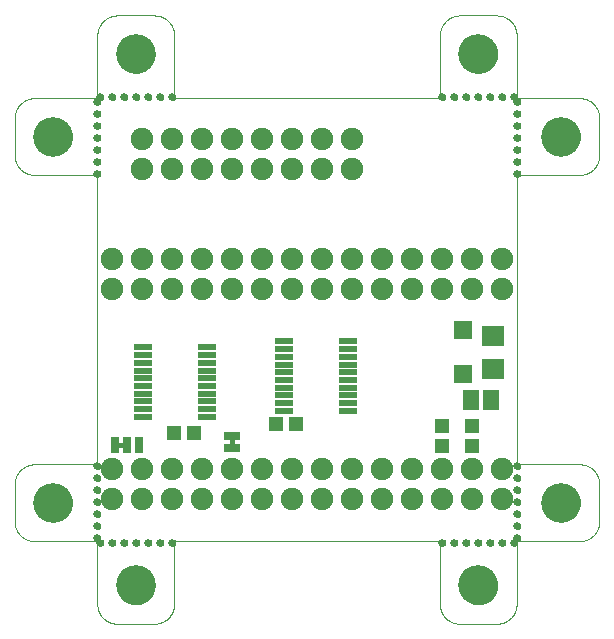
<source format=gts>
G75*
%MOIN*%
%OFA0B0*%
%FSLAX25Y25*%
%IPPOS*%
%LPD*%
%AMOC8*
5,1,8,0,0,1.08239X$1,22.5*
%
%ADD10C,0.00000*%
%ADD11C,0.02600*%
%ADD12R,0.06230X0.01978*%
%ADD13R,0.04931X0.04537*%
%ADD14R,0.06112X0.06112*%
%ADD15R,0.05718X0.06506*%
%ADD16R,0.07687X0.06899*%
%ADD17C,0.07500*%
%ADD18R,0.05600X0.03100*%
%ADD19C,0.00500*%
%ADD20C,0.13198*%
%ADD21R,0.03100X0.05600*%
D10*
X0000000Y-0019685D02*
X0000000Y0000984D01*
X-0020669Y0000984D01*
X-0020830Y0000978D01*
X-0020992Y0000977D01*
X-0021153Y0000980D01*
X-0021314Y0000986D01*
X-0021475Y0000997D01*
X-0021635Y0001011D01*
X-0021795Y0001029D01*
X-0021955Y0001052D01*
X-0022114Y0001078D01*
X-0022272Y0001108D01*
X-0022430Y0001141D01*
X-0022587Y0001179D01*
X-0022742Y0001221D01*
X-0022897Y0001266D01*
X-0023051Y0001315D01*
X-0023203Y0001368D01*
X-0023354Y0001424D01*
X-0023504Y0001484D01*
X-0023652Y0001548D01*
X-0023798Y0001615D01*
X-0023943Y0001686D01*
X-0024086Y0001761D01*
X-0024227Y0001839D01*
X-0024366Y0001920D01*
X-0024503Y0002005D01*
X-0024638Y0002093D01*
X-0024771Y0002184D01*
X-0024901Y0002279D01*
X-0025030Y0002376D01*
X-0025155Y0002477D01*
X-0025279Y0002581D01*
X-0025399Y0002688D01*
X-0025518Y0002798D01*
X-0025633Y0002910D01*
X-0025745Y0003025D01*
X-0025855Y0003144D01*
X-0025962Y0003264D01*
X-0026066Y0003388D01*
X-0026167Y0003513D01*
X-0026264Y0003642D01*
X-0026359Y0003772D01*
X-0026450Y0003905D01*
X-0026538Y0004040D01*
X-0026623Y0004177D01*
X-0026704Y0004316D01*
X-0026782Y0004457D01*
X-0026857Y0004600D01*
X-0026928Y0004745D01*
X-0026995Y0004891D01*
X-0027059Y0005039D01*
X-0027119Y0005189D01*
X-0027175Y0005340D01*
X-0027228Y0005492D01*
X-0027277Y0005646D01*
X-0027322Y0005801D01*
X-0027364Y0005956D01*
X-0027402Y0006113D01*
X-0027435Y0006271D01*
X-0027465Y0006429D01*
X-0027491Y0006588D01*
X-0027514Y0006748D01*
X-0027532Y0006908D01*
X-0027546Y0007068D01*
X-0027557Y0007229D01*
X-0027563Y0007390D01*
X-0027566Y0007551D01*
X-0027565Y0007713D01*
X-0027559Y0007874D01*
X-0027559Y0019685D01*
X-0027560Y0019685D02*
X-0027563Y0019849D01*
X-0027562Y0020012D01*
X-0027557Y0020176D01*
X-0027548Y0020339D01*
X-0027535Y0020502D01*
X-0027518Y0020665D01*
X-0027497Y0020827D01*
X-0027473Y0020988D01*
X-0027444Y0021149D01*
X-0027411Y0021310D01*
X-0027375Y0021469D01*
X-0027334Y0021627D01*
X-0027290Y0021785D01*
X-0027242Y0021941D01*
X-0027190Y0022096D01*
X-0027134Y0022250D01*
X-0027075Y0022402D01*
X-0027012Y0022553D01*
X-0026945Y0022702D01*
X-0026874Y0022850D01*
X-0026800Y0022995D01*
X-0026723Y0023139D01*
X-0026642Y0023281D01*
X-0026557Y0023421D01*
X-0026469Y0023559D01*
X-0026378Y0023695D01*
X-0026284Y0023828D01*
X-0026186Y0023959D01*
X-0026085Y0024088D01*
X-0025981Y0024214D01*
X-0025874Y0024338D01*
X-0025764Y0024459D01*
X-0025651Y0024577D01*
X-0025535Y0024692D01*
X-0025416Y0024805D01*
X-0025295Y0024914D01*
X-0025171Y0025021D01*
X-0025044Y0025125D01*
X-0024915Y0025225D01*
X-0024784Y0025322D01*
X-0024650Y0025416D01*
X-0024514Y0025507D01*
X-0024376Y0025594D01*
X-0024236Y0025678D01*
X-0024093Y0025759D01*
X-0023949Y0025836D01*
X-0023803Y0025909D01*
X-0023655Y0025979D01*
X-0023506Y0026045D01*
X-0023355Y0026108D01*
X-0023202Y0026167D01*
X-0023048Y0026222D01*
X-0022893Y0026273D01*
X-0022737Y0026321D01*
X-0022579Y0026365D01*
X-0022420Y0026405D01*
X-0022261Y0026440D01*
X-0022101Y0026473D01*
X-0021940Y0026501D01*
X-0021778Y0026525D01*
X-0021616Y0026545D01*
X-0021453Y0026561D01*
X-0021290Y0026574D01*
X-0021127Y0026582D01*
X-0020963Y0026586D01*
X-0020800Y0026587D01*
X-0020636Y0026583D01*
X-0020473Y0026575D01*
X-0020472Y0026575D02*
X0000000Y0026575D01*
X0000000Y0123031D01*
X-0020669Y0123031D01*
X-0020669Y0123032D02*
X-0020830Y0123026D01*
X-0020992Y0123025D01*
X-0021153Y0123028D01*
X-0021314Y0123034D01*
X-0021475Y0123045D01*
X-0021635Y0123059D01*
X-0021795Y0123077D01*
X-0021955Y0123100D01*
X-0022114Y0123126D01*
X-0022272Y0123156D01*
X-0022430Y0123189D01*
X-0022587Y0123227D01*
X-0022742Y0123269D01*
X-0022897Y0123314D01*
X-0023051Y0123363D01*
X-0023203Y0123416D01*
X-0023354Y0123472D01*
X-0023504Y0123532D01*
X-0023652Y0123596D01*
X-0023798Y0123663D01*
X-0023943Y0123734D01*
X-0024086Y0123809D01*
X-0024227Y0123887D01*
X-0024366Y0123968D01*
X-0024503Y0124053D01*
X-0024638Y0124141D01*
X-0024771Y0124232D01*
X-0024901Y0124327D01*
X-0025030Y0124424D01*
X-0025155Y0124525D01*
X-0025279Y0124629D01*
X-0025399Y0124736D01*
X-0025518Y0124846D01*
X-0025633Y0124958D01*
X-0025745Y0125073D01*
X-0025855Y0125192D01*
X-0025962Y0125312D01*
X-0026066Y0125436D01*
X-0026167Y0125561D01*
X-0026264Y0125690D01*
X-0026359Y0125820D01*
X-0026450Y0125953D01*
X-0026538Y0126088D01*
X-0026623Y0126225D01*
X-0026704Y0126364D01*
X-0026782Y0126505D01*
X-0026857Y0126648D01*
X-0026928Y0126793D01*
X-0026995Y0126939D01*
X-0027059Y0127087D01*
X-0027119Y0127237D01*
X-0027175Y0127388D01*
X-0027228Y0127540D01*
X-0027277Y0127694D01*
X-0027322Y0127849D01*
X-0027364Y0128004D01*
X-0027402Y0128161D01*
X-0027435Y0128319D01*
X-0027465Y0128477D01*
X-0027491Y0128636D01*
X-0027514Y0128796D01*
X-0027532Y0128956D01*
X-0027546Y0129116D01*
X-0027557Y0129277D01*
X-0027563Y0129438D01*
X-0027566Y0129599D01*
X-0027565Y0129761D01*
X-0027559Y0129922D01*
X-0027559Y0129921D02*
X-0027559Y0141732D01*
X-0027560Y0141732D02*
X-0027563Y0141896D01*
X-0027562Y0142059D01*
X-0027557Y0142223D01*
X-0027548Y0142386D01*
X-0027535Y0142549D01*
X-0027518Y0142712D01*
X-0027497Y0142874D01*
X-0027473Y0143035D01*
X-0027444Y0143196D01*
X-0027411Y0143357D01*
X-0027375Y0143516D01*
X-0027334Y0143674D01*
X-0027290Y0143832D01*
X-0027242Y0143988D01*
X-0027190Y0144143D01*
X-0027134Y0144297D01*
X-0027075Y0144449D01*
X-0027012Y0144600D01*
X-0026945Y0144749D01*
X-0026874Y0144897D01*
X-0026800Y0145042D01*
X-0026723Y0145186D01*
X-0026642Y0145328D01*
X-0026557Y0145468D01*
X-0026469Y0145606D01*
X-0026378Y0145742D01*
X-0026284Y0145875D01*
X-0026186Y0146006D01*
X-0026085Y0146135D01*
X-0025981Y0146261D01*
X-0025874Y0146385D01*
X-0025764Y0146506D01*
X-0025651Y0146624D01*
X-0025535Y0146739D01*
X-0025416Y0146852D01*
X-0025295Y0146961D01*
X-0025171Y0147068D01*
X-0025044Y0147172D01*
X-0024915Y0147272D01*
X-0024784Y0147369D01*
X-0024650Y0147463D01*
X-0024514Y0147554D01*
X-0024376Y0147641D01*
X-0024236Y0147725D01*
X-0024093Y0147806D01*
X-0023949Y0147883D01*
X-0023803Y0147956D01*
X-0023655Y0148026D01*
X-0023506Y0148092D01*
X-0023355Y0148155D01*
X-0023202Y0148214D01*
X-0023048Y0148269D01*
X-0022893Y0148320D01*
X-0022737Y0148368D01*
X-0022579Y0148412D01*
X-0022420Y0148452D01*
X-0022261Y0148487D01*
X-0022101Y0148520D01*
X-0021940Y0148548D01*
X-0021778Y0148572D01*
X-0021616Y0148592D01*
X-0021453Y0148608D01*
X-0021290Y0148621D01*
X-0021127Y0148629D01*
X-0020963Y0148633D01*
X-0020800Y0148634D01*
X-0020636Y0148630D01*
X-0020473Y0148622D01*
X-0020472Y0148622D02*
X0000000Y0148622D01*
X0000000Y0169291D01*
X-0000003Y0169455D01*
X-0000002Y0169618D01*
X0000003Y0169782D01*
X0000012Y0169945D01*
X0000025Y0170108D01*
X0000042Y0170271D01*
X0000063Y0170433D01*
X0000087Y0170594D01*
X0000116Y0170755D01*
X0000149Y0170916D01*
X0000185Y0171075D01*
X0000226Y0171233D01*
X0000270Y0171391D01*
X0000318Y0171547D01*
X0000370Y0171702D01*
X0000426Y0171856D01*
X0000485Y0172008D01*
X0000548Y0172159D01*
X0000615Y0172308D01*
X0000686Y0172456D01*
X0000760Y0172601D01*
X0000837Y0172745D01*
X0000918Y0172887D01*
X0001003Y0173027D01*
X0001091Y0173165D01*
X0001182Y0173301D01*
X0001276Y0173434D01*
X0001374Y0173565D01*
X0001475Y0173694D01*
X0001579Y0173820D01*
X0001686Y0173944D01*
X0001796Y0174065D01*
X0001909Y0174183D01*
X0002025Y0174298D01*
X0002144Y0174411D01*
X0002265Y0174520D01*
X0002389Y0174627D01*
X0002516Y0174731D01*
X0002645Y0174831D01*
X0002776Y0174928D01*
X0002910Y0175022D01*
X0003046Y0175113D01*
X0003184Y0175200D01*
X0003324Y0175284D01*
X0003467Y0175365D01*
X0003611Y0175442D01*
X0003757Y0175515D01*
X0003905Y0175585D01*
X0004054Y0175651D01*
X0004205Y0175714D01*
X0004358Y0175773D01*
X0004512Y0175828D01*
X0004667Y0175879D01*
X0004823Y0175927D01*
X0004981Y0175971D01*
X0005140Y0176011D01*
X0005299Y0176046D01*
X0005459Y0176079D01*
X0005620Y0176107D01*
X0005782Y0176131D01*
X0005944Y0176151D01*
X0006107Y0176167D01*
X0006270Y0176180D01*
X0006433Y0176188D01*
X0006597Y0176192D01*
X0006760Y0176193D01*
X0006924Y0176189D01*
X0007087Y0176181D01*
X0018701Y0176181D01*
X0018700Y0176181D02*
X0018861Y0176187D01*
X0019023Y0176188D01*
X0019184Y0176185D01*
X0019345Y0176179D01*
X0019506Y0176168D01*
X0019666Y0176154D01*
X0019826Y0176136D01*
X0019986Y0176113D01*
X0020145Y0176087D01*
X0020303Y0176057D01*
X0020461Y0176024D01*
X0020618Y0175986D01*
X0020773Y0175944D01*
X0020928Y0175899D01*
X0021082Y0175850D01*
X0021234Y0175797D01*
X0021385Y0175741D01*
X0021535Y0175681D01*
X0021683Y0175617D01*
X0021829Y0175550D01*
X0021974Y0175479D01*
X0022117Y0175404D01*
X0022258Y0175326D01*
X0022397Y0175245D01*
X0022534Y0175160D01*
X0022669Y0175072D01*
X0022802Y0174981D01*
X0022932Y0174886D01*
X0023061Y0174789D01*
X0023186Y0174688D01*
X0023310Y0174584D01*
X0023430Y0174477D01*
X0023549Y0174367D01*
X0023664Y0174255D01*
X0023776Y0174140D01*
X0023886Y0174021D01*
X0023993Y0173901D01*
X0024097Y0173777D01*
X0024198Y0173652D01*
X0024295Y0173523D01*
X0024390Y0173393D01*
X0024481Y0173260D01*
X0024569Y0173125D01*
X0024654Y0172988D01*
X0024735Y0172849D01*
X0024813Y0172708D01*
X0024888Y0172565D01*
X0024959Y0172420D01*
X0025026Y0172274D01*
X0025090Y0172126D01*
X0025150Y0171976D01*
X0025206Y0171825D01*
X0025259Y0171673D01*
X0025308Y0171519D01*
X0025353Y0171364D01*
X0025395Y0171209D01*
X0025433Y0171052D01*
X0025466Y0170894D01*
X0025496Y0170736D01*
X0025522Y0170577D01*
X0025545Y0170417D01*
X0025563Y0170257D01*
X0025577Y0170097D01*
X0025588Y0169936D01*
X0025594Y0169775D01*
X0025597Y0169614D01*
X0025596Y0169452D01*
X0025590Y0169291D01*
X0025591Y0169291D02*
X0025591Y0148622D01*
X0114173Y0148622D01*
X0114173Y0169291D01*
X0114170Y0169455D01*
X0114171Y0169618D01*
X0114176Y0169782D01*
X0114185Y0169945D01*
X0114198Y0170108D01*
X0114215Y0170271D01*
X0114236Y0170433D01*
X0114260Y0170594D01*
X0114289Y0170755D01*
X0114322Y0170916D01*
X0114358Y0171075D01*
X0114399Y0171233D01*
X0114443Y0171391D01*
X0114491Y0171547D01*
X0114543Y0171702D01*
X0114599Y0171856D01*
X0114658Y0172008D01*
X0114721Y0172159D01*
X0114788Y0172308D01*
X0114859Y0172456D01*
X0114933Y0172601D01*
X0115010Y0172745D01*
X0115091Y0172887D01*
X0115176Y0173027D01*
X0115264Y0173165D01*
X0115355Y0173301D01*
X0115449Y0173434D01*
X0115547Y0173565D01*
X0115648Y0173694D01*
X0115752Y0173820D01*
X0115859Y0173944D01*
X0115969Y0174065D01*
X0116082Y0174183D01*
X0116198Y0174298D01*
X0116317Y0174411D01*
X0116438Y0174520D01*
X0116562Y0174627D01*
X0116689Y0174731D01*
X0116818Y0174831D01*
X0116949Y0174928D01*
X0117083Y0175022D01*
X0117219Y0175113D01*
X0117357Y0175200D01*
X0117497Y0175284D01*
X0117640Y0175365D01*
X0117784Y0175442D01*
X0117930Y0175515D01*
X0118078Y0175585D01*
X0118227Y0175651D01*
X0118378Y0175714D01*
X0118531Y0175773D01*
X0118685Y0175828D01*
X0118840Y0175879D01*
X0118996Y0175927D01*
X0119154Y0175971D01*
X0119313Y0176011D01*
X0119472Y0176046D01*
X0119632Y0176079D01*
X0119793Y0176107D01*
X0119955Y0176131D01*
X0120117Y0176151D01*
X0120280Y0176167D01*
X0120443Y0176180D01*
X0120606Y0176188D01*
X0120770Y0176192D01*
X0120933Y0176193D01*
X0121097Y0176189D01*
X0121260Y0176181D01*
X0132874Y0176181D01*
X0133035Y0176187D01*
X0133197Y0176188D01*
X0133358Y0176185D01*
X0133519Y0176179D01*
X0133680Y0176168D01*
X0133840Y0176154D01*
X0134000Y0176136D01*
X0134160Y0176113D01*
X0134319Y0176087D01*
X0134477Y0176057D01*
X0134635Y0176024D01*
X0134792Y0175986D01*
X0134947Y0175944D01*
X0135102Y0175899D01*
X0135256Y0175850D01*
X0135408Y0175797D01*
X0135559Y0175741D01*
X0135709Y0175681D01*
X0135857Y0175617D01*
X0136003Y0175550D01*
X0136148Y0175479D01*
X0136291Y0175404D01*
X0136432Y0175326D01*
X0136571Y0175245D01*
X0136708Y0175160D01*
X0136843Y0175072D01*
X0136976Y0174981D01*
X0137106Y0174886D01*
X0137235Y0174789D01*
X0137360Y0174688D01*
X0137484Y0174584D01*
X0137604Y0174477D01*
X0137723Y0174367D01*
X0137838Y0174255D01*
X0137950Y0174140D01*
X0138060Y0174021D01*
X0138167Y0173901D01*
X0138271Y0173777D01*
X0138372Y0173652D01*
X0138469Y0173523D01*
X0138564Y0173393D01*
X0138655Y0173260D01*
X0138743Y0173125D01*
X0138828Y0172988D01*
X0138909Y0172849D01*
X0138987Y0172708D01*
X0139062Y0172565D01*
X0139133Y0172420D01*
X0139200Y0172274D01*
X0139264Y0172126D01*
X0139324Y0171976D01*
X0139380Y0171825D01*
X0139433Y0171673D01*
X0139482Y0171519D01*
X0139527Y0171364D01*
X0139569Y0171209D01*
X0139607Y0171052D01*
X0139640Y0170894D01*
X0139670Y0170736D01*
X0139696Y0170577D01*
X0139719Y0170417D01*
X0139737Y0170257D01*
X0139751Y0170097D01*
X0139762Y0169936D01*
X0139768Y0169775D01*
X0139771Y0169614D01*
X0139770Y0169452D01*
X0139764Y0169291D01*
X0139764Y0148622D01*
X0160433Y0148622D01*
X0160594Y0148628D01*
X0160756Y0148629D01*
X0160917Y0148626D01*
X0161078Y0148620D01*
X0161239Y0148609D01*
X0161399Y0148595D01*
X0161559Y0148577D01*
X0161719Y0148554D01*
X0161878Y0148528D01*
X0162036Y0148498D01*
X0162194Y0148465D01*
X0162351Y0148427D01*
X0162506Y0148385D01*
X0162661Y0148340D01*
X0162815Y0148291D01*
X0162967Y0148238D01*
X0163118Y0148182D01*
X0163268Y0148122D01*
X0163416Y0148058D01*
X0163562Y0147991D01*
X0163707Y0147920D01*
X0163850Y0147845D01*
X0163991Y0147767D01*
X0164130Y0147686D01*
X0164267Y0147601D01*
X0164402Y0147513D01*
X0164535Y0147422D01*
X0164665Y0147327D01*
X0164794Y0147230D01*
X0164919Y0147129D01*
X0165043Y0147025D01*
X0165163Y0146918D01*
X0165282Y0146808D01*
X0165397Y0146696D01*
X0165509Y0146581D01*
X0165619Y0146462D01*
X0165726Y0146342D01*
X0165830Y0146218D01*
X0165931Y0146093D01*
X0166028Y0145964D01*
X0166123Y0145834D01*
X0166214Y0145701D01*
X0166302Y0145566D01*
X0166387Y0145429D01*
X0166468Y0145290D01*
X0166546Y0145149D01*
X0166621Y0145006D01*
X0166692Y0144861D01*
X0166759Y0144715D01*
X0166823Y0144567D01*
X0166883Y0144417D01*
X0166939Y0144266D01*
X0166992Y0144114D01*
X0167041Y0143960D01*
X0167086Y0143805D01*
X0167128Y0143650D01*
X0167166Y0143493D01*
X0167199Y0143335D01*
X0167229Y0143177D01*
X0167255Y0143018D01*
X0167278Y0142858D01*
X0167296Y0142698D01*
X0167310Y0142538D01*
X0167321Y0142377D01*
X0167327Y0142216D01*
X0167330Y0142055D01*
X0167329Y0141893D01*
X0167323Y0141732D01*
X0167323Y0129921D01*
X0167323Y0129922D02*
X0167329Y0129761D01*
X0167330Y0129599D01*
X0167327Y0129438D01*
X0167321Y0129277D01*
X0167310Y0129116D01*
X0167296Y0128956D01*
X0167278Y0128796D01*
X0167255Y0128636D01*
X0167229Y0128477D01*
X0167199Y0128319D01*
X0167166Y0128161D01*
X0167128Y0128004D01*
X0167086Y0127849D01*
X0167041Y0127694D01*
X0166992Y0127540D01*
X0166939Y0127388D01*
X0166883Y0127237D01*
X0166823Y0127087D01*
X0166759Y0126939D01*
X0166692Y0126793D01*
X0166621Y0126648D01*
X0166546Y0126505D01*
X0166468Y0126364D01*
X0166387Y0126225D01*
X0166302Y0126088D01*
X0166214Y0125953D01*
X0166123Y0125820D01*
X0166028Y0125690D01*
X0165931Y0125561D01*
X0165830Y0125436D01*
X0165726Y0125312D01*
X0165619Y0125192D01*
X0165509Y0125073D01*
X0165397Y0124958D01*
X0165282Y0124846D01*
X0165163Y0124736D01*
X0165043Y0124629D01*
X0164919Y0124525D01*
X0164794Y0124424D01*
X0164665Y0124327D01*
X0164535Y0124232D01*
X0164402Y0124141D01*
X0164267Y0124053D01*
X0164130Y0123968D01*
X0163991Y0123887D01*
X0163850Y0123809D01*
X0163707Y0123734D01*
X0163562Y0123663D01*
X0163416Y0123596D01*
X0163268Y0123532D01*
X0163118Y0123472D01*
X0162967Y0123416D01*
X0162815Y0123363D01*
X0162661Y0123314D01*
X0162506Y0123269D01*
X0162351Y0123227D01*
X0162194Y0123189D01*
X0162036Y0123156D01*
X0161878Y0123126D01*
X0161719Y0123100D01*
X0161559Y0123077D01*
X0161399Y0123059D01*
X0161239Y0123045D01*
X0161078Y0123034D01*
X0160917Y0123028D01*
X0160756Y0123025D01*
X0160594Y0123026D01*
X0160433Y0123032D01*
X0160433Y0123031D02*
X0140000Y0123031D01*
X0140000Y0026575D01*
X0160433Y0026575D01*
X0160594Y0026581D01*
X0160756Y0026582D01*
X0160917Y0026579D01*
X0161078Y0026573D01*
X0161239Y0026562D01*
X0161399Y0026548D01*
X0161559Y0026530D01*
X0161719Y0026507D01*
X0161878Y0026481D01*
X0162036Y0026451D01*
X0162194Y0026418D01*
X0162351Y0026380D01*
X0162506Y0026338D01*
X0162661Y0026293D01*
X0162815Y0026244D01*
X0162967Y0026191D01*
X0163118Y0026135D01*
X0163268Y0026075D01*
X0163416Y0026011D01*
X0163562Y0025944D01*
X0163707Y0025873D01*
X0163850Y0025798D01*
X0163991Y0025720D01*
X0164130Y0025639D01*
X0164267Y0025554D01*
X0164402Y0025466D01*
X0164535Y0025375D01*
X0164665Y0025280D01*
X0164794Y0025183D01*
X0164919Y0025082D01*
X0165043Y0024978D01*
X0165163Y0024871D01*
X0165282Y0024761D01*
X0165397Y0024649D01*
X0165509Y0024534D01*
X0165619Y0024415D01*
X0165726Y0024295D01*
X0165830Y0024171D01*
X0165931Y0024046D01*
X0166028Y0023917D01*
X0166123Y0023787D01*
X0166214Y0023654D01*
X0166302Y0023519D01*
X0166387Y0023382D01*
X0166468Y0023243D01*
X0166546Y0023102D01*
X0166621Y0022959D01*
X0166692Y0022814D01*
X0166759Y0022668D01*
X0166823Y0022520D01*
X0166883Y0022370D01*
X0166939Y0022219D01*
X0166992Y0022067D01*
X0167041Y0021913D01*
X0167086Y0021758D01*
X0167128Y0021603D01*
X0167166Y0021446D01*
X0167199Y0021288D01*
X0167229Y0021130D01*
X0167255Y0020971D01*
X0167278Y0020811D01*
X0167296Y0020651D01*
X0167310Y0020491D01*
X0167321Y0020330D01*
X0167327Y0020169D01*
X0167330Y0020008D01*
X0167329Y0019846D01*
X0167323Y0019685D01*
X0167323Y0007874D01*
X0167329Y0007713D01*
X0167330Y0007551D01*
X0167327Y0007390D01*
X0167321Y0007229D01*
X0167310Y0007068D01*
X0167296Y0006908D01*
X0167278Y0006748D01*
X0167255Y0006588D01*
X0167229Y0006429D01*
X0167199Y0006271D01*
X0167166Y0006113D01*
X0167128Y0005956D01*
X0167086Y0005801D01*
X0167041Y0005646D01*
X0166992Y0005492D01*
X0166939Y0005340D01*
X0166883Y0005189D01*
X0166823Y0005039D01*
X0166759Y0004891D01*
X0166692Y0004745D01*
X0166621Y0004600D01*
X0166546Y0004457D01*
X0166468Y0004316D01*
X0166387Y0004177D01*
X0166302Y0004040D01*
X0166214Y0003905D01*
X0166123Y0003772D01*
X0166028Y0003642D01*
X0165931Y0003513D01*
X0165830Y0003388D01*
X0165726Y0003264D01*
X0165619Y0003144D01*
X0165509Y0003025D01*
X0165397Y0002910D01*
X0165282Y0002798D01*
X0165163Y0002688D01*
X0165043Y0002581D01*
X0164919Y0002477D01*
X0164794Y0002376D01*
X0164665Y0002279D01*
X0164535Y0002184D01*
X0164402Y0002093D01*
X0164267Y0002005D01*
X0164130Y0001920D01*
X0163991Y0001839D01*
X0163850Y0001761D01*
X0163707Y0001686D01*
X0163562Y0001615D01*
X0163416Y0001548D01*
X0163268Y0001484D01*
X0163118Y0001424D01*
X0162967Y0001368D01*
X0162815Y0001315D01*
X0162661Y0001266D01*
X0162506Y0001221D01*
X0162351Y0001179D01*
X0162194Y0001141D01*
X0162036Y0001108D01*
X0161878Y0001078D01*
X0161719Y0001052D01*
X0161559Y0001029D01*
X0161399Y0001011D01*
X0161239Y0000997D01*
X0161078Y0000986D01*
X0160917Y0000980D01*
X0160756Y0000977D01*
X0160594Y0000978D01*
X0160433Y0000984D01*
X0139764Y0000984D01*
X0139764Y-0019685D01*
X0139770Y-0019846D01*
X0139771Y-0020008D01*
X0139768Y-0020169D01*
X0139762Y-0020330D01*
X0139751Y-0020491D01*
X0139737Y-0020651D01*
X0139719Y-0020811D01*
X0139696Y-0020971D01*
X0139670Y-0021130D01*
X0139640Y-0021288D01*
X0139607Y-0021446D01*
X0139569Y-0021603D01*
X0139527Y-0021758D01*
X0139482Y-0021913D01*
X0139433Y-0022067D01*
X0139380Y-0022219D01*
X0139324Y-0022370D01*
X0139264Y-0022520D01*
X0139200Y-0022668D01*
X0139133Y-0022814D01*
X0139062Y-0022959D01*
X0138987Y-0023102D01*
X0138909Y-0023243D01*
X0138828Y-0023382D01*
X0138743Y-0023519D01*
X0138655Y-0023654D01*
X0138564Y-0023787D01*
X0138469Y-0023917D01*
X0138372Y-0024046D01*
X0138271Y-0024171D01*
X0138167Y-0024295D01*
X0138060Y-0024415D01*
X0137950Y-0024534D01*
X0137838Y-0024649D01*
X0137723Y-0024761D01*
X0137604Y-0024871D01*
X0137484Y-0024978D01*
X0137360Y-0025082D01*
X0137235Y-0025183D01*
X0137106Y-0025280D01*
X0136976Y-0025375D01*
X0136843Y-0025466D01*
X0136708Y-0025554D01*
X0136571Y-0025639D01*
X0136432Y-0025720D01*
X0136291Y-0025798D01*
X0136148Y-0025873D01*
X0136003Y-0025944D01*
X0135857Y-0026011D01*
X0135709Y-0026075D01*
X0135559Y-0026135D01*
X0135408Y-0026191D01*
X0135256Y-0026244D01*
X0135102Y-0026293D01*
X0134947Y-0026338D01*
X0134792Y-0026380D01*
X0134635Y-0026418D01*
X0134477Y-0026451D01*
X0134319Y-0026481D01*
X0134160Y-0026507D01*
X0134000Y-0026530D01*
X0133840Y-0026548D01*
X0133680Y-0026562D01*
X0133519Y-0026573D01*
X0133358Y-0026579D01*
X0133197Y-0026582D01*
X0133035Y-0026581D01*
X0132874Y-0026575D01*
X0121063Y-0026575D01*
X0120902Y-0026581D01*
X0120740Y-0026582D01*
X0120579Y-0026579D01*
X0120418Y-0026573D01*
X0120257Y-0026562D01*
X0120097Y-0026548D01*
X0119937Y-0026530D01*
X0119777Y-0026507D01*
X0119618Y-0026481D01*
X0119460Y-0026451D01*
X0119302Y-0026418D01*
X0119145Y-0026380D01*
X0118990Y-0026338D01*
X0118835Y-0026293D01*
X0118681Y-0026244D01*
X0118529Y-0026191D01*
X0118378Y-0026135D01*
X0118228Y-0026075D01*
X0118080Y-0026011D01*
X0117934Y-0025944D01*
X0117789Y-0025873D01*
X0117646Y-0025798D01*
X0117505Y-0025720D01*
X0117366Y-0025639D01*
X0117229Y-0025554D01*
X0117094Y-0025466D01*
X0116961Y-0025375D01*
X0116831Y-0025280D01*
X0116702Y-0025183D01*
X0116577Y-0025082D01*
X0116453Y-0024978D01*
X0116333Y-0024871D01*
X0116214Y-0024761D01*
X0116099Y-0024649D01*
X0115987Y-0024534D01*
X0115877Y-0024415D01*
X0115770Y-0024295D01*
X0115666Y-0024171D01*
X0115565Y-0024046D01*
X0115468Y-0023917D01*
X0115373Y-0023787D01*
X0115282Y-0023654D01*
X0115194Y-0023519D01*
X0115109Y-0023382D01*
X0115028Y-0023243D01*
X0114950Y-0023102D01*
X0114875Y-0022959D01*
X0114804Y-0022814D01*
X0114737Y-0022668D01*
X0114673Y-0022520D01*
X0114613Y-0022370D01*
X0114557Y-0022219D01*
X0114504Y-0022067D01*
X0114455Y-0021913D01*
X0114410Y-0021758D01*
X0114368Y-0021603D01*
X0114330Y-0021446D01*
X0114297Y-0021288D01*
X0114267Y-0021130D01*
X0114241Y-0020971D01*
X0114218Y-0020811D01*
X0114200Y-0020651D01*
X0114186Y-0020491D01*
X0114175Y-0020330D01*
X0114169Y-0020169D01*
X0114166Y-0020008D01*
X0114167Y-0019846D01*
X0114173Y-0019685D01*
X0114173Y0000984D01*
X0025591Y0000984D01*
X0025591Y-0019685D01*
X0025590Y-0019685D02*
X0025596Y-0019846D01*
X0025597Y-0020008D01*
X0025594Y-0020169D01*
X0025588Y-0020330D01*
X0025577Y-0020491D01*
X0025563Y-0020651D01*
X0025545Y-0020811D01*
X0025522Y-0020971D01*
X0025496Y-0021130D01*
X0025466Y-0021288D01*
X0025433Y-0021446D01*
X0025395Y-0021603D01*
X0025353Y-0021758D01*
X0025308Y-0021913D01*
X0025259Y-0022067D01*
X0025206Y-0022219D01*
X0025150Y-0022370D01*
X0025090Y-0022520D01*
X0025026Y-0022668D01*
X0024959Y-0022814D01*
X0024888Y-0022959D01*
X0024813Y-0023102D01*
X0024735Y-0023243D01*
X0024654Y-0023382D01*
X0024569Y-0023519D01*
X0024481Y-0023654D01*
X0024390Y-0023787D01*
X0024295Y-0023917D01*
X0024198Y-0024046D01*
X0024097Y-0024171D01*
X0023993Y-0024295D01*
X0023886Y-0024415D01*
X0023776Y-0024534D01*
X0023664Y-0024649D01*
X0023549Y-0024761D01*
X0023430Y-0024871D01*
X0023310Y-0024978D01*
X0023186Y-0025082D01*
X0023061Y-0025183D01*
X0022932Y-0025280D01*
X0022802Y-0025375D01*
X0022669Y-0025466D01*
X0022534Y-0025554D01*
X0022397Y-0025639D01*
X0022258Y-0025720D01*
X0022117Y-0025798D01*
X0021974Y-0025873D01*
X0021829Y-0025944D01*
X0021683Y-0026011D01*
X0021535Y-0026075D01*
X0021385Y-0026135D01*
X0021234Y-0026191D01*
X0021082Y-0026244D01*
X0020928Y-0026293D01*
X0020773Y-0026338D01*
X0020618Y-0026380D01*
X0020461Y-0026418D01*
X0020303Y-0026451D01*
X0020145Y-0026481D01*
X0019986Y-0026507D01*
X0019826Y-0026530D01*
X0019666Y-0026548D01*
X0019506Y-0026562D01*
X0019345Y-0026573D01*
X0019184Y-0026579D01*
X0019023Y-0026582D01*
X0018861Y-0026581D01*
X0018700Y-0026575D01*
X0018701Y-0026575D02*
X0006890Y-0026575D01*
X0006729Y-0026581D01*
X0006567Y-0026582D01*
X0006406Y-0026579D01*
X0006245Y-0026573D01*
X0006084Y-0026562D01*
X0005924Y-0026548D01*
X0005764Y-0026530D01*
X0005604Y-0026507D01*
X0005445Y-0026481D01*
X0005287Y-0026451D01*
X0005129Y-0026418D01*
X0004972Y-0026380D01*
X0004817Y-0026338D01*
X0004662Y-0026293D01*
X0004508Y-0026244D01*
X0004356Y-0026191D01*
X0004205Y-0026135D01*
X0004055Y-0026075D01*
X0003907Y-0026011D01*
X0003761Y-0025944D01*
X0003616Y-0025873D01*
X0003473Y-0025798D01*
X0003332Y-0025720D01*
X0003193Y-0025639D01*
X0003056Y-0025554D01*
X0002921Y-0025466D01*
X0002788Y-0025375D01*
X0002658Y-0025280D01*
X0002529Y-0025183D01*
X0002404Y-0025082D01*
X0002280Y-0024978D01*
X0002160Y-0024871D01*
X0002041Y-0024761D01*
X0001926Y-0024649D01*
X0001814Y-0024534D01*
X0001704Y-0024415D01*
X0001597Y-0024295D01*
X0001493Y-0024171D01*
X0001392Y-0024046D01*
X0001295Y-0023917D01*
X0001200Y-0023787D01*
X0001109Y-0023654D01*
X0001021Y-0023519D01*
X0000936Y-0023382D01*
X0000855Y-0023243D01*
X0000777Y-0023102D01*
X0000702Y-0022959D01*
X0000631Y-0022814D01*
X0000564Y-0022668D01*
X0000500Y-0022520D01*
X0000440Y-0022370D01*
X0000384Y-0022219D01*
X0000331Y-0022067D01*
X0000282Y-0021913D01*
X0000237Y-0021758D01*
X0000195Y-0021603D01*
X0000157Y-0021446D01*
X0000124Y-0021288D01*
X0000094Y-0021130D01*
X0000068Y-0020971D01*
X0000045Y-0020811D01*
X0000027Y-0020651D01*
X0000013Y-0020491D01*
X0000002Y-0020330D01*
X-0000004Y-0020169D01*
X-0000007Y-0020008D01*
X-0000006Y-0019846D01*
X0000000Y-0019685D01*
X0006496Y-0013780D02*
X0006498Y-0013622D01*
X0006504Y-0013464D01*
X0006514Y-0013306D01*
X0006528Y-0013148D01*
X0006546Y-0012991D01*
X0006567Y-0012834D01*
X0006593Y-0012678D01*
X0006623Y-0012522D01*
X0006656Y-0012367D01*
X0006694Y-0012214D01*
X0006735Y-0012061D01*
X0006780Y-0011909D01*
X0006829Y-0011758D01*
X0006882Y-0011609D01*
X0006938Y-0011461D01*
X0006998Y-0011315D01*
X0007062Y-0011170D01*
X0007130Y-0011027D01*
X0007201Y-0010885D01*
X0007275Y-0010745D01*
X0007353Y-0010608D01*
X0007435Y-0010472D01*
X0007519Y-0010338D01*
X0007608Y-0010207D01*
X0007699Y-0010078D01*
X0007794Y-0009951D01*
X0007891Y-0009826D01*
X0007992Y-0009704D01*
X0008096Y-0009585D01*
X0008203Y-0009468D01*
X0008313Y-0009354D01*
X0008426Y-0009243D01*
X0008541Y-0009134D01*
X0008659Y-0009029D01*
X0008780Y-0008927D01*
X0008903Y-0008827D01*
X0009029Y-0008731D01*
X0009157Y-0008638D01*
X0009287Y-0008548D01*
X0009420Y-0008462D01*
X0009555Y-0008378D01*
X0009691Y-0008299D01*
X0009830Y-0008222D01*
X0009971Y-0008150D01*
X0010113Y-0008080D01*
X0010257Y-0008015D01*
X0010403Y-0007953D01*
X0010550Y-0007895D01*
X0010699Y-0007840D01*
X0010849Y-0007789D01*
X0011000Y-0007742D01*
X0011152Y-0007699D01*
X0011305Y-0007660D01*
X0011460Y-0007624D01*
X0011615Y-0007593D01*
X0011771Y-0007565D01*
X0011927Y-0007541D01*
X0012084Y-0007521D01*
X0012242Y-0007505D01*
X0012399Y-0007493D01*
X0012558Y-0007485D01*
X0012716Y-0007481D01*
X0012874Y-0007481D01*
X0013032Y-0007485D01*
X0013191Y-0007493D01*
X0013348Y-0007505D01*
X0013506Y-0007521D01*
X0013663Y-0007541D01*
X0013819Y-0007565D01*
X0013975Y-0007593D01*
X0014130Y-0007624D01*
X0014285Y-0007660D01*
X0014438Y-0007699D01*
X0014590Y-0007742D01*
X0014741Y-0007789D01*
X0014891Y-0007840D01*
X0015040Y-0007895D01*
X0015187Y-0007953D01*
X0015333Y-0008015D01*
X0015477Y-0008080D01*
X0015619Y-0008150D01*
X0015760Y-0008222D01*
X0015899Y-0008299D01*
X0016035Y-0008378D01*
X0016170Y-0008462D01*
X0016303Y-0008548D01*
X0016433Y-0008638D01*
X0016561Y-0008731D01*
X0016687Y-0008827D01*
X0016810Y-0008927D01*
X0016931Y-0009029D01*
X0017049Y-0009134D01*
X0017164Y-0009243D01*
X0017277Y-0009354D01*
X0017387Y-0009468D01*
X0017494Y-0009585D01*
X0017598Y-0009704D01*
X0017699Y-0009826D01*
X0017796Y-0009951D01*
X0017891Y-0010078D01*
X0017982Y-0010207D01*
X0018071Y-0010338D01*
X0018155Y-0010472D01*
X0018237Y-0010608D01*
X0018315Y-0010745D01*
X0018389Y-0010885D01*
X0018460Y-0011027D01*
X0018528Y-0011170D01*
X0018592Y-0011315D01*
X0018652Y-0011461D01*
X0018708Y-0011609D01*
X0018761Y-0011758D01*
X0018810Y-0011909D01*
X0018855Y-0012061D01*
X0018896Y-0012214D01*
X0018934Y-0012367D01*
X0018967Y-0012522D01*
X0018997Y-0012678D01*
X0019023Y-0012834D01*
X0019044Y-0012991D01*
X0019062Y-0013148D01*
X0019076Y-0013306D01*
X0019086Y-0013464D01*
X0019092Y-0013622D01*
X0019094Y-0013780D01*
X0019092Y-0013938D01*
X0019086Y-0014096D01*
X0019076Y-0014254D01*
X0019062Y-0014412D01*
X0019044Y-0014569D01*
X0019023Y-0014726D01*
X0018997Y-0014882D01*
X0018967Y-0015038D01*
X0018934Y-0015193D01*
X0018896Y-0015346D01*
X0018855Y-0015499D01*
X0018810Y-0015651D01*
X0018761Y-0015802D01*
X0018708Y-0015951D01*
X0018652Y-0016099D01*
X0018592Y-0016245D01*
X0018528Y-0016390D01*
X0018460Y-0016533D01*
X0018389Y-0016675D01*
X0018315Y-0016815D01*
X0018237Y-0016952D01*
X0018155Y-0017088D01*
X0018071Y-0017222D01*
X0017982Y-0017353D01*
X0017891Y-0017482D01*
X0017796Y-0017609D01*
X0017699Y-0017734D01*
X0017598Y-0017856D01*
X0017494Y-0017975D01*
X0017387Y-0018092D01*
X0017277Y-0018206D01*
X0017164Y-0018317D01*
X0017049Y-0018426D01*
X0016931Y-0018531D01*
X0016810Y-0018633D01*
X0016687Y-0018733D01*
X0016561Y-0018829D01*
X0016433Y-0018922D01*
X0016303Y-0019012D01*
X0016170Y-0019098D01*
X0016035Y-0019182D01*
X0015899Y-0019261D01*
X0015760Y-0019338D01*
X0015619Y-0019410D01*
X0015477Y-0019480D01*
X0015333Y-0019545D01*
X0015187Y-0019607D01*
X0015040Y-0019665D01*
X0014891Y-0019720D01*
X0014741Y-0019771D01*
X0014590Y-0019818D01*
X0014438Y-0019861D01*
X0014285Y-0019900D01*
X0014130Y-0019936D01*
X0013975Y-0019967D01*
X0013819Y-0019995D01*
X0013663Y-0020019D01*
X0013506Y-0020039D01*
X0013348Y-0020055D01*
X0013191Y-0020067D01*
X0013032Y-0020075D01*
X0012874Y-0020079D01*
X0012716Y-0020079D01*
X0012558Y-0020075D01*
X0012399Y-0020067D01*
X0012242Y-0020055D01*
X0012084Y-0020039D01*
X0011927Y-0020019D01*
X0011771Y-0019995D01*
X0011615Y-0019967D01*
X0011460Y-0019936D01*
X0011305Y-0019900D01*
X0011152Y-0019861D01*
X0011000Y-0019818D01*
X0010849Y-0019771D01*
X0010699Y-0019720D01*
X0010550Y-0019665D01*
X0010403Y-0019607D01*
X0010257Y-0019545D01*
X0010113Y-0019480D01*
X0009971Y-0019410D01*
X0009830Y-0019338D01*
X0009691Y-0019261D01*
X0009555Y-0019182D01*
X0009420Y-0019098D01*
X0009287Y-0019012D01*
X0009157Y-0018922D01*
X0009029Y-0018829D01*
X0008903Y-0018733D01*
X0008780Y-0018633D01*
X0008659Y-0018531D01*
X0008541Y-0018426D01*
X0008426Y-0018317D01*
X0008313Y-0018206D01*
X0008203Y-0018092D01*
X0008096Y-0017975D01*
X0007992Y-0017856D01*
X0007891Y-0017734D01*
X0007794Y-0017609D01*
X0007699Y-0017482D01*
X0007608Y-0017353D01*
X0007519Y-0017222D01*
X0007435Y-0017088D01*
X0007353Y-0016952D01*
X0007275Y-0016815D01*
X0007201Y-0016675D01*
X0007130Y-0016533D01*
X0007062Y-0016390D01*
X0006998Y-0016245D01*
X0006938Y-0016099D01*
X0006882Y-0015951D01*
X0006829Y-0015802D01*
X0006780Y-0015651D01*
X0006735Y-0015499D01*
X0006694Y-0015346D01*
X0006656Y-0015193D01*
X0006623Y-0015038D01*
X0006593Y-0014882D01*
X0006567Y-0014726D01*
X0006546Y-0014569D01*
X0006528Y-0014412D01*
X0006514Y-0014254D01*
X0006504Y-0014096D01*
X0006498Y-0013938D01*
X0006496Y-0013780D01*
X0004000Y0000500D02*
X0004002Y0000563D01*
X0004008Y0000625D01*
X0004018Y0000687D01*
X0004031Y0000749D01*
X0004049Y0000809D01*
X0004070Y0000868D01*
X0004095Y0000926D01*
X0004124Y0000982D01*
X0004156Y0001036D01*
X0004191Y0001088D01*
X0004229Y0001137D01*
X0004271Y0001185D01*
X0004315Y0001229D01*
X0004363Y0001271D01*
X0004412Y0001309D01*
X0004464Y0001344D01*
X0004518Y0001376D01*
X0004574Y0001405D01*
X0004632Y0001430D01*
X0004691Y0001451D01*
X0004751Y0001469D01*
X0004813Y0001482D01*
X0004875Y0001492D01*
X0004937Y0001498D01*
X0005000Y0001500D01*
X0005063Y0001498D01*
X0005125Y0001492D01*
X0005187Y0001482D01*
X0005249Y0001469D01*
X0005309Y0001451D01*
X0005368Y0001430D01*
X0005426Y0001405D01*
X0005482Y0001376D01*
X0005536Y0001344D01*
X0005588Y0001309D01*
X0005637Y0001271D01*
X0005685Y0001229D01*
X0005729Y0001185D01*
X0005771Y0001137D01*
X0005809Y0001088D01*
X0005844Y0001036D01*
X0005876Y0000982D01*
X0005905Y0000926D01*
X0005930Y0000868D01*
X0005951Y0000809D01*
X0005969Y0000749D01*
X0005982Y0000687D01*
X0005992Y0000625D01*
X0005998Y0000563D01*
X0006000Y0000500D01*
X0005998Y0000437D01*
X0005992Y0000375D01*
X0005982Y0000313D01*
X0005969Y0000251D01*
X0005951Y0000191D01*
X0005930Y0000132D01*
X0005905Y0000074D01*
X0005876Y0000018D01*
X0005844Y-0000036D01*
X0005809Y-0000088D01*
X0005771Y-0000137D01*
X0005729Y-0000185D01*
X0005685Y-0000229D01*
X0005637Y-0000271D01*
X0005588Y-0000309D01*
X0005536Y-0000344D01*
X0005482Y-0000376D01*
X0005426Y-0000405D01*
X0005368Y-0000430D01*
X0005309Y-0000451D01*
X0005249Y-0000469D01*
X0005187Y-0000482D01*
X0005125Y-0000492D01*
X0005063Y-0000498D01*
X0005000Y-0000500D01*
X0004937Y-0000498D01*
X0004875Y-0000492D01*
X0004813Y-0000482D01*
X0004751Y-0000469D01*
X0004691Y-0000451D01*
X0004632Y-0000430D01*
X0004574Y-0000405D01*
X0004518Y-0000376D01*
X0004464Y-0000344D01*
X0004412Y-0000309D01*
X0004363Y-0000271D01*
X0004315Y-0000229D01*
X0004271Y-0000185D01*
X0004229Y-0000137D01*
X0004191Y-0000088D01*
X0004156Y-0000036D01*
X0004124Y0000018D01*
X0004095Y0000074D01*
X0004070Y0000132D01*
X0004049Y0000191D01*
X0004031Y0000251D01*
X0004018Y0000313D01*
X0004008Y0000375D01*
X0004002Y0000437D01*
X0004000Y0000500D01*
X0000000Y0000500D02*
X0000002Y0000563D01*
X0000008Y0000625D01*
X0000018Y0000687D01*
X0000031Y0000749D01*
X0000049Y0000809D01*
X0000070Y0000868D01*
X0000095Y0000926D01*
X0000124Y0000982D01*
X0000156Y0001036D01*
X0000191Y0001088D01*
X0000229Y0001137D01*
X0000271Y0001185D01*
X0000315Y0001229D01*
X0000363Y0001271D01*
X0000412Y0001309D01*
X0000464Y0001344D01*
X0000518Y0001376D01*
X0000574Y0001405D01*
X0000632Y0001430D01*
X0000691Y0001451D01*
X0000751Y0001469D01*
X0000813Y0001482D01*
X0000875Y0001492D01*
X0000937Y0001498D01*
X0001000Y0001500D01*
X0001063Y0001498D01*
X0001125Y0001492D01*
X0001187Y0001482D01*
X0001249Y0001469D01*
X0001309Y0001451D01*
X0001368Y0001430D01*
X0001426Y0001405D01*
X0001482Y0001376D01*
X0001536Y0001344D01*
X0001588Y0001309D01*
X0001637Y0001271D01*
X0001685Y0001229D01*
X0001729Y0001185D01*
X0001771Y0001137D01*
X0001809Y0001088D01*
X0001844Y0001036D01*
X0001876Y0000982D01*
X0001905Y0000926D01*
X0001930Y0000868D01*
X0001951Y0000809D01*
X0001969Y0000749D01*
X0001982Y0000687D01*
X0001992Y0000625D01*
X0001998Y0000563D01*
X0002000Y0000500D01*
X0001998Y0000437D01*
X0001992Y0000375D01*
X0001982Y0000313D01*
X0001969Y0000251D01*
X0001951Y0000191D01*
X0001930Y0000132D01*
X0001905Y0000074D01*
X0001876Y0000018D01*
X0001844Y-0000036D01*
X0001809Y-0000088D01*
X0001771Y-0000137D01*
X0001729Y-0000185D01*
X0001685Y-0000229D01*
X0001637Y-0000271D01*
X0001588Y-0000309D01*
X0001536Y-0000344D01*
X0001482Y-0000376D01*
X0001426Y-0000405D01*
X0001368Y-0000430D01*
X0001309Y-0000451D01*
X0001249Y-0000469D01*
X0001187Y-0000482D01*
X0001125Y-0000492D01*
X0001063Y-0000498D01*
X0001000Y-0000500D01*
X0000937Y-0000498D01*
X0000875Y-0000492D01*
X0000813Y-0000482D01*
X0000751Y-0000469D01*
X0000691Y-0000451D01*
X0000632Y-0000430D01*
X0000574Y-0000405D01*
X0000518Y-0000376D01*
X0000464Y-0000344D01*
X0000412Y-0000309D01*
X0000363Y-0000271D01*
X0000315Y-0000229D01*
X0000271Y-0000185D01*
X0000229Y-0000137D01*
X0000191Y-0000088D01*
X0000156Y-0000036D01*
X0000124Y0000018D01*
X0000095Y0000074D01*
X0000070Y0000132D01*
X0000049Y0000191D01*
X0000031Y0000251D01*
X0000018Y0000313D01*
X0000008Y0000375D01*
X0000002Y0000437D01*
X0000000Y0000500D01*
X-0001000Y0002000D02*
X-0000998Y0002063D01*
X-0000992Y0002125D01*
X-0000982Y0002187D01*
X-0000969Y0002249D01*
X-0000951Y0002309D01*
X-0000930Y0002368D01*
X-0000905Y0002426D01*
X-0000876Y0002482D01*
X-0000844Y0002536D01*
X-0000809Y0002588D01*
X-0000771Y0002637D01*
X-0000729Y0002685D01*
X-0000685Y0002729D01*
X-0000637Y0002771D01*
X-0000588Y0002809D01*
X-0000536Y0002844D01*
X-0000482Y0002876D01*
X-0000426Y0002905D01*
X-0000368Y0002930D01*
X-0000309Y0002951D01*
X-0000249Y0002969D01*
X-0000187Y0002982D01*
X-0000125Y0002992D01*
X-0000063Y0002998D01*
X0000000Y0003000D01*
X0000063Y0002998D01*
X0000125Y0002992D01*
X0000187Y0002982D01*
X0000249Y0002969D01*
X0000309Y0002951D01*
X0000368Y0002930D01*
X0000426Y0002905D01*
X0000482Y0002876D01*
X0000536Y0002844D01*
X0000588Y0002809D01*
X0000637Y0002771D01*
X0000685Y0002729D01*
X0000729Y0002685D01*
X0000771Y0002637D01*
X0000809Y0002588D01*
X0000844Y0002536D01*
X0000876Y0002482D01*
X0000905Y0002426D01*
X0000930Y0002368D01*
X0000951Y0002309D01*
X0000969Y0002249D01*
X0000982Y0002187D01*
X0000992Y0002125D01*
X0000998Y0002063D01*
X0001000Y0002000D01*
X0000998Y0001937D01*
X0000992Y0001875D01*
X0000982Y0001813D01*
X0000969Y0001751D01*
X0000951Y0001691D01*
X0000930Y0001632D01*
X0000905Y0001574D01*
X0000876Y0001518D01*
X0000844Y0001464D01*
X0000809Y0001412D01*
X0000771Y0001363D01*
X0000729Y0001315D01*
X0000685Y0001271D01*
X0000637Y0001229D01*
X0000588Y0001191D01*
X0000536Y0001156D01*
X0000482Y0001124D01*
X0000426Y0001095D01*
X0000368Y0001070D01*
X0000309Y0001049D01*
X0000249Y0001031D01*
X0000187Y0001018D01*
X0000125Y0001008D01*
X0000063Y0001002D01*
X0000000Y0001000D01*
X-0000063Y0001002D01*
X-0000125Y0001008D01*
X-0000187Y0001018D01*
X-0000249Y0001031D01*
X-0000309Y0001049D01*
X-0000368Y0001070D01*
X-0000426Y0001095D01*
X-0000482Y0001124D01*
X-0000536Y0001156D01*
X-0000588Y0001191D01*
X-0000637Y0001229D01*
X-0000685Y0001271D01*
X-0000729Y0001315D01*
X-0000771Y0001363D01*
X-0000809Y0001412D01*
X-0000844Y0001464D01*
X-0000876Y0001518D01*
X-0000905Y0001574D01*
X-0000930Y0001632D01*
X-0000951Y0001691D01*
X-0000969Y0001751D01*
X-0000982Y0001813D01*
X-0000992Y0001875D01*
X-0000998Y0001937D01*
X-0001000Y0002000D01*
X-0001000Y0006000D02*
X-0000998Y0006063D01*
X-0000992Y0006125D01*
X-0000982Y0006187D01*
X-0000969Y0006249D01*
X-0000951Y0006309D01*
X-0000930Y0006368D01*
X-0000905Y0006426D01*
X-0000876Y0006482D01*
X-0000844Y0006536D01*
X-0000809Y0006588D01*
X-0000771Y0006637D01*
X-0000729Y0006685D01*
X-0000685Y0006729D01*
X-0000637Y0006771D01*
X-0000588Y0006809D01*
X-0000536Y0006844D01*
X-0000482Y0006876D01*
X-0000426Y0006905D01*
X-0000368Y0006930D01*
X-0000309Y0006951D01*
X-0000249Y0006969D01*
X-0000187Y0006982D01*
X-0000125Y0006992D01*
X-0000063Y0006998D01*
X0000000Y0007000D01*
X0000063Y0006998D01*
X0000125Y0006992D01*
X0000187Y0006982D01*
X0000249Y0006969D01*
X0000309Y0006951D01*
X0000368Y0006930D01*
X0000426Y0006905D01*
X0000482Y0006876D01*
X0000536Y0006844D01*
X0000588Y0006809D01*
X0000637Y0006771D01*
X0000685Y0006729D01*
X0000729Y0006685D01*
X0000771Y0006637D01*
X0000809Y0006588D01*
X0000844Y0006536D01*
X0000876Y0006482D01*
X0000905Y0006426D01*
X0000930Y0006368D01*
X0000951Y0006309D01*
X0000969Y0006249D01*
X0000982Y0006187D01*
X0000992Y0006125D01*
X0000998Y0006063D01*
X0001000Y0006000D01*
X0000998Y0005937D01*
X0000992Y0005875D01*
X0000982Y0005813D01*
X0000969Y0005751D01*
X0000951Y0005691D01*
X0000930Y0005632D01*
X0000905Y0005574D01*
X0000876Y0005518D01*
X0000844Y0005464D01*
X0000809Y0005412D01*
X0000771Y0005363D01*
X0000729Y0005315D01*
X0000685Y0005271D01*
X0000637Y0005229D01*
X0000588Y0005191D01*
X0000536Y0005156D01*
X0000482Y0005124D01*
X0000426Y0005095D01*
X0000368Y0005070D01*
X0000309Y0005049D01*
X0000249Y0005031D01*
X0000187Y0005018D01*
X0000125Y0005008D01*
X0000063Y0005002D01*
X0000000Y0005000D01*
X-0000063Y0005002D01*
X-0000125Y0005008D01*
X-0000187Y0005018D01*
X-0000249Y0005031D01*
X-0000309Y0005049D01*
X-0000368Y0005070D01*
X-0000426Y0005095D01*
X-0000482Y0005124D01*
X-0000536Y0005156D01*
X-0000588Y0005191D01*
X-0000637Y0005229D01*
X-0000685Y0005271D01*
X-0000729Y0005315D01*
X-0000771Y0005363D01*
X-0000809Y0005412D01*
X-0000844Y0005464D01*
X-0000876Y0005518D01*
X-0000905Y0005574D01*
X-0000930Y0005632D01*
X-0000951Y0005691D01*
X-0000969Y0005751D01*
X-0000982Y0005813D01*
X-0000992Y0005875D01*
X-0000998Y0005937D01*
X-0001000Y0006000D01*
X-0001000Y0010000D02*
X-0000998Y0010063D01*
X-0000992Y0010125D01*
X-0000982Y0010187D01*
X-0000969Y0010249D01*
X-0000951Y0010309D01*
X-0000930Y0010368D01*
X-0000905Y0010426D01*
X-0000876Y0010482D01*
X-0000844Y0010536D01*
X-0000809Y0010588D01*
X-0000771Y0010637D01*
X-0000729Y0010685D01*
X-0000685Y0010729D01*
X-0000637Y0010771D01*
X-0000588Y0010809D01*
X-0000536Y0010844D01*
X-0000482Y0010876D01*
X-0000426Y0010905D01*
X-0000368Y0010930D01*
X-0000309Y0010951D01*
X-0000249Y0010969D01*
X-0000187Y0010982D01*
X-0000125Y0010992D01*
X-0000063Y0010998D01*
X0000000Y0011000D01*
X0000063Y0010998D01*
X0000125Y0010992D01*
X0000187Y0010982D01*
X0000249Y0010969D01*
X0000309Y0010951D01*
X0000368Y0010930D01*
X0000426Y0010905D01*
X0000482Y0010876D01*
X0000536Y0010844D01*
X0000588Y0010809D01*
X0000637Y0010771D01*
X0000685Y0010729D01*
X0000729Y0010685D01*
X0000771Y0010637D01*
X0000809Y0010588D01*
X0000844Y0010536D01*
X0000876Y0010482D01*
X0000905Y0010426D01*
X0000930Y0010368D01*
X0000951Y0010309D01*
X0000969Y0010249D01*
X0000982Y0010187D01*
X0000992Y0010125D01*
X0000998Y0010063D01*
X0001000Y0010000D01*
X0000998Y0009937D01*
X0000992Y0009875D01*
X0000982Y0009813D01*
X0000969Y0009751D01*
X0000951Y0009691D01*
X0000930Y0009632D01*
X0000905Y0009574D01*
X0000876Y0009518D01*
X0000844Y0009464D01*
X0000809Y0009412D01*
X0000771Y0009363D01*
X0000729Y0009315D01*
X0000685Y0009271D01*
X0000637Y0009229D01*
X0000588Y0009191D01*
X0000536Y0009156D01*
X0000482Y0009124D01*
X0000426Y0009095D01*
X0000368Y0009070D01*
X0000309Y0009049D01*
X0000249Y0009031D01*
X0000187Y0009018D01*
X0000125Y0009008D01*
X0000063Y0009002D01*
X0000000Y0009000D01*
X-0000063Y0009002D01*
X-0000125Y0009008D01*
X-0000187Y0009018D01*
X-0000249Y0009031D01*
X-0000309Y0009049D01*
X-0000368Y0009070D01*
X-0000426Y0009095D01*
X-0000482Y0009124D01*
X-0000536Y0009156D01*
X-0000588Y0009191D01*
X-0000637Y0009229D01*
X-0000685Y0009271D01*
X-0000729Y0009315D01*
X-0000771Y0009363D01*
X-0000809Y0009412D01*
X-0000844Y0009464D01*
X-0000876Y0009518D01*
X-0000905Y0009574D01*
X-0000930Y0009632D01*
X-0000951Y0009691D01*
X-0000969Y0009751D01*
X-0000982Y0009813D01*
X-0000992Y0009875D01*
X-0000998Y0009937D01*
X-0001000Y0010000D01*
X-0001000Y0014000D02*
X-0000998Y0014063D01*
X-0000992Y0014125D01*
X-0000982Y0014187D01*
X-0000969Y0014249D01*
X-0000951Y0014309D01*
X-0000930Y0014368D01*
X-0000905Y0014426D01*
X-0000876Y0014482D01*
X-0000844Y0014536D01*
X-0000809Y0014588D01*
X-0000771Y0014637D01*
X-0000729Y0014685D01*
X-0000685Y0014729D01*
X-0000637Y0014771D01*
X-0000588Y0014809D01*
X-0000536Y0014844D01*
X-0000482Y0014876D01*
X-0000426Y0014905D01*
X-0000368Y0014930D01*
X-0000309Y0014951D01*
X-0000249Y0014969D01*
X-0000187Y0014982D01*
X-0000125Y0014992D01*
X-0000063Y0014998D01*
X0000000Y0015000D01*
X0000063Y0014998D01*
X0000125Y0014992D01*
X0000187Y0014982D01*
X0000249Y0014969D01*
X0000309Y0014951D01*
X0000368Y0014930D01*
X0000426Y0014905D01*
X0000482Y0014876D01*
X0000536Y0014844D01*
X0000588Y0014809D01*
X0000637Y0014771D01*
X0000685Y0014729D01*
X0000729Y0014685D01*
X0000771Y0014637D01*
X0000809Y0014588D01*
X0000844Y0014536D01*
X0000876Y0014482D01*
X0000905Y0014426D01*
X0000930Y0014368D01*
X0000951Y0014309D01*
X0000969Y0014249D01*
X0000982Y0014187D01*
X0000992Y0014125D01*
X0000998Y0014063D01*
X0001000Y0014000D01*
X0000998Y0013937D01*
X0000992Y0013875D01*
X0000982Y0013813D01*
X0000969Y0013751D01*
X0000951Y0013691D01*
X0000930Y0013632D01*
X0000905Y0013574D01*
X0000876Y0013518D01*
X0000844Y0013464D01*
X0000809Y0013412D01*
X0000771Y0013363D01*
X0000729Y0013315D01*
X0000685Y0013271D01*
X0000637Y0013229D01*
X0000588Y0013191D01*
X0000536Y0013156D01*
X0000482Y0013124D01*
X0000426Y0013095D01*
X0000368Y0013070D01*
X0000309Y0013049D01*
X0000249Y0013031D01*
X0000187Y0013018D01*
X0000125Y0013008D01*
X0000063Y0013002D01*
X0000000Y0013000D01*
X-0000063Y0013002D01*
X-0000125Y0013008D01*
X-0000187Y0013018D01*
X-0000249Y0013031D01*
X-0000309Y0013049D01*
X-0000368Y0013070D01*
X-0000426Y0013095D01*
X-0000482Y0013124D01*
X-0000536Y0013156D01*
X-0000588Y0013191D01*
X-0000637Y0013229D01*
X-0000685Y0013271D01*
X-0000729Y0013315D01*
X-0000771Y0013363D01*
X-0000809Y0013412D01*
X-0000844Y0013464D01*
X-0000876Y0013518D01*
X-0000905Y0013574D01*
X-0000930Y0013632D01*
X-0000951Y0013691D01*
X-0000969Y0013751D01*
X-0000982Y0013813D01*
X-0000992Y0013875D01*
X-0000998Y0013937D01*
X-0001000Y0014000D01*
X-0001000Y0018000D02*
X-0000998Y0018063D01*
X-0000992Y0018125D01*
X-0000982Y0018187D01*
X-0000969Y0018249D01*
X-0000951Y0018309D01*
X-0000930Y0018368D01*
X-0000905Y0018426D01*
X-0000876Y0018482D01*
X-0000844Y0018536D01*
X-0000809Y0018588D01*
X-0000771Y0018637D01*
X-0000729Y0018685D01*
X-0000685Y0018729D01*
X-0000637Y0018771D01*
X-0000588Y0018809D01*
X-0000536Y0018844D01*
X-0000482Y0018876D01*
X-0000426Y0018905D01*
X-0000368Y0018930D01*
X-0000309Y0018951D01*
X-0000249Y0018969D01*
X-0000187Y0018982D01*
X-0000125Y0018992D01*
X-0000063Y0018998D01*
X0000000Y0019000D01*
X0000063Y0018998D01*
X0000125Y0018992D01*
X0000187Y0018982D01*
X0000249Y0018969D01*
X0000309Y0018951D01*
X0000368Y0018930D01*
X0000426Y0018905D01*
X0000482Y0018876D01*
X0000536Y0018844D01*
X0000588Y0018809D01*
X0000637Y0018771D01*
X0000685Y0018729D01*
X0000729Y0018685D01*
X0000771Y0018637D01*
X0000809Y0018588D01*
X0000844Y0018536D01*
X0000876Y0018482D01*
X0000905Y0018426D01*
X0000930Y0018368D01*
X0000951Y0018309D01*
X0000969Y0018249D01*
X0000982Y0018187D01*
X0000992Y0018125D01*
X0000998Y0018063D01*
X0001000Y0018000D01*
X0000998Y0017937D01*
X0000992Y0017875D01*
X0000982Y0017813D01*
X0000969Y0017751D01*
X0000951Y0017691D01*
X0000930Y0017632D01*
X0000905Y0017574D01*
X0000876Y0017518D01*
X0000844Y0017464D01*
X0000809Y0017412D01*
X0000771Y0017363D01*
X0000729Y0017315D01*
X0000685Y0017271D01*
X0000637Y0017229D01*
X0000588Y0017191D01*
X0000536Y0017156D01*
X0000482Y0017124D01*
X0000426Y0017095D01*
X0000368Y0017070D01*
X0000309Y0017049D01*
X0000249Y0017031D01*
X0000187Y0017018D01*
X0000125Y0017008D01*
X0000063Y0017002D01*
X0000000Y0017000D01*
X-0000063Y0017002D01*
X-0000125Y0017008D01*
X-0000187Y0017018D01*
X-0000249Y0017031D01*
X-0000309Y0017049D01*
X-0000368Y0017070D01*
X-0000426Y0017095D01*
X-0000482Y0017124D01*
X-0000536Y0017156D01*
X-0000588Y0017191D01*
X-0000637Y0017229D01*
X-0000685Y0017271D01*
X-0000729Y0017315D01*
X-0000771Y0017363D01*
X-0000809Y0017412D01*
X-0000844Y0017464D01*
X-0000876Y0017518D01*
X-0000905Y0017574D01*
X-0000930Y0017632D01*
X-0000951Y0017691D01*
X-0000969Y0017751D01*
X-0000982Y0017813D01*
X-0000992Y0017875D01*
X-0000998Y0017937D01*
X-0001000Y0018000D01*
X-0001000Y0022000D02*
X-0000998Y0022063D01*
X-0000992Y0022125D01*
X-0000982Y0022187D01*
X-0000969Y0022249D01*
X-0000951Y0022309D01*
X-0000930Y0022368D01*
X-0000905Y0022426D01*
X-0000876Y0022482D01*
X-0000844Y0022536D01*
X-0000809Y0022588D01*
X-0000771Y0022637D01*
X-0000729Y0022685D01*
X-0000685Y0022729D01*
X-0000637Y0022771D01*
X-0000588Y0022809D01*
X-0000536Y0022844D01*
X-0000482Y0022876D01*
X-0000426Y0022905D01*
X-0000368Y0022930D01*
X-0000309Y0022951D01*
X-0000249Y0022969D01*
X-0000187Y0022982D01*
X-0000125Y0022992D01*
X-0000063Y0022998D01*
X0000000Y0023000D01*
X0000063Y0022998D01*
X0000125Y0022992D01*
X0000187Y0022982D01*
X0000249Y0022969D01*
X0000309Y0022951D01*
X0000368Y0022930D01*
X0000426Y0022905D01*
X0000482Y0022876D01*
X0000536Y0022844D01*
X0000588Y0022809D01*
X0000637Y0022771D01*
X0000685Y0022729D01*
X0000729Y0022685D01*
X0000771Y0022637D01*
X0000809Y0022588D01*
X0000844Y0022536D01*
X0000876Y0022482D01*
X0000905Y0022426D01*
X0000930Y0022368D01*
X0000951Y0022309D01*
X0000969Y0022249D01*
X0000982Y0022187D01*
X0000992Y0022125D01*
X0000998Y0022063D01*
X0001000Y0022000D01*
X0000998Y0021937D01*
X0000992Y0021875D01*
X0000982Y0021813D01*
X0000969Y0021751D01*
X0000951Y0021691D01*
X0000930Y0021632D01*
X0000905Y0021574D01*
X0000876Y0021518D01*
X0000844Y0021464D01*
X0000809Y0021412D01*
X0000771Y0021363D01*
X0000729Y0021315D01*
X0000685Y0021271D01*
X0000637Y0021229D01*
X0000588Y0021191D01*
X0000536Y0021156D01*
X0000482Y0021124D01*
X0000426Y0021095D01*
X0000368Y0021070D01*
X0000309Y0021049D01*
X0000249Y0021031D01*
X0000187Y0021018D01*
X0000125Y0021008D01*
X0000063Y0021002D01*
X0000000Y0021000D01*
X-0000063Y0021002D01*
X-0000125Y0021008D01*
X-0000187Y0021018D01*
X-0000249Y0021031D01*
X-0000309Y0021049D01*
X-0000368Y0021070D01*
X-0000426Y0021095D01*
X-0000482Y0021124D01*
X-0000536Y0021156D01*
X-0000588Y0021191D01*
X-0000637Y0021229D01*
X-0000685Y0021271D01*
X-0000729Y0021315D01*
X-0000771Y0021363D01*
X-0000809Y0021412D01*
X-0000844Y0021464D01*
X-0000876Y0021518D01*
X-0000905Y0021574D01*
X-0000930Y0021632D01*
X-0000951Y0021691D01*
X-0000969Y0021751D01*
X-0000982Y0021813D01*
X-0000992Y0021875D01*
X-0000998Y0021937D01*
X-0001000Y0022000D01*
X-0001000Y0026000D02*
X-0000998Y0026063D01*
X-0000992Y0026125D01*
X-0000982Y0026187D01*
X-0000969Y0026249D01*
X-0000951Y0026309D01*
X-0000930Y0026368D01*
X-0000905Y0026426D01*
X-0000876Y0026482D01*
X-0000844Y0026536D01*
X-0000809Y0026588D01*
X-0000771Y0026637D01*
X-0000729Y0026685D01*
X-0000685Y0026729D01*
X-0000637Y0026771D01*
X-0000588Y0026809D01*
X-0000536Y0026844D01*
X-0000482Y0026876D01*
X-0000426Y0026905D01*
X-0000368Y0026930D01*
X-0000309Y0026951D01*
X-0000249Y0026969D01*
X-0000187Y0026982D01*
X-0000125Y0026992D01*
X-0000063Y0026998D01*
X0000000Y0027000D01*
X0000063Y0026998D01*
X0000125Y0026992D01*
X0000187Y0026982D01*
X0000249Y0026969D01*
X0000309Y0026951D01*
X0000368Y0026930D01*
X0000426Y0026905D01*
X0000482Y0026876D01*
X0000536Y0026844D01*
X0000588Y0026809D01*
X0000637Y0026771D01*
X0000685Y0026729D01*
X0000729Y0026685D01*
X0000771Y0026637D01*
X0000809Y0026588D01*
X0000844Y0026536D01*
X0000876Y0026482D01*
X0000905Y0026426D01*
X0000930Y0026368D01*
X0000951Y0026309D01*
X0000969Y0026249D01*
X0000982Y0026187D01*
X0000992Y0026125D01*
X0000998Y0026063D01*
X0001000Y0026000D01*
X0000998Y0025937D01*
X0000992Y0025875D01*
X0000982Y0025813D01*
X0000969Y0025751D01*
X0000951Y0025691D01*
X0000930Y0025632D01*
X0000905Y0025574D01*
X0000876Y0025518D01*
X0000844Y0025464D01*
X0000809Y0025412D01*
X0000771Y0025363D01*
X0000729Y0025315D01*
X0000685Y0025271D01*
X0000637Y0025229D01*
X0000588Y0025191D01*
X0000536Y0025156D01*
X0000482Y0025124D01*
X0000426Y0025095D01*
X0000368Y0025070D01*
X0000309Y0025049D01*
X0000249Y0025031D01*
X0000187Y0025018D01*
X0000125Y0025008D01*
X0000063Y0025002D01*
X0000000Y0025000D01*
X-0000063Y0025002D01*
X-0000125Y0025008D01*
X-0000187Y0025018D01*
X-0000249Y0025031D01*
X-0000309Y0025049D01*
X-0000368Y0025070D01*
X-0000426Y0025095D01*
X-0000482Y0025124D01*
X-0000536Y0025156D01*
X-0000588Y0025191D01*
X-0000637Y0025229D01*
X-0000685Y0025271D01*
X-0000729Y0025315D01*
X-0000771Y0025363D01*
X-0000809Y0025412D01*
X-0000844Y0025464D01*
X-0000876Y0025518D01*
X-0000905Y0025574D01*
X-0000930Y0025632D01*
X-0000951Y0025691D01*
X-0000969Y0025751D01*
X-0000982Y0025813D01*
X-0000992Y0025875D01*
X-0000998Y0025937D01*
X-0001000Y0026000D01*
X-0021063Y0013780D02*
X-0021061Y0013938D01*
X-0021055Y0014096D01*
X-0021045Y0014254D01*
X-0021031Y0014412D01*
X-0021013Y0014569D01*
X-0020992Y0014726D01*
X-0020966Y0014882D01*
X-0020936Y0015038D01*
X-0020903Y0015193D01*
X-0020865Y0015346D01*
X-0020824Y0015499D01*
X-0020779Y0015651D01*
X-0020730Y0015802D01*
X-0020677Y0015951D01*
X-0020621Y0016099D01*
X-0020561Y0016245D01*
X-0020497Y0016390D01*
X-0020429Y0016533D01*
X-0020358Y0016675D01*
X-0020284Y0016815D01*
X-0020206Y0016952D01*
X-0020124Y0017088D01*
X-0020040Y0017222D01*
X-0019951Y0017353D01*
X-0019860Y0017482D01*
X-0019765Y0017609D01*
X-0019668Y0017734D01*
X-0019567Y0017856D01*
X-0019463Y0017975D01*
X-0019356Y0018092D01*
X-0019246Y0018206D01*
X-0019133Y0018317D01*
X-0019018Y0018426D01*
X-0018900Y0018531D01*
X-0018779Y0018633D01*
X-0018656Y0018733D01*
X-0018530Y0018829D01*
X-0018402Y0018922D01*
X-0018272Y0019012D01*
X-0018139Y0019098D01*
X-0018004Y0019182D01*
X-0017868Y0019261D01*
X-0017729Y0019338D01*
X-0017588Y0019410D01*
X-0017446Y0019480D01*
X-0017302Y0019545D01*
X-0017156Y0019607D01*
X-0017009Y0019665D01*
X-0016860Y0019720D01*
X-0016710Y0019771D01*
X-0016559Y0019818D01*
X-0016407Y0019861D01*
X-0016254Y0019900D01*
X-0016099Y0019936D01*
X-0015944Y0019967D01*
X-0015788Y0019995D01*
X-0015632Y0020019D01*
X-0015475Y0020039D01*
X-0015317Y0020055D01*
X-0015160Y0020067D01*
X-0015001Y0020075D01*
X-0014843Y0020079D01*
X-0014685Y0020079D01*
X-0014527Y0020075D01*
X-0014368Y0020067D01*
X-0014211Y0020055D01*
X-0014053Y0020039D01*
X-0013896Y0020019D01*
X-0013740Y0019995D01*
X-0013584Y0019967D01*
X-0013429Y0019936D01*
X-0013274Y0019900D01*
X-0013121Y0019861D01*
X-0012969Y0019818D01*
X-0012818Y0019771D01*
X-0012668Y0019720D01*
X-0012519Y0019665D01*
X-0012372Y0019607D01*
X-0012226Y0019545D01*
X-0012082Y0019480D01*
X-0011940Y0019410D01*
X-0011799Y0019338D01*
X-0011660Y0019261D01*
X-0011524Y0019182D01*
X-0011389Y0019098D01*
X-0011256Y0019012D01*
X-0011126Y0018922D01*
X-0010998Y0018829D01*
X-0010872Y0018733D01*
X-0010749Y0018633D01*
X-0010628Y0018531D01*
X-0010510Y0018426D01*
X-0010395Y0018317D01*
X-0010282Y0018206D01*
X-0010172Y0018092D01*
X-0010065Y0017975D01*
X-0009961Y0017856D01*
X-0009860Y0017734D01*
X-0009763Y0017609D01*
X-0009668Y0017482D01*
X-0009577Y0017353D01*
X-0009488Y0017222D01*
X-0009404Y0017088D01*
X-0009322Y0016952D01*
X-0009244Y0016815D01*
X-0009170Y0016675D01*
X-0009099Y0016533D01*
X-0009031Y0016390D01*
X-0008967Y0016245D01*
X-0008907Y0016099D01*
X-0008851Y0015951D01*
X-0008798Y0015802D01*
X-0008749Y0015651D01*
X-0008704Y0015499D01*
X-0008663Y0015346D01*
X-0008625Y0015193D01*
X-0008592Y0015038D01*
X-0008562Y0014882D01*
X-0008536Y0014726D01*
X-0008515Y0014569D01*
X-0008497Y0014412D01*
X-0008483Y0014254D01*
X-0008473Y0014096D01*
X-0008467Y0013938D01*
X-0008465Y0013780D01*
X-0008467Y0013622D01*
X-0008473Y0013464D01*
X-0008483Y0013306D01*
X-0008497Y0013148D01*
X-0008515Y0012991D01*
X-0008536Y0012834D01*
X-0008562Y0012678D01*
X-0008592Y0012522D01*
X-0008625Y0012367D01*
X-0008663Y0012214D01*
X-0008704Y0012061D01*
X-0008749Y0011909D01*
X-0008798Y0011758D01*
X-0008851Y0011609D01*
X-0008907Y0011461D01*
X-0008967Y0011315D01*
X-0009031Y0011170D01*
X-0009099Y0011027D01*
X-0009170Y0010885D01*
X-0009244Y0010745D01*
X-0009322Y0010608D01*
X-0009404Y0010472D01*
X-0009488Y0010338D01*
X-0009577Y0010207D01*
X-0009668Y0010078D01*
X-0009763Y0009951D01*
X-0009860Y0009826D01*
X-0009961Y0009704D01*
X-0010065Y0009585D01*
X-0010172Y0009468D01*
X-0010282Y0009354D01*
X-0010395Y0009243D01*
X-0010510Y0009134D01*
X-0010628Y0009029D01*
X-0010749Y0008927D01*
X-0010872Y0008827D01*
X-0010998Y0008731D01*
X-0011126Y0008638D01*
X-0011256Y0008548D01*
X-0011389Y0008462D01*
X-0011524Y0008378D01*
X-0011660Y0008299D01*
X-0011799Y0008222D01*
X-0011940Y0008150D01*
X-0012082Y0008080D01*
X-0012226Y0008015D01*
X-0012372Y0007953D01*
X-0012519Y0007895D01*
X-0012668Y0007840D01*
X-0012818Y0007789D01*
X-0012969Y0007742D01*
X-0013121Y0007699D01*
X-0013274Y0007660D01*
X-0013429Y0007624D01*
X-0013584Y0007593D01*
X-0013740Y0007565D01*
X-0013896Y0007541D01*
X-0014053Y0007521D01*
X-0014211Y0007505D01*
X-0014368Y0007493D01*
X-0014527Y0007485D01*
X-0014685Y0007481D01*
X-0014843Y0007481D01*
X-0015001Y0007485D01*
X-0015160Y0007493D01*
X-0015317Y0007505D01*
X-0015475Y0007521D01*
X-0015632Y0007541D01*
X-0015788Y0007565D01*
X-0015944Y0007593D01*
X-0016099Y0007624D01*
X-0016254Y0007660D01*
X-0016407Y0007699D01*
X-0016559Y0007742D01*
X-0016710Y0007789D01*
X-0016860Y0007840D01*
X-0017009Y0007895D01*
X-0017156Y0007953D01*
X-0017302Y0008015D01*
X-0017446Y0008080D01*
X-0017588Y0008150D01*
X-0017729Y0008222D01*
X-0017868Y0008299D01*
X-0018004Y0008378D01*
X-0018139Y0008462D01*
X-0018272Y0008548D01*
X-0018402Y0008638D01*
X-0018530Y0008731D01*
X-0018656Y0008827D01*
X-0018779Y0008927D01*
X-0018900Y0009029D01*
X-0019018Y0009134D01*
X-0019133Y0009243D01*
X-0019246Y0009354D01*
X-0019356Y0009468D01*
X-0019463Y0009585D01*
X-0019567Y0009704D01*
X-0019668Y0009826D01*
X-0019765Y0009951D01*
X-0019860Y0010078D01*
X-0019951Y0010207D01*
X-0020040Y0010338D01*
X-0020124Y0010472D01*
X-0020206Y0010608D01*
X-0020284Y0010745D01*
X-0020358Y0010885D01*
X-0020429Y0011027D01*
X-0020497Y0011170D01*
X-0020561Y0011315D01*
X-0020621Y0011461D01*
X-0020677Y0011609D01*
X-0020730Y0011758D01*
X-0020779Y0011909D01*
X-0020824Y0012061D01*
X-0020865Y0012214D01*
X-0020903Y0012367D01*
X-0020936Y0012522D01*
X-0020966Y0012678D01*
X-0020992Y0012834D01*
X-0021013Y0012991D01*
X-0021031Y0013148D01*
X-0021045Y0013306D01*
X-0021055Y0013464D01*
X-0021061Y0013622D01*
X-0021063Y0013780D01*
X0008000Y0000500D02*
X0008002Y0000563D01*
X0008008Y0000625D01*
X0008018Y0000687D01*
X0008031Y0000749D01*
X0008049Y0000809D01*
X0008070Y0000868D01*
X0008095Y0000926D01*
X0008124Y0000982D01*
X0008156Y0001036D01*
X0008191Y0001088D01*
X0008229Y0001137D01*
X0008271Y0001185D01*
X0008315Y0001229D01*
X0008363Y0001271D01*
X0008412Y0001309D01*
X0008464Y0001344D01*
X0008518Y0001376D01*
X0008574Y0001405D01*
X0008632Y0001430D01*
X0008691Y0001451D01*
X0008751Y0001469D01*
X0008813Y0001482D01*
X0008875Y0001492D01*
X0008937Y0001498D01*
X0009000Y0001500D01*
X0009063Y0001498D01*
X0009125Y0001492D01*
X0009187Y0001482D01*
X0009249Y0001469D01*
X0009309Y0001451D01*
X0009368Y0001430D01*
X0009426Y0001405D01*
X0009482Y0001376D01*
X0009536Y0001344D01*
X0009588Y0001309D01*
X0009637Y0001271D01*
X0009685Y0001229D01*
X0009729Y0001185D01*
X0009771Y0001137D01*
X0009809Y0001088D01*
X0009844Y0001036D01*
X0009876Y0000982D01*
X0009905Y0000926D01*
X0009930Y0000868D01*
X0009951Y0000809D01*
X0009969Y0000749D01*
X0009982Y0000687D01*
X0009992Y0000625D01*
X0009998Y0000563D01*
X0010000Y0000500D01*
X0009998Y0000437D01*
X0009992Y0000375D01*
X0009982Y0000313D01*
X0009969Y0000251D01*
X0009951Y0000191D01*
X0009930Y0000132D01*
X0009905Y0000074D01*
X0009876Y0000018D01*
X0009844Y-0000036D01*
X0009809Y-0000088D01*
X0009771Y-0000137D01*
X0009729Y-0000185D01*
X0009685Y-0000229D01*
X0009637Y-0000271D01*
X0009588Y-0000309D01*
X0009536Y-0000344D01*
X0009482Y-0000376D01*
X0009426Y-0000405D01*
X0009368Y-0000430D01*
X0009309Y-0000451D01*
X0009249Y-0000469D01*
X0009187Y-0000482D01*
X0009125Y-0000492D01*
X0009063Y-0000498D01*
X0009000Y-0000500D01*
X0008937Y-0000498D01*
X0008875Y-0000492D01*
X0008813Y-0000482D01*
X0008751Y-0000469D01*
X0008691Y-0000451D01*
X0008632Y-0000430D01*
X0008574Y-0000405D01*
X0008518Y-0000376D01*
X0008464Y-0000344D01*
X0008412Y-0000309D01*
X0008363Y-0000271D01*
X0008315Y-0000229D01*
X0008271Y-0000185D01*
X0008229Y-0000137D01*
X0008191Y-0000088D01*
X0008156Y-0000036D01*
X0008124Y0000018D01*
X0008095Y0000074D01*
X0008070Y0000132D01*
X0008049Y0000191D01*
X0008031Y0000251D01*
X0008018Y0000313D01*
X0008008Y0000375D01*
X0008002Y0000437D01*
X0008000Y0000500D01*
X0012000Y0000500D02*
X0012002Y0000563D01*
X0012008Y0000625D01*
X0012018Y0000687D01*
X0012031Y0000749D01*
X0012049Y0000809D01*
X0012070Y0000868D01*
X0012095Y0000926D01*
X0012124Y0000982D01*
X0012156Y0001036D01*
X0012191Y0001088D01*
X0012229Y0001137D01*
X0012271Y0001185D01*
X0012315Y0001229D01*
X0012363Y0001271D01*
X0012412Y0001309D01*
X0012464Y0001344D01*
X0012518Y0001376D01*
X0012574Y0001405D01*
X0012632Y0001430D01*
X0012691Y0001451D01*
X0012751Y0001469D01*
X0012813Y0001482D01*
X0012875Y0001492D01*
X0012937Y0001498D01*
X0013000Y0001500D01*
X0013063Y0001498D01*
X0013125Y0001492D01*
X0013187Y0001482D01*
X0013249Y0001469D01*
X0013309Y0001451D01*
X0013368Y0001430D01*
X0013426Y0001405D01*
X0013482Y0001376D01*
X0013536Y0001344D01*
X0013588Y0001309D01*
X0013637Y0001271D01*
X0013685Y0001229D01*
X0013729Y0001185D01*
X0013771Y0001137D01*
X0013809Y0001088D01*
X0013844Y0001036D01*
X0013876Y0000982D01*
X0013905Y0000926D01*
X0013930Y0000868D01*
X0013951Y0000809D01*
X0013969Y0000749D01*
X0013982Y0000687D01*
X0013992Y0000625D01*
X0013998Y0000563D01*
X0014000Y0000500D01*
X0013998Y0000437D01*
X0013992Y0000375D01*
X0013982Y0000313D01*
X0013969Y0000251D01*
X0013951Y0000191D01*
X0013930Y0000132D01*
X0013905Y0000074D01*
X0013876Y0000018D01*
X0013844Y-0000036D01*
X0013809Y-0000088D01*
X0013771Y-0000137D01*
X0013729Y-0000185D01*
X0013685Y-0000229D01*
X0013637Y-0000271D01*
X0013588Y-0000309D01*
X0013536Y-0000344D01*
X0013482Y-0000376D01*
X0013426Y-0000405D01*
X0013368Y-0000430D01*
X0013309Y-0000451D01*
X0013249Y-0000469D01*
X0013187Y-0000482D01*
X0013125Y-0000492D01*
X0013063Y-0000498D01*
X0013000Y-0000500D01*
X0012937Y-0000498D01*
X0012875Y-0000492D01*
X0012813Y-0000482D01*
X0012751Y-0000469D01*
X0012691Y-0000451D01*
X0012632Y-0000430D01*
X0012574Y-0000405D01*
X0012518Y-0000376D01*
X0012464Y-0000344D01*
X0012412Y-0000309D01*
X0012363Y-0000271D01*
X0012315Y-0000229D01*
X0012271Y-0000185D01*
X0012229Y-0000137D01*
X0012191Y-0000088D01*
X0012156Y-0000036D01*
X0012124Y0000018D01*
X0012095Y0000074D01*
X0012070Y0000132D01*
X0012049Y0000191D01*
X0012031Y0000251D01*
X0012018Y0000313D01*
X0012008Y0000375D01*
X0012002Y0000437D01*
X0012000Y0000500D01*
X0016000Y0000500D02*
X0016002Y0000563D01*
X0016008Y0000625D01*
X0016018Y0000687D01*
X0016031Y0000749D01*
X0016049Y0000809D01*
X0016070Y0000868D01*
X0016095Y0000926D01*
X0016124Y0000982D01*
X0016156Y0001036D01*
X0016191Y0001088D01*
X0016229Y0001137D01*
X0016271Y0001185D01*
X0016315Y0001229D01*
X0016363Y0001271D01*
X0016412Y0001309D01*
X0016464Y0001344D01*
X0016518Y0001376D01*
X0016574Y0001405D01*
X0016632Y0001430D01*
X0016691Y0001451D01*
X0016751Y0001469D01*
X0016813Y0001482D01*
X0016875Y0001492D01*
X0016937Y0001498D01*
X0017000Y0001500D01*
X0017063Y0001498D01*
X0017125Y0001492D01*
X0017187Y0001482D01*
X0017249Y0001469D01*
X0017309Y0001451D01*
X0017368Y0001430D01*
X0017426Y0001405D01*
X0017482Y0001376D01*
X0017536Y0001344D01*
X0017588Y0001309D01*
X0017637Y0001271D01*
X0017685Y0001229D01*
X0017729Y0001185D01*
X0017771Y0001137D01*
X0017809Y0001088D01*
X0017844Y0001036D01*
X0017876Y0000982D01*
X0017905Y0000926D01*
X0017930Y0000868D01*
X0017951Y0000809D01*
X0017969Y0000749D01*
X0017982Y0000687D01*
X0017992Y0000625D01*
X0017998Y0000563D01*
X0018000Y0000500D01*
X0017998Y0000437D01*
X0017992Y0000375D01*
X0017982Y0000313D01*
X0017969Y0000251D01*
X0017951Y0000191D01*
X0017930Y0000132D01*
X0017905Y0000074D01*
X0017876Y0000018D01*
X0017844Y-0000036D01*
X0017809Y-0000088D01*
X0017771Y-0000137D01*
X0017729Y-0000185D01*
X0017685Y-0000229D01*
X0017637Y-0000271D01*
X0017588Y-0000309D01*
X0017536Y-0000344D01*
X0017482Y-0000376D01*
X0017426Y-0000405D01*
X0017368Y-0000430D01*
X0017309Y-0000451D01*
X0017249Y-0000469D01*
X0017187Y-0000482D01*
X0017125Y-0000492D01*
X0017063Y-0000498D01*
X0017000Y-0000500D01*
X0016937Y-0000498D01*
X0016875Y-0000492D01*
X0016813Y-0000482D01*
X0016751Y-0000469D01*
X0016691Y-0000451D01*
X0016632Y-0000430D01*
X0016574Y-0000405D01*
X0016518Y-0000376D01*
X0016464Y-0000344D01*
X0016412Y-0000309D01*
X0016363Y-0000271D01*
X0016315Y-0000229D01*
X0016271Y-0000185D01*
X0016229Y-0000137D01*
X0016191Y-0000088D01*
X0016156Y-0000036D01*
X0016124Y0000018D01*
X0016095Y0000074D01*
X0016070Y0000132D01*
X0016049Y0000191D01*
X0016031Y0000251D01*
X0016018Y0000313D01*
X0016008Y0000375D01*
X0016002Y0000437D01*
X0016000Y0000500D01*
X0020000Y0000500D02*
X0020002Y0000563D01*
X0020008Y0000625D01*
X0020018Y0000687D01*
X0020031Y0000749D01*
X0020049Y0000809D01*
X0020070Y0000868D01*
X0020095Y0000926D01*
X0020124Y0000982D01*
X0020156Y0001036D01*
X0020191Y0001088D01*
X0020229Y0001137D01*
X0020271Y0001185D01*
X0020315Y0001229D01*
X0020363Y0001271D01*
X0020412Y0001309D01*
X0020464Y0001344D01*
X0020518Y0001376D01*
X0020574Y0001405D01*
X0020632Y0001430D01*
X0020691Y0001451D01*
X0020751Y0001469D01*
X0020813Y0001482D01*
X0020875Y0001492D01*
X0020937Y0001498D01*
X0021000Y0001500D01*
X0021063Y0001498D01*
X0021125Y0001492D01*
X0021187Y0001482D01*
X0021249Y0001469D01*
X0021309Y0001451D01*
X0021368Y0001430D01*
X0021426Y0001405D01*
X0021482Y0001376D01*
X0021536Y0001344D01*
X0021588Y0001309D01*
X0021637Y0001271D01*
X0021685Y0001229D01*
X0021729Y0001185D01*
X0021771Y0001137D01*
X0021809Y0001088D01*
X0021844Y0001036D01*
X0021876Y0000982D01*
X0021905Y0000926D01*
X0021930Y0000868D01*
X0021951Y0000809D01*
X0021969Y0000749D01*
X0021982Y0000687D01*
X0021992Y0000625D01*
X0021998Y0000563D01*
X0022000Y0000500D01*
X0021998Y0000437D01*
X0021992Y0000375D01*
X0021982Y0000313D01*
X0021969Y0000251D01*
X0021951Y0000191D01*
X0021930Y0000132D01*
X0021905Y0000074D01*
X0021876Y0000018D01*
X0021844Y-0000036D01*
X0021809Y-0000088D01*
X0021771Y-0000137D01*
X0021729Y-0000185D01*
X0021685Y-0000229D01*
X0021637Y-0000271D01*
X0021588Y-0000309D01*
X0021536Y-0000344D01*
X0021482Y-0000376D01*
X0021426Y-0000405D01*
X0021368Y-0000430D01*
X0021309Y-0000451D01*
X0021249Y-0000469D01*
X0021187Y-0000482D01*
X0021125Y-0000492D01*
X0021063Y-0000498D01*
X0021000Y-0000500D01*
X0020937Y-0000498D01*
X0020875Y-0000492D01*
X0020813Y-0000482D01*
X0020751Y-0000469D01*
X0020691Y-0000451D01*
X0020632Y-0000430D01*
X0020574Y-0000405D01*
X0020518Y-0000376D01*
X0020464Y-0000344D01*
X0020412Y-0000309D01*
X0020363Y-0000271D01*
X0020315Y-0000229D01*
X0020271Y-0000185D01*
X0020229Y-0000137D01*
X0020191Y-0000088D01*
X0020156Y-0000036D01*
X0020124Y0000018D01*
X0020095Y0000074D01*
X0020070Y0000132D01*
X0020049Y0000191D01*
X0020031Y0000251D01*
X0020018Y0000313D01*
X0020008Y0000375D01*
X0020002Y0000437D01*
X0020000Y0000500D01*
X0024000Y0000500D02*
X0024002Y0000563D01*
X0024008Y0000625D01*
X0024018Y0000687D01*
X0024031Y0000749D01*
X0024049Y0000809D01*
X0024070Y0000868D01*
X0024095Y0000926D01*
X0024124Y0000982D01*
X0024156Y0001036D01*
X0024191Y0001088D01*
X0024229Y0001137D01*
X0024271Y0001185D01*
X0024315Y0001229D01*
X0024363Y0001271D01*
X0024412Y0001309D01*
X0024464Y0001344D01*
X0024518Y0001376D01*
X0024574Y0001405D01*
X0024632Y0001430D01*
X0024691Y0001451D01*
X0024751Y0001469D01*
X0024813Y0001482D01*
X0024875Y0001492D01*
X0024937Y0001498D01*
X0025000Y0001500D01*
X0025063Y0001498D01*
X0025125Y0001492D01*
X0025187Y0001482D01*
X0025249Y0001469D01*
X0025309Y0001451D01*
X0025368Y0001430D01*
X0025426Y0001405D01*
X0025482Y0001376D01*
X0025536Y0001344D01*
X0025588Y0001309D01*
X0025637Y0001271D01*
X0025685Y0001229D01*
X0025729Y0001185D01*
X0025771Y0001137D01*
X0025809Y0001088D01*
X0025844Y0001036D01*
X0025876Y0000982D01*
X0025905Y0000926D01*
X0025930Y0000868D01*
X0025951Y0000809D01*
X0025969Y0000749D01*
X0025982Y0000687D01*
X0025992Y0000625D01*
X0025998Y0000563D01*
X0026000Y0000500D01*
X0025998Y0000437D01*
X0025992Y0000375D01*
X0025982Y0000313D01*
X0025969Y0000251D01*
X0025951Y0000191D01*
X0025930Y0000132D01*
X0025905Y0000074D01*
X0025876Y0000018D01*
X0025844Y-0000036D01*
X0025809Y-0000088D01*
X0025771Y-0000137D01*
X0025729Y-0000185D01*
X0025685Y-0000229D01*
X0025637Y-0000271D01*
X0025588Y-0000309D01*
X0025536Y-0000344D01*
X0025482Y-0000376D01*
X0025426Y-0000405D01*
X0025368Y-0000430D01*
X0025309Y-0000451D01*
X0025249Y-0000469D01*
X0025187Y-0000482D01*
X0025125Y-0000492D01*
X0025063Y-0000498D01*
X0025000Y-0000500D01*
X0024937Y-0000498D01*
X0024875Y-0000492D01*
X0024813Y-0000482D01*
X0024751Y-0000469D01*
X0024691Y-0000451D01*
X0024632Y-0000430D01*
X0024574Y-0000405D01*
X0024518Y-0000376D01*
X0024464Y-0000344D01*
X0024412Y-0000309D01*
X0024363Y-0000271D01*
X0024315Y-0000229D01*
X0024271Y-0000185D01*
X0024229Y-0000137D01*
X0024191Y-0000088D01*
X0024156Y-0000036D01*
X0024124Y0000018D01*
X0024095Y0000074D01*
X0024070Y0000132D01*
X0024049Y0000191D01*
X0024031Y0000251D01*
X0024018Y0000313D01*
X0024008Y0000375D01*
X0024002Y0000437D01*
X0024000Y0000500D01*
X0114000Y0000500D02*
X0114002Y0000563D01*
X0114008Y0000625D01*
X0114018Y0000687D01*
X0114031Y0000749D01*
X0114049Y0000809D01*
X0114070Y0000868D01*
X0114095Y0000926D01*
X0114124Y0000982D01*
X0114156Y0001036D01*
X0114191Y0001088D01*
X0114229Y0001137D01*
X0114271Y0001185D01*
X0114315Y0001229D01*
X0114363Y0001271D01*
X0114412Y0001309D01*
X0114464Y0001344D01*
X0114518Y0001376D01*
X0114574Y0001405D01*
X0114632Y0001430D01*
X0114691Y0001451D01*
X0114751Y0001469D01*
X0114813Y0001482D01*
X0114875Y0001492D01*
X0114937Y0001498D01*
X0115000Y0001500D01*
X0115063Y0001498D01*
X0115125Y0001492D01*
X0115187Y0001482D01*
X0115249Y0001469D01*
X0115309Y0001451D01*
X0115368Y0001430D01*
X0115426Y0001405D01*
X0115482Y0001376D01*
X0115536Y0001344D01*
X0115588Y0001309D01*
X0115637Y0001271D01*
X0115685Y0001229D01*
X0115729Y0001185D01*
X0115771Y0001137D01*
X0115809Y0001088D01*
X0115844Y0001036D01*
X0115876Y0000982D01*
X0115905Y0000926D01*
X0115930Y0000868D01*
X0115951Y0000809D01*
X0115969Y0000749D01*
X0115982Y0000687D01*
X0115992Y0000625D01*
X0115998Y0000563D01*
X0116000Y0000500D01*
X0115998Y0000437D01*
X0115992Y0000375D01*
X0115982Y0000313D01*
X0115969Y0000251D01*
X0115951Y0000191D01*
X0115930Y0000132D01*
X0115905Y0000074D01*
X0115876Y0000018D01*
X0115844Y-0000036D01*
X0115809Y-0000088D01*
X0115771Y-0000137D01*
X0115729Y-0000185D01*
X0115685Y-0000229D01*
X0115637Y-0000271D01*
X0115588Y-0000309D01*
X0115536Y-0000344D01*
X0115482Y-0000376D01*
X0115426Y-0000405D01*
X0115368Y-0000430D01*
X0115309Y-0000451D01*
X0115249Y-0000469D01*
X0115187Y-0000482D01*
X0115125Y-0000492D01*
X0115063Y-0000498D01*
X0115000Y-0000500D01*
X0114937Y-0000498D01*
X0114875Y-0000492D01*
X0114813Y-0000482D01*
X0114751Y-0000469D01*
X0114691Y-0000451D01*
X0114632Y-0000430D01*
X0114574Y-0000405D01*
X0114518Y-0000376D01*
X0114464Y-0000344D01*
X0114412Y-0000309D01*
X0114363Y-0000271D01*
X0114315Y-0000229D01*
X0114271Y-0000185D01*
X0114229Y-0000137D01*
X0114191Y-0000088D01*
X0114156Y-0000036D01*
X0114124Y0000018D01*
X0114095Y0000074D01*
X0114070Y0000132D01*
X0114049Y0000191D01*
X0114031Y0000251D01*
X0114018Y0000313D01*
X0114008Y0000375D01*
X0114002Y0000437D01*
X0114000Y0000500D01*
X0118000Y0000500D02*
X0118002Y0000563D01*
X0118008Y0000625D01*
X0118018Y0000687D01*
X0118031Y0000749D01*
X0118049Y0000809D01*
X0118070Y0000868D01*
X0118095Y0000926D01*
X0118124Y0000982D01*
X0118156Y0001036D01*
X0118191Y0001088D01*
X0118229Y0001137D01*
X0118271Y0001185D01*
X0118315Y0001229D01*
X0118363Y0001271D01*
X0118412Y0001309D01*
X0118464Y0001344D01*
X0118518Y0001376D01*
X0118574Y0001405D01*
X0118632Y0001430D01*
X0118691Y0001451D01*
X0118751Y0001469D01*
X0118813Y0001482D01*
X0118875Y0001492D01*
X0118937Y0001498D01*
X0119000Y0001500D01*
X0119063Y0001498D01*
X0119125Y0001492D01*
X0119187Y0001482D01*
X0119249Y0001469D01*
X0119309Y0001451D01*
X0119368Y0001430D01*
X0119426Y0001405D01*
X0119482Y0001376D01*
X0119536Y0001344D01*
X0119588Y0001309D01*
X0119637Y0001271D01*
X0119685Y0001229D01*
X0119729Y0001185D01*
X0119771Y0001137D01*
X0119809Y0001088D01*
X0119844Y0001036D01*
X0119876Y0000982D01*
X0119905Y0000926D01*
X0119930Y0000868D01*
X0119951Y0000809D01*
X0119969Y0000749D01*
X0119982Y0000687D01*
X0119992Y0000625D01*
X0119998Y0000563D01*
X0120000Y0000500D01*
X0119998Y0000437D01*
X0119992Y0000375D01*
X0119982Y0000313D01*
X0119969Y0000251D01*
X0119951Y0000191D01*
X0119930Y0000132D01*
X0119905Y0000074D01*
X0119876Y0000018D01*
X0119844Y-0000036D01*
X0119809Y-0000088D01*
X0119771Y-0000137D01*
X0119729Y-0000185D01*
X0119685Y-0000229D01*
X0119637Y-0000271D01*
X0119588Y-0000309D01*
X0119536Y-0000344D01*
X0119482Y-0000376D01*
X0119426Y-0000405D01*
X0119368Y-0000430D01*
X0119309Y-0000451D01*
X0119249Y-0000469D01*
X0119187Y-0000482D01*
X0119125Y-0000492D01*
X0119063Y-0000498D01*
X0119000Y-0000500D01*
X0118937Y-0000498D01*
X0118875Y-0000492D01*
X0118813Y-0000482D01*
X0118751Y-0000469D01*
X0118691Y-0000451D01*
X0118632Y-0000430D01*
X0118574Y-0000405D01*
X0118518Y-0000376D01*
X0118464Y-0000344D01*
X0118412Y-0000309D01*
X0118363Y-0000271D01*
X0118315Y-0000229D01*
X0118271Y-0000185D01*
X0118229Y-0000137D01*
X0118191Y-0000088D01*
X0118156Y-0000036D01*
X0118124Y0000018D01*
X0118095Y0000074D01*
X0118070Y0000132D01*
X0118049Y0000191D01*
X0118031Y0000251D01*
X0118018Y0000313D01*
X0118008Y0000375D01*
X0118002Y0000437D01*
X0118000Y0000500D01*
X0122000Y0000500D02*
X0122002Y0000563D01*
X0122008Y0000625D01*
X0122018Y0000687D01*
X0122031Y0000749D01*
X0122049Y0000809D01*
X0122070Y0000868D01*
X0122095Y0000926D01*
X0122124Y0000982D01*
X0122156Y0001036D01*
X0122191Y0001088D01*
X0122229Y0001137D01*
X0122271Y0001185D01*
X0122315Y0001229D01*
X0122363Y0001271D01*
X0122412Y0001309D01*
X0122464Y0001344D01*
X0122518Y0001376D01*
X0122574Y0001405D01*
X0122632Y0001430D01*
X0122691Y0001451D01*
X0122751Y0001469D01*
X0122813Y0001482D01*
X0122875Y0001492D01*
X0122937Y0001498D01*
X0123000Y0001500D01*
X0123063Y0001498D01*
X0123125Y0001492D01*
X0123187Y0001482D01*
X0123249Y0001469D01*
X0123309Y0001451D01*
X0123368Y0001430D01*
X0123426Y0001405D01*
X0123482Y0001376D01*
X0123536Y0001344D01*
X0123588Y0001309D01*
X0123637Y0001271D01*
X0123685Y0001229D01*
X0123729Y0001185D01*
X0123771Y0001137D01*
X0123809Y0001088D01*
X0123844Y0001036D01*
X0123876Y0000982D01*
X0123905Y0000926D01*
X0123930Y0000868D01*
X0123951Y0000809D01*
X0123969Y0000749D01*
X0123982Y0000687D01*
X0123992Y0000625D01*
X0123998Y0000563D01*
X0124000Y0000500D01*
X0123998Y0000437D01*
X0123992Y0000375D01*
X0123982Y0000313D01*
X0123969Y0000251D01*
X0123951Y0000191D01*
X0123930Y0000132D01*
X0123905Y0000074D01*
X0123876Y0000018D01*
X0123844Y-0000036D01*
X0123809Y-0000088D01*
X0123771Y-0000137D01*
X0123729Y-0000185D01*
X0123685Y-0000229D01*
X0123637Y-0000271D01*
X0123588Y-0000309D01*
X0123536Y-0000344D01*
X0123482Y-0000376D01*
X0123426Y-0000405D01*
X0123368Y-0000430D01*
X0123309Y-0000451D01*
X0123249Y-0000469D01*
X0123187Y-0000482D01*
X0123125Y-0000492D01*
X0123063Y-0000498D01*
X0123000Y-0000500D01*
X0122937Y-0000498D01*
X0122875Y-0000492D01*
X0122813Y-0000482D01*
X0122751Y-0000469D01*
X0122691Y-0000451D01*
X0122632Y-0000430D01*
X0122574Y-0000405D01*
X0122518Y-0000376D01*
X0122464Y-0000344D01*
X0122412Y-0000309D01*
X0122363Y-0000271D01*
X0122315Y-0000229D01*
X0122271Y-0000185D01*
X0122229Y-0000137D01*
X0122191Y-0000088D01*
X0122156Y-0000036D01*
X0122124Y0000018D01*
X0122095Y0000074D01*
X0122070Y0000132D01*
X0122049Y0000191D01*
X0122031Y0000251D01*
X0122018Y0000313D01*
X0122008Y0000375D01*
X0122002Y0000437D01*
X0122000Y0000500D01*
X0126000Y0000500D02*
X0126002Y0000563D01*
X0126008Y0000625D01*
X0126018Y0000687D01*
X0126031Y0000749D01*
X0126049Y0000809D01*
X0126070Y0000868D01*
X0126095Y0000926D01*
X0126124Y0000982D01*
X0126156Y0001036D01*
X0126191Y0001088D01*
X0126229Y0001137D01*
X0126271Y0001185D01*
X0126315Y0001229D01*
X0126363Y0001271D01*
X0126412Y0001309D01*
X0126464Y0001344D01*
X0126518Y0001376D01*
X0126574Y0001405D01*
X0126632Y0001430D01*
X0126691Y0001451D01*
X0126751Y0001469D01*
X0126813Y0001482D01*
X0126875Y0001492D01*
X0126937Y0001498D01*
X0127000Y0001500D01*
X0127063Y0001498D01*
X0127125Y0001492D01*
X0127187Y0001482D01*
X0127249Y0001469D01*
X0127309Y0001451D01*
X0127368Y0001430D01*
X0127426Y0001405D01*
X0127482Y0001376D01*
X0127536Y0001344D01*
X0127588Y0001309D01*
X0127637Y0001271D01*
X0127685Y0001229D01*
X0127729Y0001185D01*
X0127771Y0001137D01*
X0127809Y0001088D01*
X0127844Y0001036D01*
X0127876Y0000982D01*
X0127905Y0000926D01*
X0127930Y0000868D01*
X0127951Y0000809D01*
X0127969Y0000749D01*
X0127982Y0000687D01*
X0127992Y0000625D01*
X0127998Y0000563D01*
X0128000Y0000500D01*
X0127998Y0000437D01*
X0127992Y0000375D01*
X0127982Y0000313D01*
X0127969Y0000251D01*
X0127951Y0000191D01*
X0127930Y0000132D01*
X0127905Y0000074D01*
X0127876Y0000018D01*
X0127844Y-0000036D01*
X0127809Y-0000088D01*
X0127771Y-0000137D01*
X0127729Y-0000185D01*
X0127685Y-0000229D01*
X0127637Y-0000271D01*
X0127588Y-0000309D01*
X0127536Y-0000344D01*
X0127482Y-0000376D01*
X0127426Y-0000405D01*
X0127368Y-0000430D01*
X0127309Y-0000451D01*
X0127249Y-0000469D01*
X0127187Y-0000482D01*
X0127125Y-0000492D01*
X0127063Y-0000498D01*
X0127000Y-0000500D01*
X0126937Y-0000498D01*
X0126875Y-0000492D01*
X0126813Y-0000482D01*
X0126751Y-0000469D01*
X0126691Y-0000451D01*
X0126632Y-0000430D01*
X0126574Y-0000405D01*
X0126518Y-0000376D01*
X0126464Y-0000344D01*
X0126412Y-0000309D01*
X0126363Y-0000271D01*
X0126315Y-0000229D01*
X0126271Y-0000185D01*
X0126229Y-0000137D01*
X0126191Y-0000088D01*
X0126156Y-0000036D01*
X0126124Y0000018D01*
X0126095Y0000074D01*
X0126070Y0000132D01*
X0126049Y0000191D01*
X0126031Y0000251D01*
X0126018Y0000313D01*
X0126008Y0000375D01*
X0126002Y0000437D01*
X0126000Y0000500D01*
X0130000Y0000500D02*
X0130002Y0000563D01*
X0130008Y0000625D01*
X0130018Y0000687D01*
X0130031Y0000749D01*
X0130049Y0000809D01*
X0130070Y0000868D01*
X0130095Y0000926D01*
X0130124Y0000982D01*
X0130156Y0001036D01*
X0130191Y0001088D01*
X0130229Y0001137D01*
X0130271Y0001185D01*
X0130315Y0001229D01*
X0130363Y0001271D01*
X0130412Y0001309D01*
X0130464Y0001344D01*
X0130518Y0001376D01*
X0130574Y0001405D01*
X0130632Y0001430D01*
X0130691Y0001451D01*
X0130751Y0001469D01*
X0130813Y0001482D01*
X0130875Y0001492D01*
X0130937Y0001498D01*
X0131000Y0001500D01*
X0131063Y0001498D01*
X0131125Y0001492D01*
X0131187Y0001482D01*
X0131249Y0001469D01*
X0131309Y0001451D01*
X0131368Y0001430D01*
X0131426Y0001405D01*
X0131482Y0001376D01*
X0131536Y0001344D01*
X0131588Y0001309D01*
X0131637Y0001271D01*
X0131685Y0001229D01*
X0131729Y0001185D01*
X0131771Y0001137D01*
X0131809Y0001088D01*
X0131844Y0001036D01*
X0131876Y0000982D01*
X0131905Y0000926D01*
X0131930Y0000868D01*
X0131951Y0000809D01*
X0131969Y0000749D01*
X0131982Y0000687D01*
X0131992Y0000625D01*
X0131998Y0000563D01*
X0132000Y0000500D01*
X0131998Y0000437D01*
X0131992Y0000375D01*
X0131982Y0000313D01*
X0131969Y0000251D01*
X0131951Y0000191D01*
X0131930Y0000132D01*
X0131905Y0000074D01*
X0131876Y0000018D01*
X0131844Y-0000036D01*
X0131809Y-0000088D01*
X0131771Y-0000137D01*
X0131729Y-0000185D01*
X0131685Y-0000229D01*
X0131637Y-0000271D01*
X0131588Y-0000309D01*
X0131536Y-0000344D01*
X0131482Y-0000376D01*
X0131426Y-0000405D01*
X0131368Y-0000430D01*
X0131309Y-0000451D01*
X0131249Y-0000469D01*
X0131187Y-0000482D01*
X0131125Y-0000492D01*
X0131063Y-0000498D01*
X0131000Y-0000500D01*
X0130937Y-0000498D01*
X0130875Y-0000492D01*
X0130813Y-0000482D01*
X0130751Y-0000469D01*
X0130691Y-0000451D01*
X0130632Y-0000430D01*
X0130574Y-0000405D01*
X0130518Y-0000376D01*
X0130464Y-0000344D01*
X0130412Y-0000309D01*
X0130363Y-0000271D01*
X0130315Y-0000229D01*
X0130271Y-0000185D01*
X0130229Y-0000137D01*
X0130191Y-0000088D01*
X0130156Y-0000036D01*
X0130124Y0000018D01*
X0130095Y0000074D01*
X0130070Y0000132D01*
X0130049Y0000191D01*
X0130031Y0000251D01*
X0130018Y0000313D01*
X0130008Y0000375D01*
X0130002Y0000437D01*
X0130000Y0000500D01*
X0134000Y0000500D02*
X0134002Y0000563D01*
X0134008Y0000625D01*
X0134018Y0000687D01*
X0134031Y0000749D01*
X0134049Y0000809D01*
X0134070Y0000868D01*
X0134095Y0000926D01*
X0134124Y0000982D01*
X0134156Y0001036D01*
X0134191Y0001088D01*
X0134229Y0001137D01*
X0134271Y0001185D01*
X0134315Y0001229D01*
X0134363Y0001271D01*
X0134412Y0001309D01*
X0134464Y0001344D01*
X0134518Y0001376D01*
X0134574Y0001405D01*
X0134632Y0001430D01*
X0134691Y0001451D01*
X0134751Y0001469D01*
X0134813Y0001482D01*
X0134875Y0001492D01*
X0134937Y0001498D01*
X0135000Y0001500D01*
X0135063Y0001498D01*
X0135125Y0001492D01*
X0135187Y0001482D01*
X0135249Y0001469D01*
X0135309Y0001451D01*
X0135368Y0001430D01*
X0135426Y0001405D01*
X0135482Y0001376D01*
X0135536Y0001344D01*
X0135588Y0001309D01*
X0135637Y0001271D01*
X0135685Y0001229D01*
X0135729Y0001185D01*
X0135771Y0001137D01*
X0135809Y0001088D01*
X0135844Y0001036D01*
X0135876Y0000982D01*
X0135905Y0000926D01*
X0135930Y0000868D01*
X0135951Y0000809D01*
X0135969Y0000749D01*
X0135982Y0000687D01*
X0135992Y0000625D01*
X0135998Y0000563D01*
X0136000Y0000500D01*
X0135998Y0000437D01*
X0135992Y0000375D01*
X0135982Y0000313D01*
X0135969Y0000251D01*
X0135951Y0000191D01*
X0135930Y0000132D01*
X0135905Y0000074D01*
X0135876Y0000018D01*
X0135844Y-0000036D01*
X0135809Y-0000088D01*
X0135771Y-0000137D01*
X0135729Y-0000185D01*
X0135685Y-0000229D01*
X0135637Y-0000271D01*
X0135588Y-0000309D01*
X0135536Y-0000344D01*
X0135482Y-0000376D01*
X0135426Y-0000405D01*
X0135368Y-0000430D01*
X0135309Y-0000451D01*
X0135249Y-0000469D01*
X0135187Y-0000482D01*
X0135125Y-0000492D01*
X0135063Y-0000498D01*
X0135000Y-0000500D01*
X0134937Y-0000498D01*
X0134875Y-0000492D01*
X0134813Y-0000482D01*
X0134751Y-0000469D01*
X0134691Y-0000451D01*
X0134632Y-0000430D01*
X0134574Y-0000405D01*
X0134518Y-0000376D01*
X0134464Y-0000344D01*
X0134412Y-0000309D01*
X0134363Y-0000271D01*
X0134315Y-0000229D01*
X0134271Y-0000185D01*
X0134229Y-0000137D01*
X0134191Y-0000088D01*
X0134156Y-0000036D01*
X0134124Y0000018D01*
X0134095Y0000074D01*
X0134070Y0000132D01*
X0134049Y0000191D01*
X0134031Y0000251D01*
X0134018Y0000313D01*
X0134008Y0000375D01*
X0134002Y0000437D01*
X0134000Y0000500D01*
X0138000Y0000500D02*
X0138002Y0000563D01*
X0138008Y0000625D01*
X0138018Y0000687D01*
X0138031Y0000749D01*
X0138049Y0000809D01*
X0138070Y0000868D01*
X0138095Y0000926D01*
X0138124Y0000982D01*
X0138156Y0001036D01*
X0138191Y0001088D01*
X0138229Y0001137D01*
X0138271Y0001185D01*
X0138315Y0001229D01*
X0138363Y0001271D01*
X0138412Y0001309D01*
X0138464Y0001344D01*
X0138518Y0001376D01*
X0138574Y0001405D01*
X0138632Y0001430D01*
X0138691Y0001451D01*
X0138751Y0001469D01*
X0138813Y0001482D01*
X0138875Y0001492D01*
X0138937Y0001498D01*
X0139000Y0001500D01*
X0139063Y0001498D01*
X0139125Y0001492D01*
X0139187Y0001482D01*
X0139249Y0001469D01*
X0139309Y0001451D01*
X0139368Y0001430D01*
X0139426Y0001405D01*
X0139482Y0001376D01*
X0139536Y0001344D01*
X0139588Y0001309D01*
X0139637Y0001271D01*
X0139685Y0001229D01*
X0139729Y0001185D01*
X0139771Y0001137D01*
X0139809Y0001088D01*
X0139844Y0001036D01*
X0139876Y0000982D01*
X0139905Y0000926D01*
X0139930Y0000868D01*
X0139951Y0000809D01*
X0139969Y0000749D01*
X0139982Y0000687D01*
X0139992Y0000625D01*
X0139998Y0000563D01*
X0140000Y0000500D01*
X0139998Y0000437D01*
X0139992Y0000375D01*
X0139982Y0000313D01*
X0139969Y0000251D01*
X0139951Y0000191D01*
X0139930Y0000132D01*
X0139905Y0000074D01*
X0139876Y0000018D01*
X0139844Y-0000036D01*
X0139809Y-0000088D01*
X0139771Y-0000137D01*
X0139729Y-0000185D01*
X0139685Y-0000229D01*
X0139637Y-0000271D01*
X0139588Y-0000309D01*
X0139536Y-0000344D01*
X0139482Y-0000376D01*
X0139426Y-0000405D01*
X0139368Y-0000430D01*
X0139309Y-0000451D01*
X0139249Y-0000469D01*
X0139187Y-0000482D01*
X0139125Y-0000492D01*
X0139063Y-0000498D01*
X0139000Y-0000500D01*
X0138937Y-0000498D01*
X0138875Y-0000492D01*
X0138813Y-0000482D01*
X0138751Y-0000469D01*
X0138691Y-0000451D01*
X0138632Y-0000430D01*
X0138574Y-0000405D01*
X0138518Y-0000376D01*
X0138464Y-0000344D01*
X0138412Y-0000309D01*
X0138363Y-0000271D01*
X0138315Y-0000229D01*
X0138271Y-0000185D01*
X0138229Y-0000137D01*
X0138191Y-0000088D01*
X0138156Y-0000036D01*
X0138124Y0000018D01*
X0138095Y0000074D01*
X0138070Y0000132D01*
X0138049Y0000191D01*
X0138031Y0000251D01*
X0138018Y0000313D01*
X0138008Y0000375D01*
X0138002Y0000437D01*
X0138000Y0000500D01*
X0139000Y0002000D02*
X0139002Y0002063D01*
X0139008Y0002125D01*
X0139018Y0002187D01*
X0139031Y0002249D01*
X0139049Y0002309D01*
X0139070Y0002368D01*
X0139095Y0002426D01*
X0139124Y0002482D01*
X0139156Y0002536D01*
X0139191Y0002588D01*
X0139229Y0002637D01*
X0139271Y0002685D01*
X0139315Y0002729D01*
X0139363Y0002771D01*
X0139412Y0002809D01*
X0139464Y0002844D01*
X0139518Y0002876D01*
X0139574Y0002905D01*
X0139632Y0002930D01*
X0139691Y0002951D01*
X0139751Y0002969D01*
X0139813Y0002982D01*
X0139875Y0002992D01*
X0139937Y0002998D01*
X0140000Y0003000D01*
X0140063Y0002998D01*
X0140125Y0002992D01*
X0140187Y0002982D01*
X0140249Y0002969D01*
X0140309Y0002951D01*
X0140368Y0002930D01*
X0140426Y0002905D01*
X0140482Y0002876D01*
X0140536Y0002844D01*
X0140588Y0002809D01*
X0140637Y0002771D01*
X0140685Y0002729D01*
X0140729Y0002685D01*
X0140771Y0002637D01*
X0140809Y0002588D01*
X0140844Y0002536D01*
X0140876Y0002482D01*
X0140905Y0002426D01*
X0140930Y0002368D01*
X0140951Y0002309D01*
X0140969Y0002249D01*
X0140982Y0002187D01*
X0140992Y0002125D01*
X0140998Y0002063D01*
X0141000Y0002000D01*
X0140998Y0001937D01*
X0140992Y0001875D01*
X0140982Y0001813D01*
X0140969Y0001751D01*
X0140951Y0001691D01*
X0140930Y0001632D01*
X0140905Y0001574D01*
X0140876Y0001518D01*
X0140844Y0001464D01*
X0140809Y0001412D01*
X0140771Y0001363D01*
X0140729Y0001315D01*
X0140685Y0001271D01*
X0140637Y0001229D01*
X0140588Y0001191D01*
X0140536Y0001156D01*
X0140482Y0001124D01*
X0140426Y0001095D01*
X0140368Y0001070D01*
X0140309Y0001049D01*
X0140249Y0001031D01*
X0140187Y0001018D01*
X0140125Y0001008D01*
X0140063Y0001002D01*
X0140000Y0001000D01*
X0139937Y0001002D01*
X0139875Y0001008D01*
X0139813Y0001018D01*
X0139751Y0001031D01*
X0139691Y0001049D01*
X0139632Y0001070D01*
X0139574Y0001095D01*
X0139518Y0001124D01*
X0139464Y0001156D01*
X0139412Y0001191D01*
X0139363Y0001229D01*
X0139315Y0001271D01*
X0139271Y0001315D01*
X0139229Y0001363D01*
X0139191Y0001412D01*
X0139156Y0001464D01*
X0139124Y0001518D01*
X0139095Y0001574D01*
X0139070Y0001632D01*
X0139049Y0001691D01*
X0139031Y0001751D01*
X0139018Y0001813D01*
X0139008Y0001875D01*
X0139002Y0001937D01*
X0139000Y0002000D01*
X0139000Y0006000D02*
X0139002Y0006063D01*
X0139008Y0006125D01*
X0139018Y0006187D01*
X0139031Y0006249D01*
X0139049Y0006309D01*
X0139070Y0006368D01*
X0139095Y0006426D01*
X0139124Y0006482D01*
X0139156Y0006536D01*
X0139191Y0006588D01*
X0139229Y0006637D01*
X0139271Y0006685D01*
X0139315Y0006729D01*
X0139363Y0006771D01*
X0139412Y0006809D01*
X0139464Y0006844D01*
X0139518Y0006876D01*
X0139574Y0006905D01*
X0139632Y0006930D01*
X0139691Y0006951D01*
X0139751Y0006969D01*
X0139813Y0006982D01*
X0139875Y0006992D01*
X0139937Y0006998D01*
X0140000Y0007000D01*
X0140063Y0006998D01*
X0140125Y0006992D01*
X0140187Y0006982D01*
X0140249Y0006969D01*
X0140309Y0006951D01*
X0140368Y0006930D01*
X0140426Y0006905D01*
X0140482Y0006876D01*
X0140536Y0006844D01*
X0140588Y0006809D01*
X0140637Y0006771D01*
X0140685Y0006729D01*
X0140729Y0006685D01*
X0140771Y0006637D01*
X0140809Y0006588D01*
X0140844Y0006536D01*
X0140876Y0006482D01*
X0140905Y0006426D01*
X0140930Y0006368D01*
X0140951Y0006309D01*
X0140969Y0006249D01*
X0140982Y0006187D01*
X0140992Y0006125D01*
X0140998Y0006063D01*
X0141000Y0006000D01*
X0140998Y0005937D01*
X0140992Y0005875D01*
X0140982Y0005813D01*
X0140969Y0005751D01*
X0140951Y0005691D01*
X0140930Y0005632D01*
X0140905Y0005574D01*
X0140876Y0005518D01*
X0140844Y0005464D01*
X0140809Y0005412D01*
X0140771Y0005363D01*
X0140729Y0005315D01*
X0140685Y0005271D01*
X0140637Y0005229D01*
X0140588Y0005191D01*
X0140536Y0005156D01*
X0140482Y0005124D01*
X0140426Y0005095D01*
X0140368Y0005070D01*
X0140309Y0005049D01*
X0140249Y0005031D01*
X0140187Y0005018D01*
X0140125Y0005008D01*
X0140063Y0005002D01*
X0140000Y0005000D01*
X0139937Y0005002D01*
X0139875Y0005008D01*
X0139813Y0005018D01*
X0139751Y0005031D01*
X0139691Y0005049D01*
X0139632Y0005070D01*
X0139574Y0005095D01*
X0139518Y0005124D01*
X0139464Y0005156D01*
X0139412Y0005191D01*
X0139363Y0005229D01*
X0139315Y0005271D01*
X0139271Y0005315D01*
X0139229Y0005363D01*
X0139191Y0005412D01*
X0139156Y0005464D01*
X0139124Y0005518D01*
X0139095Y0005574D01*
X0139070Y0005632D01*
X0139049Y0005691D01*
X0139031Y0005751D01*
X0139018Y0005813D01*
X0139008Y0005875D01*
X0139002Y0005937D01*
X0139000Y0006000D01*
X0139000Y0010000D02*
X0139002Y0010063D01*
X0139008Y0010125D01*
X0139018Y0010187D01*
X0139031Y0010249D01*
X0139049Y0010309D01*
X0139070Y0010368D01*
X0139095Y0010426D01*
X0139124Y0010482D01*
X0139156Y0010536D01*
X0139191Y0010588D01*
X0139229Y0010637D01*
X0139271Y0010685D01*
X0139315Y0010729D01*
X0139363Y0010771D01*
X0139412Y0010809D01*
X0139464Y0010844D01*
X0139518Y0010876D01*
X0139574Y0010905D01*
X0139632Y0010930D01*
X0139691Y0010951D01*
X0139751Y0010969D01*
X0139813Y0010982D01*
X0139875Y0010992D01*
X0139937Y0010998D01*
X0140000Y0011000D01*
X0140063Y0010998D01*
X0140125Y0010992D01*
X0140187Y0010982D01*
X0140249Y0010969D01*
X0140309Y0010951D01*
X0140368Y0010930D01*
X0140426Y0010905D01*
X0140482Y0010876D01*
X0140536Y0010844D01*
X0140588Y0010809D01*
X0140637Y0010771D01*
X0140685Y0010729D01*
X0140729Y0010685D01*
X0140771Y0010637D01*
X0140809Y0010588D01*
X0140844Y0010536D01*
X0140876Y0010482D01*
X0140905Y0010426D01*
X0140930Y0010368D01*
X0140951Y0010309D01*
X0140969Y0010249D01*
X0140982Y0010187D01*
X0140992Y0010125D01*
X0140998Y0010063D01*
X0141000Y0010000D01*
X0140998Y0009937D01*
X0140992Y0009875D01*
X0140982Y0009813D01*
X0140969Y0009751D01*
X0140951Y0009691D01*
X0140930Y0009632D01*
X0140905Y0009574D01*
X0140876Y0009518D01*
X0140844Y0009464D01*
X0140809Y0009412D01*
X0140771Y0009363D01*
X0140729Y0009315D01*
X0140685Y0009271D01*
X0140637Y0009229D01*
X0140588Y0009191D01*
X0140536Y0009156D01*
X0140482Y0009124D01*
X0140426Y0009095D01*
X0140368Y0009070D01*
X0140309Y0009049D01*
X0140249Y0009031D01*
X0140187Y0009018D01*
X0140125Y0009008D01*
X0140063Y0009002D01*
X0140000Y0009000D01*
X0139937Y0009002D01*
X0139875Y0009008D01*
X0139813Y0009018D01*
X0139751Y0009031D01*
X0139691Y0009049D01*
X0139632Y0009070D01*
X0139574Y0009095D01*
X0139518Y0009124D01*
X0139464Y0009156D01*
X0139412Y0009191D01*
X0139363Y0009229D01*
X0139315Y0009271D01*
X0139271Y0009315D01*
X0139229Y0009363D01*
X0139191Y0009412D01*
X0139156Y0009464D01*
X0139124Y0009518D01*
X0139095Y0009574D01*
X0139070Y0009632D01*
X0139049Y0009691D01*
X0139031Y0009751D01*
X0139018Y0009813D01*
X0139008Y0009875D01*
X0139002Y0009937D01*
X0139000Y0010000D01*
X0139000Y0014000D02*
X0139002Y0014063D01*
X0139008Y0014125D01*
X0139018Y0014187D01*
X0139031Y0014249D01*
X0139049Y0014309D01*
X0139070Y0014368D01*
X0139095Y0014426D01*
X0139124Y0014482D01*
X0139156Y0014536D01*
X0139191Y0014588D01*
X0139229Y0014637D01*
X0139271Y0014685D01*
X0139315Y0014729D01*
X0139363Y0014771D01*
X0139412Y0014809D01*
X0139464Y0014844D01*
X0139518Y0014876D01*
X0139574Y0014905D01*
X0139632Y0014930D01*
X0139691Y0014951D01*
X0139751Y0014969D01*
X0139813Y0014982D01*
X0139875Y0014992D01*
X0139937Y0014998D01*
X0140000Y0015000D01*
X0140063Y0014998D01*
X0140125Y0014992D01*
X0140187Y0014982D01*
X0140249Y0014969D01*
X0140309Y0014951D01*
X0140368Y0014930D01*
X0140426Y0014905D01*
X0140482Y0014876D01*
X0140536Y0014844D01*
X0140588Y0014809D01*
X0140637Y0014771D01*
X0140685Y0014729D01*
X0140729Y0014685D01*
X0140771Y0014637D01*
X0140809Y0014588D01*
X0140844Y0014536D01*
X0140876Y0014482D01*
X0140905Y0014426D01*
X0140930Y0014368D01*
X0140951Y0014309D01*
X0140969Y0014249D01*
X0140982Y0014187D01*
X0140992Y0014125D01*
X0140998Y0014063D01*
X0141000Y0014000D01*
X0140998Y0013937D01*
X0140992Y0013875D01*
X0140982Y0013813D01*
X0140969Y0013751D01*
X0140951Y0013691D01*
X0140930Y0013632D01*
X0140905Y0013574D01*
X0140876Y0013518D01*
X0140844Y0013464D01*
X0140809Y0013412D01*
X0140771Y0013363D01*
X0140729Y0013315D01*
X0140685Y0013271D01*
X0140637Y0013229D01*
X0140588Y0013191D01*
X0140536Y0013156D01*
X0140482Y0013124D01*
X0140426Y0013095D01*
X0140368Y0013070D01*
X0140309Y0013049D01*
X0140249Y0013031D01*
X0140187Y0013018D01*
X0140125Y0013008D01*
X0140063Y0013002D01*
X0140000Y0013000D01*
X0139937Y0013002D01*
X0139875Y0013008D01*
X0139813Y0013018D01*
X0139751Y0013031D01*
X0139691Y0013049D01*
X0139632Y0013070D01*
X0139574Y0013095D01*
X0139518Y0013124D01*
X0139464Y0013156D01*
X0139412Y0013191D01*
X0139363Y0013229D01*
X0139315Y0013271D01*
X0139271Y0013315D01*
X0139229Y0013363D01*
X0139191Y0013412D01*
X0139156Y0013464D01*
X0139124Y0013518D01*
X0139095Y0013574D01*
X0139070Y0013632D01*
X0139049Y0013691D01*
X0139031Y0013751D01*
X0139018Y0013813D01*
X0139008Y0013875D01*
X0139002Y0013937D01*
X0139000Y0014000D01*
X0139000Y0018000D02*
X0139002Y0018063D01*
X0139008Y0018125D01*
X0139018Y0018187D01*
X0139031Y0018249D01*
X0139049Y0018309D01*
X0139070Y0018368D01*
X0139095Y0018426D01*
X0139124Y0018482D01*
X0139156Y0018536D01*
X0139191Y0018588D01*
X0139229Y0018637D01*
X0139271Y0018685D01*
X0139315Y0018729D01*
X0139363Y0018771D01*
X0139412Y0018809D01*
X0139464Y0018844D01*
X0139518Y0018876D01*
X0139574Y0018905D01*
X0139632Y0018930D01*
X0139691Y0018951D01*
X0139751Y0018969D01*
X0139813Y0018982D01*
X0139875Y0018992D01*
X0139937Y0018998D01*
X0140000Y0019000D01*
X0140063Y0018998D01*
X0140125Y0018992D01*
X0140187Y0018982D01*
X0140249Y0018969D01*
X0140309Y0018951D01*
X0140368Y0018930D01*
X0140426Y0018905D01*
X0140482Y0018876D01*
X0140536Y0018844D01*
X0140588Y0018809D01*
X0140637Y0018771D01*
X0140685Y0018729D01*
X0140729Y0018685D01*
X0140771Y0018637D01*
X0140809Y0018588D01*
X0140844Y0018536D01*
X0140876Y0018482D01*
X0140905Y0018426D01*
X0140930Y0018368D01*
X0140951Y0018309D01*
X0140969Y0018249D01*
X0140982Y0018187D01*
X0140992Y0018125D01*
X0140998Y0018063D01*
X0141000Y0018000D01*
X0140998Y0017937D01*
X0140992Y0017875D01*
X0140982Y0017813D01*
X0140969Y0017751D01*
X0140951Y0017691D01*
X0140930Y0017632D01*
X0140905Y0017574D01*
X0140876Y0017518D01*
X0140844Y0017464D01*
X0140809Y0017412D01*
X0140771Y0017363D01*
X0140729Y0017315D01*
X0140685Y0017271D01*
X0140637Y0017229D01*
X0140588Y0017191D01*
X0140536Y0017156D01*
X0140482Y0017124D01*
X0140426Y0017095D01*
X0140368Y0017070D01*
X0140309Y0017049D01*
X0140249Y0017031D01*
X0140187Y0017018D01*
X0140125Y0017008D01*
X0140063Y0017002D01*
X0140000Y0017000D01*
X0139937Y0017002D01*
X0139875Y0017008D01*
X0139813Y0017018D01*
X0139751Y0017031D01*
X0139691Y0017049D01*
X0139632Y0017070D01*
X0139574Y0017095D01*
X0139518Y0017124D01*
X0139464Y0017156D01*
X0139412Y0017191D01*
X0139363Y0017229D01*
X0139315Y0017271D01*
X0139271Y0017315D01*
X0139229Y0017363D01*
X0139191Y0017412D01*
X0139156Y0017464D01*
X0139124Y0017518D01*
X0139095Y0017574D01*
X0139070Y0017632D01*
X0139049Y0017691D01*
X0139031Y0017751D01*
X0139018Y0017813D01*
X0139008Y0017875D01*
X0139002Y0017937D01*
X0139000Y0018000D01*
X0139000Y0022000D02*
X0139002Y0022063D01*
X0139008Y0022125D01*
X0139018Y0022187D01*
X0139031Y0022249D01*
X0139049Y0022309D01*
X0139070Y0022368D01*
X0139095Y0022426D01*
X0139124Y0022482D01*
X0139156Y0022536D01*
X0139191Y0022588D01*
X0139229Y0022637D01*
X0139271Y0022685D01*
X0139315Y0022729D01*
X0139363Y0022771D01*
X0139412Y0022809D01*
X0139464Y0022844D01*
X0139518Y0022876D01*
X0139574Y0022905D01*
X0139632Y0022930D01*
X0139691Y0022951D01*
X0139751Y0022969D01*
X0139813Y0022982D01*
X0139875Y0022992D01*
X0139937Y0022998D01*
X0140000Y0023000D01*
X0140063Y0022998D01*
X0140125Y0022992D01*
X0140187Y0022982D01*
X0140249Y0022969D01*
X0140309Y0022951D01*
X0140368Y0022930D01*
X0140426Y0022905D01*
X0140482Y0022876D01*
X0140536Y0022844D01*
X0140588Y0022809D01*
X0140637Y0022771D01*
X0140685Y0022729D01*
X0140729Y0022685D01*
X0140771Y0022637D01*
X0140809Y0022588D01*
X0140844Y0022536D01*
X0140876Y0022482D01*
X0140905Y0022426D01*
X0140930Y0022368D01*
X0140951Y0022309D01*
X0140969Y0022249D01*
X0140982Y0022187D01*
X0140992Y0022125D01*
X0140998Y0022063D01*
X0141000Y0022000D01*
X0140998Y0021937D01*
X0140992Y0021875D01*
X0140982Y0021813D01*
X0140969Y0021751D01*
X0140951Y0021691D01*
X0140930Y0021632D01*
X0140905Y0021574D01*
X0140876Y0021518D01*
X0140844Y0021464D01*
X0140809Y0021412D01*
X0140771Y0021363D01*
X0140729Y0021315D01*
X0140685Y0021271D01*
X0140637Y0021229D01*
X0140588Y0021191D01*
X0140536Y0021156D01*
X0140482Y0021124D01*
X0140426Y0021095D01*
X0140368Y0021070D01*
X0140309Y0021049D01*
X0140249Y0021031D01*
X0140187Y0021018D01*
X0140125Y0021008D01*
X0140063Y0021002D01*
X0140000Y0021000D01*
X0139937Y0021002D01*
X0139875Y0021008D01*
X0139813Y0021018D01*
X0139751Y0021031D01*
X0139691Y0021049D01*
X0139632Y0021070D01*
X0139574Y0021095D01*
X0139518Y0021124D01*
X0139464Y0021156D01*
X0139412Y0021191D01*
X0139363Y0021229D01*
X0139315Y0021271D01*
X0139271Y0021315D01*
X0139229Y0021363D01*
X0139191Y0021412D01*
X0139156Y0021464D01*
X0139124Y0021518D01*
X0139095Y0021574D01*
X0139070Y0021632D01*
X0139049Y0021691D01*
X0139031Y0021751D01*
X0139018Y0021813D01*
X0139008Y0021875D01*
X0139002Y0021937D01*
X0139000Y0022000D01*
X0139000Y0026000D02*
X0139002Y0026063D01*
X0139008Y0026125D01*
X0139018Y0026187D01*
X0139031Y0026249D01*
X0139049Y0026309D01*
X0139070Y0026368D01*
X0139095Y0026426D01*
X0139124Y0026482D01*
X0139156Y0026536D01*
X0139191Y0026588D01*
X0139229Y0026637D01*
X0139271Y0026685D01*
X0139315Y0026729D01*
X0139363Y0026771D01*
X0139412Y0026809D01*
X0139464Y0026844D01*
X0139518Y0026876D01*
X0139574Y0026905D01*
X0139632Y0026930D01*
X0139691Y0026951D01*
X0139751Y0026969D01*
X0139813Y0026982D01*
X0139875Y0026992D01*
X0139937Y0026998D01*
X0140000Y0027000D01*
X0140063Y0026998D01*
X0140125Y0026992D01*
X0140187Y0026982D01*
X0140249Y0026969D01*
X0140309Y0026951D01*
X0140368Y0026930D01*
X0140426Y0026905D01*
X0140482Y0026876D01*
X0140536Y0026844D01*
X0140588Y0026809D01*
X0140637Y0026771D01*
X0140685Y0026729D01*
X0140729Y0026685D01*
X0140771Y0026637D01*
X0140809Y0026588D01*
X0140844Y0026536D01*
X0140876Y0026482D01*
X0140905Y0026426D01*
X0140930Y0026368D01*
X0140951Y0026309D01*
X0140969Y0026249D01*
X0140982Y0026187D01*
X0140992Y0026125D01*
X0140998Y0026063D01*
X0141000Y0026000D01*
X0140998Y0025937D01*
X0140992Y0025875D01*
X0140982Y0025813D01*
X0140969Y0025751D01*
X0140951Y0025691D01*
X0140930Y0025632D01*
X0140905Y0025574D01*
X0140876Y0025518D01*
X0140844Y0025464D01*
X0140809Y0025412D01*
X0140771Y0025363D01*
X0140729Y0025315D01*
X0140685Y0025271D01*
X0140637Y0025229D01*
X0140588Y0025191D01*
X0140536Y0025156D01*
X0140482Y0025124D01*
X0140426Y0025095D01*
X0140368Y0025070D01*
X0140309Y0025049D01*
X0140249Y0025031D01*
X0140187Y0025018D01*
X0140125Y0025008D01*
X0140063Y0025002D01*
X0140000Y0025000D01*
X0139937Y0025002D01*
X0139875Y0025008D01*
X0139813Y0025018D01*
X0139751Y0025031D01*
X0139691Y0025049D01*
X0139632Y0025070D01*
X0139574Y0025095D01*
X0139518Y0025124D01*
X0139464Y0025156D01*
X0139412Y0025191D01*
X0139363Y0025229D01*
X0139315Y0025271D01*
X0139271Y0025315D01*
X0139229Y0025363D01*
X0139191Y0025412D01*
X0139156Y0025464D01*
X0139124Y0025518D01*
X0139095Y0025574D01*
X0139070Y0025632D01*
X0139049Y0025691D01*
X0139031Y0025751D01*
X0139018Y0025813D01*
X0139008Y0025875D01*
X0139002Y0025937D01*
X0139000Y0026000D01*
X0148229Y0013780D02*
X0148231Y0013938D01*
X0148237Y0014096D01*
X0148247Y0014254D01*
X0148261Y0014412D01*
X0148279Y0014569D01*
X0148300Y0014726D01*
X0148326Y0014882D01*
X0148356Y0015038D01*
X0148389Y0015193D01*
X0148427Y0015346D01*
X0148468Y0015499D01*
X0148513Y0015651D01*
X0148562Y0015802D01*
X0148615Y0015951D01*
X0148671Y0016099D01*
X0148731Y0016245D01*
X0148795Y0016390D01*
X0148863Y0016533D01*
X0148934Y0016675D01*
X0149008Y0016815D01*
X0149086Y0016952D01*
X0149168Y0017088D01*
X0149252Y0017222D01*
X0149341Y0017353D01*
X0149432Y0017482D01*
X0149527Y0017609D01*
X0149624Y0017734D01*
X0149725Y0017856D01*
X0149829Y0017975D01*
X0149936Y0018092D01*
X0150046Y0018206D01*
X0150159Y0018317D01*
X0150274Y0018426D01*
X0150392Y0018531D01*
X0150513Y0018633D01*
X0150636Y0018733D01*
X0150762Y0018829D01*
X0150890Y0018922D01*
X0151020Y0019012D01*
X0151153Y0019098D01*
X0151288Y0019182D01*
X0151424Y0019261D01*
X0151563Y0019338D01*
X0151704Y0019410D01*
X0151846Y0019480D01*
X0151990Y0019545D01*
X0152136Y0019607D01*
X0152283Y0019665D01*
X0152432Y0019720D01*
X0152582Y0019771D01*
X0152733Y0019818D01*
X0152885Y0019861D01*
X0153038Y0019900D01*
X0153193Y0019936D01*
X0153348Y0019967D01*
X0153504Y0019995D01*
X0153660Y0020019D01*
X0153817Y0020039D01*
X0153975Y0020055D01*
X0154132Y0020067D01*
X0154291Y0020075D01*
X0154449Y0020079D01*
X0154607Y0020079D01*
X0154765Y0020075D01*
X0154924Y0020067D01*
X0155081Y0020055D01*
X0155239Y0020039D01*
X0155396Y0020019D01*
X0155552Y0019995D01*
X0155708Y0019967D01*
X0155863Y0019936D01*
X0156018Y0019900D01*
X0156171Y0019861D01*
X0156323Y0019818D01*
X0156474Y0019771D01*
X0156624Y0019720D01*
X0156773Y0019665D01*
X0156920Y0019607D01*
X0157066Y0019545D01*
X0157210Y0019480D01*
X0157352Y0019410D01*
X0157493Y0019338D01*
X0157632Y0019261D01*
X0157768Y0019182D01*
X0157903Y0019098D01*
X0158036Y0019012D01*
X0158166Y0018922D01*
X0158294Y0018829D01*
X0158420Y0018733D01*
X0158543Y0018633D01*
X0158664Y0018531D01*
X0158782Y0018426D01*
X0158897Y0018317D01*
X0159010Y0018206D01*
X0159120Y0018092D01*
X0159227Y0017975D01*
X0159331Y0017856D01*
X0159432Y0017734D01*
X0159529Y0017609D01*
X0159624Y0017482D01*
X0159715Y0017353D01*
X0159804Y0017222D01*
X0159888Y0017088D01*
X0159970Y0016952D01*
X0160048Y0016815D01*
X0160122Y0016675D01*
X0160193Y0016533D01*
X0160261Y0016390D01*
X0160325Y0016245D01*
X0160385Y0016099D01*
X0160441Y0015951D01*
X0160494Y0015802D01*
X0160543Y0015651D01*
X0160588Y0015499D01*
X0160629Y0015346D01*
X0160667Y0015193D01*
X0160700Y0015038D01*
X0160730Y0014882D01*
X0160756Y0014726D01*
X0160777Y0014569D01*
X0160795Y0014412D01*
X0160809Y0014254D01*
X0160819Y0014096D01*
X0160825Y0013938D01*
X0160827Y0013780D01*
X0160825Y0013622D01*
X0160819Y0013464D01*
X0160809Y0013306D01*
X0160795Y0013148D01*
X0160777Y0012991D01*
X0160756Y0012834D01*
X0160730Y0012678D01*
X0160700Y0012522D01*
X0160667Y0012367D01*
X0160629Y0012214D01*
X0160588Y0012061D01*
X0160543Y0011909D01*
X0160494Y0011758D01*
X0160441Y0011609D01*
X0160385Y0011461D01*
X0160325Y0011315D01*
X0160261Y0011170D01*
X0160193Y0011027D01*
X0160122Y0010885D01*
X0160048Y0010745D01*
X0159970Y0010608D01*
X0159888Y0010472D01*
X0159804Y0010338D01*
X0159715Y0010207D01*
X0159624Y0010078D01*
X0159529Y0009951D01*
X0159432Y0009826D01*
X0159331Y0009704D01*
X0159227Y0009585D01*
X0159120Y0009468D01*
X0159010Y0009354D01*
X0158897Y0009243D01*
X0158782Y0009134D01*
X0158664Y0009029D01*
X0158543Y0008927D01*
X0158420Y0008827D01*
X0158294Y0008731D01*
X0158166Y0008638D01*
X0158036Y0008548D01*
X0157903Y0008462D01*
X0157768Y0008378D01*
X0157632Y0008299D01*
X0157493Y0008222D01*
X0157352Y0008150D01*
X0157210Y0008080D01*
X0157066Y0008015D01*
X0156920Y0007953D01*
X0156773Y0007895D01*
X0156624Y0007840D01*
X0156474Y0007789D01*
X0156323Y0007742D01*
X0156171Y0007699D01*
X0156018Y0007660D01*
X0155863Y0007624D01*
X0155708Y0007593D01*
X0155552Y0007565D01*
X0155396Y0007541D01*
X0155239Y0007521D01*
X0155081Y0007505D01*
X0154924Y0007493D01*
X0154765Y0007485D01*
X0154607Y0007481D01*
X0154449Y0007481D01*
X0154291Y0007485D01*
X0154132Y0007493D01*
X0153975Y0007505D01*
X0153817Y0007521D01*
X0153660Y0007541D01*
X0153504Y0007565D01*
X0153348Y0007593D01*
X0153193Y0007624D01*
X0153038Y0007660D01*
X0152885Y0007699D01*
X0152733Y0007742D01*
X0152582Y0007789D01*
X0152432Y0007840D01*
X0152283Y0007895D01*
X0152136Y0007953D01*
X0151990Y0008015D01*
X0151846Y0008080D01*
X0151704Y0008150D01*
X0151563Y0008222D01*
X0151424Y0008299D01*
X0151288Y0008378D01*
X0151153Y0008462D01*
X0151020Y0008548D01*
X0150890Y0008638D01*
X0150762Y0008731D01*
X0150636Y0008827D01*
X0150513Y0008927D01*
X0150392Y0009029D01*
X0150274Y0009134D01*
X0150159Y0009243D01*
X0150046Y0009354D01*
X0149936Y0009468D01*
X0149829Y0009585D01*
X0149725Y0009704D01*
X0149624Y0009826D01*
X0149527Y0009951D01*
X0149432Y0010078D01*
X0149341Y0010207D01*
X0149252Y0010338D01*
X0149168Y0010472D01*
X0149086Y0010608D01*
X0149008Y0010745D01*
X0148934Y0010885D01*
X0148863Y0011027D01*
X0148795Y0011170D01*
X0148731Y0011315D01*
X0148671Y0011461D01*
X0148615Y0011609D01*
X0148562Y0011758D01*
X0148513Y0011909D01*
X0148468Y0012061D01*
X0148427Y0012214D01*
X0148389Y0012367D01*
X0148356Y0012522D01*
X0148326Y0012678D01*
X0148300Y0012834D01*
X0148279Y0012991D01*
X0148261Y0013148D01*
X0148247Y0013306D01*
X0148237Y0013464D01*
X0148231Y0013622D01*
X0148229Y0013780D01*
X0120670Y-0013780D02*
X0120672Y-0013622D01*
X0120678Y-0013464D01*
X0120688Y-0013306D01*
X0120702Y-0013148D01*
X0120720Y-0012991D01*
X0120741Y-0012834D01*
X0120767Y-0012678D01*
X0120797Y-0012522D01*
X0120830Y-0012367D01*
X0120868Y-0012214D01*
X0120909Y-0012061D01*
X0120954Y-0011909D01*
X0121003Y-0011758D01*
X0121056Y-0011609D01*
X0121112Y-0011461D01*
X0121172Y-0011315D01*
X0121236Y-0011170D01*
X0121304Y-0011027D01*
X0121375Y-0010885D01*
X0121449Y-0010745D01*
X0121527Y-0010608D01*
X0121609Y-0010472D01*
X0121693Y-0010338D01*
X0121782Y-0010207D01*
X0121873Y-0010078D01*
X0121968Y-0009951D01*
X0122065Y-0009826D01*
X0122166Y-0009704D01*
X0122270Y-0009585D01*
X0122377Y-0009468D01*
X0122487Y-0009354D01*
X0122600Y-0009243D01*
X0122715Y-0009134D01*
X0122833Y-0009029D01*
X0122954Y-0008927D01*
X0123077Y-0008827D01*
X0123203Y-0008731D01*
X0123331Y-0008638D01*
X0123461Y-0008548D01*
X0123594Y-0008462D01*
X0123729Y-0008378D01*
X0123865Y-0008299D01*
X0124004Y-0008222D01*
X0124145Y-0008150D01*
X0124287Y-0008080D01*
X0124431Y-0008015D01*
X0124577Y-0007953D01*
X0124724Y-0007895D01*
X0124873Y-0007840D01*
X0125023Y-0007789D01*
X0125174Y-0007742D01*
X0125326Y-0007699D01*
X0125479Y-0007660D01*
X0125634Y-0007624D01*
X0125789Y-0007593D01*
X0125945Y-0007565D01*
X0126101Y-0007541D01*
X0126258Y-0007521D01*
X0126416Y-0007505D01*
X0126573Y-0007493D01*
X0126732Y-0007485D01*
X0126890Y-0007481D01*
X0127048Y-0007481D01*
X0127206Y-0007485D01*
X0127365Y-0007493D01*
X0127522Y-0007505D01*
X0127680Y-0007521D01*
X0127837Y-0007541D01*
X0127993Y-0007565D01*
X0128149Y-0007593D01*
X0128304Y-0007624D01*
X0128459Y-0007660D01*
X0128612Y-0007699D01*
X0128764Y-0007742D01*
X0128915Y-0007789D01*
X0129065Y-0007840D01*
X0129214Y-0007895D01*
X0129361Y-0007953D01*
X0129507Y-0008015D01*
X0129651Y-0008080D01*
X0129793Y-0008150D01*
X0129934Y-0008222D01*
X0130073Y-0008299D01*
X0130209Y-0008378D01*
X0130344Y-0008462D01*
X0130477Y-0008548D01*
X0130607Y-0008638D01*
X0130735Y-0008731D01*
X0130861Y-0008827D01*
X0130984Y-0008927D01*
X0131105Y-0009029D01*
X0131223Y-0009134D01*
X0131338Y-0009243D01*
X0131451Y-0009354D01*
X0131561Y-0009468D01*
X0131668Y-0009585D01*
X0131772Y-0009704D01*
X0131873Y-0009826D01*
X0131970Y-0009951D01*
X0132065Y-0010078D01*
X0132156Y-0010207D01*
X0132245Y-0010338D01*
X0132329Y-0010472D01*
X0132411Y-0010608D01*
X0132489Y-0010745D01*
X0132563Y-0010885D01*
X0132634Y-0011027D01*
X0132702Y-0011170D01*
X0132766Y-0011315D01*
X0132826Y-0011461D01*
X0132882Y-0011609D01*
X0132935Y-0011758D01*
X0132984Y-0011909D01*
X0133029Y-0012061D01*
X0133070Y-0012214D01*
X0133108Y-0012367D01*
X0133141Y-0012522D01*
X0133171Y-0012678D01*
X0133197Y-0012834D01*
X0133218Y-0012991D01*
X0133236Y-0013148D01*
X0133250Y-0013306D01*
X0133260Y-0013464D01*
X0133266Y-0013622D01*
X0133268Y-0013780D01*
X0133266Y-0013938D01*
X0133260Y-0014096D01*
X0133250Y-0014254D01*
X0133236Y-0014412D01*
X0133218Y-0014569D01*
X0133197Y-0014726D01*
X0133171Y-0014882D01*
X0133141Y-0015038D01*
X0133108Y-0015193D01*
X0133070Y-0015346D01*
X0133029Y-0015499D01*
X0132984Y-0015651D01*
X0132935Y-0015802D01*
X0132882Y-0015951D01*
X0132826Y-0016099D01*
X0132766Y-0016245D01*
X0132702Y-0016390D01*
X0132634Y-0016533D01*
X0132563Y-0016675D01*
X0132489Y-0016815D01*
X0132411Y-0016952D01*
X0132329Y-0017088D01*
X0132245Y-0017222D01*
X0132156Y-0017353D01*
X0132065Y-0017482D01*
X0131970Y-0017609D01*
X0131873Y-0017734D01*
X0131772Y-0017856D01*
X0131668Y-0017975D01*
X0131561Y-0018092D01*
X0131451Y-0018206D01*
X0131338Y-0018317D01*
X0131223Y-0018426D01*
X0131105Y-0018531D01*
X0130984Y-0018633D01*
X0130861Y-0018733D01*
X0130735Y-0018829D01*
X0130607Y-0018922D01*
X0130477Y-0019012D01*
X0130344Y-0019098D01*
X0130209Y-0019182D01*
X0130073Y-0019261D01*
X0129934Y-0019338D01*
X0129793Y-0019410D01*
X0129651Y-0019480D01*
X0129507Y-0019545D01*
X0129361Y-0019607D01*
X0129214Y-0019665D01*
X0129065Y-0019720D01*
X0128915Y-0019771D01*
X0128764Y-0019818D01*
X0128612Y-0019861D01*
X0128459Y-0019900D01*
X0128304Y-0019936D01*
X0128149Y-0019967D01*
X0127993Y-0019995D01*
X0127837Y-0020019D01*
X0127680Y-0020039D01*
X0127522Y-0020055D01*
X0127365Y-0020067D01*
X0127206Y-0020075D01*
X0127048Y-0020079D01*
X0126890Y-0020079D01*
X0126732Y-0020075D01*
X0126573Y-0020067D01*
X0126416Y-0020055D01*
X0126258Y-0020039D01*
X0126101Y-0020019D01*
X0125945Y-0019995D01*
X0125789Y-0019967D01*
X0125634Y-0019936D01*
X0125479Y-0019900D01*
X0125326Y-0019861D01*
X0125174Y-0019818D01*
X0125023Y-0019771D01*
X0124873Y-0019720D01*
X0124724Y-0019665D01*
X0124577Y-0019607D01*
X0124431Y-0019545D01*
X0124287Y-0019480D01*
X0124145Y-0019410D01*
X0124004Y-0019338D01*
X0123865Y-0019261D01*
X0123729Y-0019182D01*
X0123594Y-0019098D01*
X0123461Y-0019012D01*
X0123331Y-0018922D01*
X0123203Y-0018829D01*
X0123077Y-0018733D01*
X0122954Y-0018633D01*
X0122833Y-0018531D01*
X0122715Y-0018426D01*
X0122600Y-0018317D01*
X0122487Y-0018206D01*
X0122377Y-0018092D01*
X0122270Y-0017975D01*
X0122166Y-0017856D01*
X0122065Y-0017734D01*
X0121968Y-0017609D01*
X0121873Y-0017482D01*
X0121782Y-0017353D01*
X0121693Y-0017222D01*
X0121609Y-0017088D01*
X0121527Y-0016952D01*
X0121449Y-0016815D01*
X0121375Y-0016675D01*
X0121304Y-0016533D01*
X0121236Y-0016390D01*
X0121172Y-0016245D01*
X0121112Y-0016099D01*
X0121056Y-0015951D01*
X0121003Y-0015802D01*
X0120954Y-0015651D01*
X0120909Y-0015499D01*
X0120868Y-0015346D01*
X0120830Y-0015193D01*
X0120797Y-0015038D01*
X0120767Y-0014882D01*
X0120741Y-0014726D01*
X0120720Y-0014569D01*
X0120702Y-0014412D01*
X0120688Y-0014254D01*
X0120678Y-0014096D01*
X0120672Y-0013938D01*
X0120670Y-0013780D01*
X0139000Y0123500D02*
X0139002Y0123563D01*
X0139008Y0123625D01*
X0139018Y0123687D01*
X0139031Y0123749D01*
X0139049Y0123809D01*
X0139070Y0123868D01*
X0139095Y0123926D01*
X0139124Y0123982D01*
X0139156Y0124036D01*
X0139191Y0124088D01*
X0139229Y0124137D01*
X0139271Y0124185D01*
X0139315Y0124229D01*
X0139363Y0124271D01*
X0139412Y0124309D01*
X0139464Y0124344D01*
X0139518Y0124376D01*
X0139574Y0124405D01*
X0139632Y0124430D01*
X0139691Y0124451D01*
X0139751Y0124469D01*
X0139813Y0124482D01*
X0139875Y0124492D01*
X0139937Y0124498D01*
X0140000Y0124500D01*
X0140063Y0124498D01*
X0140125Y0124492D01*
X0140187Y0124482D01*
X0140249Y0124469D01*
X0140309Y0124451D01*
X0140368Y0124430D01*
X0140426Y0124405D01*
X0140482Y0124376D01*
X0140536Y0124344D01*
X0140588Y0124309D01*
X0140637Y0124271D01*
X0140685Y0124229D01*
X0140729Y0124185D01*
X0140771Y0124137D01*
X0140809Y0124088D01*
X0140844Y0124036D01*
X0140876Y0123982D01*
X0140905Y0123926D01*
X0140930Y0123868D01*
X0140951Y0123809D01*
X0140969Y0123749D01*
X0140982Y0123687D01*
X0140992Y0123625D01*
X0140998Y0123563D01*
X0141000Y0123500D01*
X0140998Y0123437D01*
X0140992Y0123375D01*
X0140982Y0123313D01*
X0140969Y0123251D01*
X0140951Y0123191D01*
X0140930Y0123132D01*
X0140905Y0123074D01*
X0140876Y0123018D01*
X0140844Y0122964D01*
X0140809Y0122912D01*
X0140771Y0122863D01*
X0140729Y0122815D01*
X0140685Y0122771D01*
X0140637Y0122729D01*
X0140588Y0122691D01*
X0140536Y0122656D01*
X0140482Y0122624D01*
X0140426Y0122595D01*
X0140368Y0122570D01*
X0140309Y0122549D01*
X0140249Y0122531D01*
X0140187Y0122518D01*
X0140125Y0122508D01*
X0140063Y0122502D01*
X0140000Y0122500D01*
X0139937Y0122502D01*
X0139875Y0122508D01*
X0139813Y0122518D01*
X0139751Y0122531D01*
X0139691Y0122549D01*
X0139632Y0122570D01*
X0139574Y0122595D01*
X0139518Y0122624D01*
X0139464Y0122656D01*
X0139412Y0122691D01*
X0139363Y0122729D01*
X0139315Y0122771D01*
X0139271Y0122815D01*
X0139229Y0122863D01*
X0139191Y0122912D01*
X0139156Y0122964D01*
X0139124Y0123018D01*
X0139095Y0123074D01*
X0139070Y0123132D01*
X0139049Y0123191D01*
X0139031Y0123251D01*
X0139018Y0123313D01*
X0139008Y0123375D01*
X0139002Y0123437D01*
X0139000Y0123500D01*
X0139000Y0127500D02*
X0139002Y0127563D01*
X0139008Y0127625D01*
X0139018Y0127687D01*
X0139031Y0127749D01*
X0139049Y0127809D01*
X0139070Y0127868D01*
X0139095Y0127926D01*
X0139124Y0127982D01*
X0139156Y0128036D01*
X0139191Y0128088D01*
X0139229Y0128137D01*
X0139271Y0128185D01*
X0139315Y0128229D01*
X0139363Y0128271D01*
X0139412Y0128309D01*
X0139464Y0128344D01*
X0139518Y0128376D01*
X0139574Y0128405D01*
X0139632Y0128430D01*
X0139691Y0128451D01*
X0139751Y0128469D01*
X0139813Y0128482D01*
X0139875Y0128492D01*
X0139937Y0128498D01*
X0140000Y0128500D01*
X0140063Y0128498D01*
X0140125Y0128492D01*
X0140187Y0128482D01*
X0140249Y0128469D01*
X0140309Y0128451D01*
X0140368Y0128430D01*
X0140426Y0128405D01*
X0140482Y0128376D01*
X0140536Y0128344D01*
X0140588Y0128309D01*
X0140637Y0128271D01*
X0140685Y0128229D01*
X0140729Y0128185D01*
X0140771Y0128137D01*
X0140809Y0128088D01*
X0140844Y0128036D01*
X0140876Y0127982D01*
X0140905Y0127926D01*
X0140930Y0127868D01*
X0140951Y0127809D01*
X0140969Y0127749D01*
X0140982Y0127687D01*
X0140992Y0127625D01*
X0140998Y0127563D01*
X0141000Y0127500D01*
X0140998Y0127437D01*
X0140992Y0127375D01*
X0140982Y0127313D01*
X0140969Y0127251D01*
X0140951Y0127191D01*
X0140930Y0127132D01*
X0140905Y0127074D01*
X0140876Y0127018D01*
X0140844Y0126964D01*
X0140809Y0126912D01*
X0140771Y0126863D01*
X0140729Y0126815D01*
X0140685Y0126771D01*
X0140637Y0126729D01*
X0140588Y0126691D01*
X0140536Y0126656D01*
X0140482Y0126624D01*
X0140426Y0126595D01*
X0140368Y0126570D01*
X0140309Y0126549D01*
X0140249Y0126531D01*
X0140187Y0126518D01*
X0140125Y0126508D01*
X0140063Y0126502D01*
X0140000Y0126500D01*
X0139937Y0126502D01*
X0139875Y0126508D01*
X0139813Y0126518D01*
X0139751Y0126531D01*
X0139691Y0126549D01*
X0139632Y0126570D01*
X0139574Y0126595D01*
X0139518Y0126624D01*
X0139464Y0126656D01*
X0139412Y0126691D01*
X0139363Y0126729D01*
X0139315Y0126771D01*
X0139271Y0126815D01*
X0139229Y0126863D01*
X0139191Y0126912D01*
X0139156Y0126964D01*
X0139124Y0127018D01*
X0139095Y0127074D01*
X0139070Y0127132D01*
X0139049Y0127191D01*
X0139031Y0127251D01*
X0139018Y0127313D01*
X0139008Y0127375D01*
X0139002Y0127437D01*
X0139000Y0127500D01*
X0139000Y0131500D02*
X0139002Y0131563D01*
X0139008Y0131625D01*
X0139018Y0131687D01*
X0139031Y0131749D01*
X0139049Y0131809D01*
X0139070Y0131868D01*
X0139095Y0131926D01*
X0139124Y0131982D01*
X0139156Y0132036D01*
X0139191Y0132088D01*
X0139229Y0132137D01*
X0139271Y0132185D01*
X0139315Y0132229D01*
X0139363Y0132271D01*
X0139412Y0132309D01*
X0139464Y0132344D01*
X0139518Y0132376D01*
X0139574Y0132405D01*
X0139632Y0132430D01*
X0139691Y0132451D01*
X0139751Y0132469D01*
X0139813Y0132482D01*
X0139875Y0132492D01*
X0139937Y0132498D01*
X0140000Y0132500D01*
X0140063Y0132498D01*
X0140125Y0132492D01*
X0140187Y0132482D01*
X0140249Y0132469D01*
X0140309Y0132451D01*
X0140368Y0132430D01*
X0140426Y0132405D01*
X0140482Y0132376D01*
X0140536Y0132344D01*
X0140588Y0132309D01*
X0140637Y0132271D01*
X0140685Y0132229D01*
X0140729Y0132185D01*
X0140771Y0132137D01*
X0140809Y0132088D01*
X0140844Y0132036D01*
X0140876Y0131982D01*
X0140905Y0131926D01*
X0140930Y0131868D01*
X0140951Y0131809D01*
X0140969Y0131749D01*
X0140982Y0131687D01*
X0140992Y0131625D01*
X0140998Y0131563D01*
X0141000Y0131500D01*
X0140998Y0131437D01*
X0140992Y0131375D01*
X0140982Y0131313D01*
X0140969Y0131251D01*
X0140951Y0131191D01*
X0140930Y0131132D01*
X0140905Y0131074D01*
X0140876Y0131018D01*
X0140844Y0130964D01*
X0140809Y0130912D01*
X0140771Y0130863D01*
X0140729Y0130815D01*
X0140685Y0130771D01*
X0140637Y0130729D01*
X0140588Y0130691D01*
X0140536Y0130656D01*
X0140482Y0130624D01*
X0140426Y0130595D01*
X0140368Y0130570D01*
X0140309Y0130549D01*
X0140249Y0130531D01*
X0140187Y0130518D01*
X0140125Y0130508D01*
X0140063Y0130502D01*
X0140000Y0130500D01*
X0139937Y0130502D01*
X0139875Y0130508D01*
X0139813Y0130518D01*
X0139751Y0130531D01*
X0139691Y0130549D01*
X0139632Y0130570D01*
X0139574Y0130595D01*
X0139518Y0130624D01*
X0139464Y0130656D01*
X0139412Y0130691D01*
X0139363Y0130729D01*
X0139315Y0130771D01*
X0139271Y0130815D01*
X0139229Y0130863D01*
X0139191Y0130912D01*
X0139156Y0130964D01*
X0139124Y0131018D01*
X0139095Y0131074D01*
X0139070Y0131132D01*
X0139049Y0131191D01*
X0139031Y0131251D01*
X0139018Y0131313D01*
X0139008Y0131375D01*
X0139002Y0131437D01*
X0139000Y0131500D01*
X0139000Y0135500D02*
X0139002Y0135563D01*
X0139008Y0135625D01*
X0139018Y0135687D01*
X0139031Y0135749D01*
X0139049Y0135809D01*
X0139070Y0135868D01*
X0139095Y0135926D01*
X0139124Y0135982D01*
X0139156Y0136036D01*
X0139191Y0136088D01*
X0139229Y0136137D01*
X0139271Y0136185D01*
X0139315Y0136229D01*
X0139363Y0136271D01*
X0139412Y0136309D01*
X0139464Y0136344D01*
X0139518Y0136376D01*
X0139574Y0136405D01*
X0139632Y0136430D01*
X0139691Y0136451D01*
X0139751Y0136469D01*
X0139813Y0136482D01*
X0139875Y0136492D01*
X0139937Y0136498D01*
X0140000Y0136500D01*
X0140063Y0136498D01*
X0140125Y0136492D01*
X0140187Y0136482D01*
X0140249Y0136469D01*
X0140309Y0136451D01*
X0140368Y0136430D01*
X0140426Y0136405D01*
X0140482Y0136376D01*
X0140536Y0136344D01*
X0140588Y0136309D01*
X0140637Y0136271D01*
X0140685Y0136229D01*
X0140729Y0136185D01*
X0140771Y0136137D01*
X0140809Y0136088D01*
X0140844Y0136036D01*
X0140876Y0135982D01*
X0140905Y0135926D01*
X0140930Y0135868D01*
X0140951Y0135809D01*
X0140969Y0135749D01*
X0140982Y0135687D01*
X0140992Y0135625D01*
X0140998Y0135563D01*
X0141000Y0135500D01*
X0140998Y0135437D01*
X0140992Y0135375D01*
X0140982Y0135313D01*
X0140969Y0135251D01*
X0140951Y0135191D01*
X0140930Y0135132D01*
X0140905Y0135074D01*
X0140876Y0135018D01*
X0140844Y0134964D01*
X0140809Y0134912D01*
X0140771Y0134863D01*
X0140729Y0134815D01*
X0140685Y0134771D01*
X0140637Y0134729D01*
X0140588Y0134691D01*
X0140536Y0134656D01*
X0140482Y0134624D01*
X0140426Y0134595D01*
X0140368Y0134570D01*
X0140309Y0134549D01*
X0140249Y0134531D01*
X0140187Y0134518D01*
X0140125Y0134508D01*
X0140063Y0134502D01*
X0140000Y0134500D01*
X0139937Y0134502D01*
X0139875Y0134508D01*
X0139813Y0134518D01*
X0139751Y0134531D01*
X0139691Y0134549D01*
X0139632Y0134570D01*
X0139574Y0134595D01*
X0139518Y0134624D01*
X0139464Y0134656D01*
X0139412Y0134691D01*
X0139363Y0134729D01*
X0139315Y0134771D01*
X0139271Y0134815D01*
X0139229Y0134863D01*
X0139191Y0134912D01*
X0139156Y0134964D01*
X0139124Y0135018D01*
X0139095Y0135074D01*
X0139070Y0135132D01*
X0139049Y0135191D01*
X0139031Y0135251D01*
X0139018Y0135313D01*
X0139008Y0135375D01*
X0139002Y0135437D01*
X0139000Y0135500D01*
X0139000Y0139500D02*
X0139002Y0139563D01*
X0139008Y0139625D01*
X0139018Y0139687D01*
X0139031Y0139749D01*
X0139049Y0139809D01*
X0139070Y0139868D01*
X0139095Y0139926D01*
X0139124Y0139982D01*
X0139156Y0140036D01*
X0139191Y0140088D01*
X0139229Y0140137D01*
X0139271Y0140185D01*
X0139315Y0140229D01*
X0139363Y0140271D01*
X0139412Y0140309D01*
X0139464Y0140344D01*
X0139518Y0140376D01*
X0139574Y0140405D01*
X0139632Y0140430D01*
X0139691Y0140451D01*
X0139751Y0140469D01*
X0139813Y0140482D01*
X0139875Y0140492D01*
X0139937Y0140498D01*
X0140000Y0140500D01*
X0140063Y0140498D01*
X0140125Y0140492D01*
X0140187Y0140482D01*
X0140249Y0140469D01*
X0140309Y0140451D01*
X0140368Y0140430D01*
X0140426Y0140405D01*
X0140482Y0140376D01*
X0140536Y0140344D01*
X0140588Y0140309D01*
X0140637Y0140271D01*
X0140685Y0140229D01*
X0140729Y0140185D01*
X0140771Y0140137D01*
X0140809Y0140088D01*
X0140844Y0140036D01*
X0140876Y0139982D01*
X0140905Y0139926D01*
X0140930Y0139868D01*
X0140951Y0139809D01*
X0140969Y0139749D01*
X0140982Y0139687D01*
X0140992Y0139625D01*
X0140998Y0139563D01*
X0141000Y0139500D01*
X0140998Y0139437D01*
X0140992Y0139375D01*
X0140982Y0139313D01*
X0140969Y0139251D01*
X0140951Y0139191D01*
X0140930Y0139132D01*
X0140905Y0139074D01*
X0140876Y0139018D01*
X0140844Y0138964D01*
X0140809Y0138912D01*
X0140771Y0138863D01*
X0140729Y0138815D01*
X0140685Y0138771D01*
X0140637Y0138729D01*
X0140588Y0138691D01*
X0140536Y0138656D01*
X0140482Y0138624D01*
X0140426Y0138595D01*
X0140368Y0138570D01*
X0140309Y0138549D01*
X0140249Y0138531D01*
X0140187Y0138518D01*
X0140125Y0138508D01*
X0140063Y0138502D01*
X0140000Y0138500D01*
X0139937Y0138502D01*
X0139875Y0138508D01*
X0139813Y0138518D01*
X0139751Y0138531D01*
X0139691Y0138549D01*
X0139632Y0138570D01*
X0139574Y0138595D01*
X0139518Y0138624D01*
X0139464Y0138656D01*
X0139412Y0138691D01*
X0139363Y0138729D01*
X0139315Y0138771D01*
X0139271Y0138815D01*
X0139229Y0138863D01*
X0139191Y0138912D01*
X0139156Y0138964D01*
X0139124Y0139018D01*
X0139095Y0139074D01*
X0139070Y0139132D01*
X0139049Y0139191D01*
X0139031Y0139251D01*
X0139018Y0139313D01*
X0139008Y0139375D01*
X0139002Y0139437D01*
X0139000Y0139500D01*
X0139000Y0143500D02*
X0139002Y0143563D01*
X0139008Y0143625D01*
X0139018Y0143687D01*
X0139031Y0143749D01*
X0139049Y0143809D01*
X0139070Y0143868D01*
X0139095Y0143926D01*
X0139124Y0143982D01*
X0139156Y0144036D01*
X0139191Y0144088D01*
X0139229Y0144137D01*
X0139271Y0144185D01*
X0139315Y0144229D01*
X0139363Y0144271D01*
X0139412Y0144309D01*
X0139464Y0144344D01*
X0139518Y0144376D01*
X0139574Y0144405D01*
X0139632Y0144430D01*
X0139691Y0144451D01*
X0139751Y0144469D01*
X0139813Y0144482D01*
X0139875Y0144492D01*
X0139937Y0144498D01*
X0140000Y0144500D01*
X0140063Y0144498D01*
X0140125Y0144492D01*
X0140187Y0144482D01*
X0140249Y0144469D01*
X0140309Y0144451D01*
X0140368Y0144430D01*
X0140426Y0144405D01*
X0140482Y0144376D01*
X0140536Y0144344D01*
X0140588Y0144309D01*
X0140637Y0144271D01*
X0140685Y0144229D01*
X0140729Y0144185D01*
X0140771Y0144137D01*
X0140809Y0144088D01*
X0140844Y0144036D01*
X0140876Y0143982D01*
X0140905Y0143926D01*
X0140930Y0143868D01*
X0140951Y0143809D01*
X0140969Y0143749D01*
X0140982Y0143687D01*
X0140992Y0143625D01*
X0140998Y0143563D01*
X0141000Y0143500D01*
X0140998Y0143437D01*
X0140992Y0143375D01*
X0140982Y0143313D01*
X0140969Y0143251D01*
X0140951Y0143191D01*
X0140930Y0143132D01*
X0140905Y0143074D01*
X0140876Y0143018D01*
X0140844Y0142964D01*
X0140809Y0142912D01*
X0140771Y0142863D01*
X0140729Y0142815D01*
X0140685Y0142771D01*
X0140637Y0142729D01*
X0140588Y0142691D01*
X0140536Y0142656D01*
X0140482Y0142624D01*
X0140426Y0142595D01*
X0140368Y0142570D01*
X0140309Y0142549D01*
X0140249Y0142531D01*
X0140187Y0142518D01*
X0140125Y0142508D01*
X0140063Y0142502D01*
X0140000Y0142500D01*
X0139937Y0142502D01*
X0139875Y0142508D01*
X0139813Y0142518D01*
X0139751Y0142531D01*
X0139691Y0142549D01*
X0139632Y0142570D01*
X0139574Y0142595D01*
X0139518Y0142624D01*
X0139464Y0142656D01*
X0139412Y0142691D01*
X0139363Y0142729D01*
X0139315Y0142771D01*
X0139271Y0142815D01*
X0139229Y0142863D01*
X0139191Y0142912D01*
X0139156Y0142964D01*
X0139124Y0143018D01*
X0139095Y0143074D01*
X0139070Y0143132D01*
X0139049Y0143191D01*
X0139031Y0143251D01*
X0139018Y0143313D01*
X0139008Y0143375D01*
X0139002Y0143437D01*
X0139000Y0143500D01*
X0139000Y0147500D02*
X0139002Y0147563D01*
X0139008Y0147625D01*
X0139018Y0147687D01*
X0139031Y0147749D01*
X0139049Y0147809D01*
X0139070Y0147868D01*
X0139095Y0147926D01*
X0139124Y0147982D01*
X0139156Y0148036D01*
X0139191Y0148088D01*
X0139229Y0148137D01*
X0139271Y0148185D01*
X0139315Y0148229D01*
X0139363Y0148271D01*
X0139412Y0148309D01*
X0139464Y0148344D01*
X0139518Y0148376D01*
X0139574Y0148405D01*
X0139632Y0148430D01*
X0139691Y0148451D01*
X0139751Y0148469D01*
X0139813Y0148482D01*
X0139875Y0148492D01*
X0139937Y0148498D01*
X0140000Y0148500D01*
X0140063Y0148498D01*
X0140125Y0148492D01*
X0140187Y0148482D01*
X0140249Y0148469D01*
X0140309Y0148451D01*
X0140368Y0148430D01*
X0140426Y0148405D01*
X0140482Y0148376D01*
X0140536Y0148344D01*
X0140588Y0148309D01*
X0140637Y0148271D01*
X0140685Y0148229D01*
X0140729Y0148185D01*
X0140771Y0148137D01*
X0140809Y0148088D01*
X0140844Y0148036D01*
X0140876Y0147982D01*
X0140905Y0147926D01*
X0140930Y0147868D01*
X0140951Y0147809D01*
X0140969Y0147749D01*
X0140982Y0147687D01*
X0140992Y0147625D01*
X0140998Y0147563D01*
X0141000Y0147500D01*
X0140998Y0147437D01*
X0140992Y0147375D01*
X0140982Y0147313D01*
X0140969Y0147251D01*
X0140951Y0147191D01*
X0140930Y0147132D01*
X0140905Y0147074D01*
X0140876Y0147018D01*
X0140844Y0146964D01*
X0140809Y0146912D01*
X0140771Y0146863D01*
X0140729Y0146815D01*
X0140685Y0146771D01*
X0140637Y0146729D01*
X0140588Y0146691D01*
X0140536Y0146656D01*
X0140482Y0146624D01*
X0140426Y0146595D01*
X0140368Y0146570D01*
X0140309Y0146549D01*
X0140249Y0146531D01*
X0140187Y0146518D01*
X0140125Y0146508D01*
X0140063Y0146502D01*
X0140000Y0146500D01*
X0139937Y0146502D01*
X0139875Y0146508D01*
X0139813Y0146518D01*
X0139751Y0146531D01*
X0139691Y0146549D01*
X0139632Y0146570D01*
X0139574Y0146595D01*
X0139518Y0146624D01*
X0139464Y0146656D01*
X0139412Y0146691D01*
X0139363Y0146729D01*
X0139315Y0146771D01*
X0139271Y0146815D01*
X0139229Y0146863D01*
X0139191Y0146912D01*
X0139156Y0146964D01*
X0139124Y0147018D01*
X0139095Y0147074D01*
X0139070Y0147132D01*
X0139049Y0147191D01*
X0139031Y0147251D01*
X0139018Y0147313D01*
X0139008Y0147375D01*
X0139002Y0147437D01*
X0139000Y0147500D01*
X0138000Y0149000D02*
X0138002Y0149063D01*
X0138008Y0149125D01*
X0138018Y0149187D01*
X0138031Y0149249D01*
X0138049Y0149309D01*
X0138070Y0149368D01*
X0138095Y0149426D01*
X0138124Y0149482D01*
X0138156Y0149536D01*
X0138191Y0149588D01*
X0138229Y0149637D01*
X0138271Y0149685D01*
X0138315Y0149729D01*
X0138363Y0149771D01*
X0138412Y0149809D01*
X0138464Y0149844D01*
X0138518Y0149876D01*
X0138574Y0149905D01*
X0138632Y0149930D01*
X0138691Y0149951D01*
X0138751Y0149969D01*
X0138813Y0149982D01*
X0138875Y0149992D01*
X0138937Y0149998D01*
X0139000Y0150000D01*
X0139063Y0149998D01*
X0139125Y0149992D01*
X0139187Y0149982D01*
X0139249Y0149969D01*
X0139309Y0149951D01*
X0139368Y0149930D01*
X0139426Y0149905D01*
X0139482Y0149876D01*
X0139536Y0149844D01*
X0139588Y0149809D01*
X0139637Y0149771D01*
X0139685Y0149729D01*
X0139729Y0149685D01*
X0139771Y0149637D01*
X0139809Y0149588D01*
X0139844Y0149536D01*
X0139876Y0149482D01*
X0139905Y0149426D01*
X0139930Y0149368D01*
X0139951Y0149309D01*
X0139969Y0149249D01*
X0139982Y0149187D01*
X0139992Y0149125D01*
X0139998Y0149063D01*
X0140000Y0149000D01*
X0139998Y0148937D01*
X0139992Y0148875D01*
X0139982Y0148813D01*
X0139969Y0148751D01*
X0139951Y0148691D01*
X0139930Y0148632D01*
X0139905Y0148574D01*
X0139876Y0148518D01*
X0139844Y0148464D01*
X0139809Y0148412D01*
X0139771Y0148363D01*
X0139729Y0148315D01*
X0139685Y0148271D01*
X0139637Y0148229D01*
X0139588Y0148191D01*
X0139536Y0148156D01*
X0139482Y0148124D01*
X0139426Y0148095D01*
X0139368Y0148070D01*
X0139309Y0148049D01*
X0139249Y0148031D01*
X0139187Y0148018D01*
X0139125Y0148008D01*
X0139063Y0148002D01*
X0139000Y0148000D01*
X0138937Y0148002D01*
X0138875Y0148008D01*
X0138813Y0148018D01*
X0138751Y0148031D01*
X0138691Y0148049D01*
X0138632Y0148070D01*
X0138574Y0148095D01*
X0138518Y0148124D01*
X0138464Y0148156D01*
X0138412Y0148191D01*
X0138363Y0148229D01*
X0138315Y0148271D01*
X0138271Y0148315D01*
X0138229Y0148363D01*
X0138191Y0148412D01*
X0138156Y0148464D01*
X0138124Y0148518D01*
X0138095Y0148574D01*
X0138070Y0148632D01*
X0138049Y0148691D01*
X0138031Y0148751D01*
X0138018Y0148813D01*
X0138008Y0148875D01*
X0138002Y0148937D01*
X0138000Y0149000D01*
X0134000Y0149000D02*
X0134002Y0149063D01*
X0134008Y0149125D01*
X0134018Y0149187D01*
X0134031Y0149249D01*
X0134049Y0149309D01*
X0134070Y0149368D01*
X0134095Y0149426D01*
X0134124Y0149482D01*
X0134156Y0149536D01*
X0134191Y0149588D01*
X0134229Y0149637D01*
X0134271Y0149685D01*
X0134315Y0149729D01*
X0134363Y0149771D01*
X0134412Y0149809D01*
X0134464Y0149844D01*
X0134518Y0149876D01*
X0134574Y0149905D01*
X0134632Y0149930D01*
X0134691Y0149951D01*
X0134751Y0149969D01*
X0134813Y0149982D01*
X0134875Y0149992D01*
X0134937Y0149998D01*
X0135000Y0150000D01*
X0135063Y0149998D01*
X0135125Y0149992D01*
X0135187Y0149982D01*
X0135249Y0149969D01*
X0135309Y0149951D01*
X0135368Y0149930D01*
X0135426Y0149905D01*
X0135482Y0149876D01*
X0135536Y0149844D01*
X0135588Y0149809D01*
X0135637Y0149771D01*
X0135685Y0149729D01*
X0135729Y0149685D01*
X0135771Y0149637D01*
X0135809Y0149588D01*
X0135844Y0149536D01*
X0135876Y0149482D01*
X0135905Y0149426D01*
X0135930Y0149368D01*
X0135951Y0149309D01*
X0135969Y0149249D01*
X0135982Y0149187D01*
X0135992Y0149125D01*
X0135998Y0149063D01*
X0136000Y0149000D01*
X0135998Y0148937D01*
X0135992Y0148875D01*
X0135982Y0148813D01*
X0135969Y0148751D01*
X0135951Y0148691D01*
X0135930Y0148632D01*
X0135905Y0148574D01*
X0135876Y0148518D01*
X0135844Y0148464D01*
X0135809Y0148412D01*
X0135771Y0148363D01*
X0135729Y0148315D01*
X0135685Y0148271D01*
X0135637Y0148229D01*
X0135588Y0148191D01*
X0135536Y0148156D01*
X0135482Y0148124D01*
X0135426Y0148095D01*
X0135368Y0148070D01*
X0135309Y0148049D01*
X0135249Y0148031D01*
X0135187Y0148018D01*
X0135125Y0148008D01*
X0135063Y0148002D01*
X0135000Y0148000D01*
X0134937Y0148002D01*
X0134875Y0148008D01*
X0134813Y0148018D01*
X0134751Y0148031D01*
X0134691Y0148049D01*
X0134632Y0148070D01*
X0134574Y0148095D01*
X0134518Y0148124D01*
X0134464Y0148156D01*
X0134412Y0148191D01*
X0134363Y0148229D01*
X0134315Y0148271D01*
X0134271Y0148315D01*
X0134229Y0148363D01*
X0134191Y0148412D01*
X0134156Y0148464D01*
X0134124Y0148518D01*
X0134095Y0148574D01*
X0134070Y0148632D01*
X0134049Y0148691D01*
X0134031Y0148751D01*
X0134018Y0148813D01*
X0134008Y0148875D01*
X0134002Y0148937D01*
X0134000Y0149000D01*
X0130000Y0149000D02*
X0130002Y0149063D01*
X0130008Y0149125D01*
X0130018Y0149187D01*
X0130031Y0149249D01*
X0130049Y0149309D01*
X0130070Y0149368D01*
X0130095Y0149426D01*
X0130124Y0149482D01*
X0130156Y0149536D01*
X0130191Y0149588D01*
X0130229Y0149637D01*
X0130271Y0149685D01*
X0130315Y0149729D01*
X0130363Y0149771D01*
X0130412Y0149809D01*
X0130464Y0149844D01*
X0130518Y0149876D01*
X0130574Y0149905D01*
X0130632Y0149930D01*
X0130691Y0149951D01*
X0130751Y0149969D01*
X0130813Y0149982D01*
X0130875Y0149992D01*
X0130937Y0149998D01*
X0131000Y0150000D01*
X0131063Y0149998D01*
X0131125Y0149992D01*
X0131187Y0149982D01*
X0131249Y0149969D01*
X0131309Y0149951D01*
X0131368Y0149930D01*
X0131426Y0149905D01*
X0131482Y0149876D01*
X0131536Y0149844D01*
X0131588Y0149809D01*
X0131637Y0149771D01*
X0131685Y0149729D01*
X0131729Y0149685D01*
X0131771Y0149637D01*
X0131809Y0149588D01*
X0131844Y0149536D01*
X0131876Y0149482D01*
X0131905Y0149426D01*
X0131930Y0149368D01*
X0131951Y0149309D01*
X0131969Y0149249D01*
X0131982Y0149187D01*
X0131992Y0149125D01*
X0131998Y0149063D01*
X0132000Y0149000D01*
X0131998Y0148937D01*
X0131992Y0148875D01*
X0131982Y0148813D01*
X0131969Y0148751D01*
X0131951Y0148691D01*
X0131930Y0148632D01*
X0131905Y0148574D01*
X0131876Y0148518D01*
X0131844Y0148464D01*
X0131809Y0148412D01*
X0131771Y0148363D01*
X0131729Y0148315D01*
X0131685Y0148271D01*
X0131637Y0148229D01*
X0131588Y0148191D01*
X0131536Y0148156D01*
X0131482Y0148124D01*
X0131426Y0148095D01*
X0131368Y0148070D01*
X0131309Y0148049D01*
X0131249Y0148031D01*
X0131187Y0148018D01*
X0131125Y0148008D01*
X0131063Y0148002D01*
X0131000Y0148000D01*
X0130937Y0148002D01*
X0130875Y0148008D01*
X0130813Y0148018D01*
X0130751Y0148031D01*
X0130691Y0148049D01*
X0130632Y0148070D01*
X0130574Y0148095D01*
X0130518Y0148124D01*
X0130464Y0148156D01*
X0130412Y0148191D01*
X0130363Y0148229D01*
X0130315Y0148271D01*
X0130271Y0148315D01*
X0130229Y0148363D01*
X0130191Y0148412D01*
X0130156Y0148464D01*
X0130124Y0148518D01*
X0130095Y0148574D01*
X0130070Y0148632D01*
X0130049Y0148691D01*
X0130031Y0148751D01*
X0130018Y0148813D01*
X0130008Y0148875D01*
X0130002Y0148937D01*
X0130000Y0149000D01*
X0126000Y0149000D02*
X0126002Y0149063D01*
X0126008Y0149125D01*
X0126018Y0149187D01*
X0126031Y0149249D01*
X0126049Y0149309D01*
X0126070Y0149368D01*
X0126095Y0149426D01*
X0126124Y0149482D01*
X0126156Y0149536D01*
X0126191Y0149588D01*
X0126229Y0149637D01*
X0126271Y0149685D01*
X0126315Y0149729D01*
X0126363Y0149771D01*
X0126412Y0149809D01*
X0126464Y0149844D01*
X0126518Y0149876D01*
X0126574Y0149905D01*
X0126632Y0149930D01*
X0126691Y0149951D01*
X0126751Y0149969D01*
X0126813Y0149982D01*
X0126875Y0149992D01*
X0126937Y0149998D01*
X0127000Y0150000D01*
X0127063Y0149998D01*
X0127125Y0149992D01*
X0127187Y0149982D01*
X0127249Y0149969D01*
X0127309Y0149951D01*
X0127368Y0149930D01*
X0127426Y0149905D01*
X0127482Y0149876D01*
X0127536Y0149844D01*
X0127588Y0149809D01*
X0127637Y0149771D01*
X0127685Y0149729D01*
X0127729Y0149685D01*
X0127771Y0149637D01*
X0127809Y0149588D01*
X0127844Y0149536D01*
X0127876Y0149482D01*
X0127905Y0149426D01*
X0127930Y0149368D01*
X0127951Y0149309D01*
X0127969Y0149249D01*
X0127982Y0149187D01*
X0127992Y0149125D01*
X0127998Y0149063D01*
X0128000Y0149000D01*
X0127998Y0148937D01*
X0127992Y0148875D01*
X0127982Y0148813D01*
X0127969Y0148751D01*
X0127951Y0148691D01*
X0127930Y0148632D01*
X0127905Y0148574D01*
X0127876Y0148518D01*
X0127844Y0148464D01*
X0127809Y0148412D01*
X0127771Y0148363D01*
X0127729Y0148315D01*
X0127685Y0148271D01*
X0127637Y0148229D01*
X0127588Y0148191D01*
X0127536Y0148156D01*
X0127482Y0148124D01*
X0127426Y0148095D01*
X0127368Y0148070D01*
X0127309Y0148049D01*
X0127249Y0148031D01*
X0127187Y0148018D01*
X0127125Y0148008D01*
X0127063Y0148002D01*
X0127000Y0148000D01*
X0126937Y0148002D01*
X0126875Y0148008D01*
X0126813Y0148018D01*
X0126751Y0148031D01*
X0126691Y0148049D01*
X0126632Y0148070D01*
X0126574Y0148095D01*
X0126518Y0148124D01*
X0126464Y0148156D01*
X0126412Y0148191D01*
X0126363Y0148229D01*
X0126315Y0148271D01*
X0126271Y0148315D01*
X0126229Y0148363D01*
X0126191Y0148412D01*
X0126156Y0148464D01*
X0126124Y0148518D01*
X0126095Y0148574D01*
X0126070Y0148632D01*
X0126049Y0148691D01*
X0126031Y0148751D01*
X0126018Y0148813D01*
X0126008Y0148875D01*
X0126002Y0148937D01*
X0126000Y0149000D01*
X0122000Y0149000D02*
X0122002Y0149063D01*
X0122008Y0149125D01*
X0122018Y0149187D01*
X0122031Y0149249D01*
X0122049Y0149309D01*
X0122070Y0149368D01*
X0122095Y0149426D01*
X0122124Y0149482D01*
X0122156Y0149536D01*
X0122191Y0149588D01*
X0122229Y0149637D01*
X0122271Y0149685D01*
X0122315Y0149729D01*
X0122363Y0149771D01*
X0122412Y0149809D01*
X0122464Y0149844D01*
X0122518Y0149876D01*
X0122574Y0149905D01*
X0122632Y0149930D01*
X0122691Y0149951D01*
X0122751Y0149969D01*
X0122813Y0149982D01*
X0122875Y0149992D01*
X0122937Y0149998D01*
X0123000Y0150000D01*
X0123063Y0149998D01*
X0123125Y0149992D01*
X0123187Y0149982D01*
X0123249Y0149969D01*
X0123309Y0149951D01*
X0123368Y0149930D01*
X0123426Y0149905D01*
X0123482Y0149876D01*
X0123536Y0149844D01*
X0123588Y0149809D01*
X0123637Y0149771D01*
X0123685Y0149729D01*
X0123729Y0149685D01*
X0123771Y0149637D01*
X0123809Y0149588D01*
X0123844Y0149536D01*
X0123876Y0149482D01*
X0123905Y0149426D01*
X0123930Y0149368D01*
X0123951Y0149309D01*
X0123969Y0149249D01*
X0123982Y0149187D01*
X0123992Y0149125D01*
X0123998Y0149063D01*
X0124000Y0149000D01*
X0123998Y0148937D01*
X0123992Y0148875D01*
X0123982Y0148813D01*
X0123969Y0148751D01*
X0123951Y0148691D01*
X0123930Y0148632D01*
X0123905Y0148574D01*
X0123876Y0148518D01*
X0123844Y0148464D01*
X0123809Y0148412D01*
X0123771Y0148363D01*
X0123729Y0148315D01*
X0123685Y0148271D01*
X0123637Y0148229D01*
X0123588Y0148191D01*
X0123536Y0148156D01*
X0123482Y0148124D01*
X0123426Y0148095D01*
X0123368Y0148070D01*
X0123309Y0148049D01*
X0123249Y0148031D01*
X0123187Y0148018D01*
X0123125Y0148008D01*
X0123063Y0148002D01*
X0123000Y0148000D01*
X0122937Y0148002D01*
X0122875Y0148008D01*
X0122813Y0148018D01*
X0122751Y0148031D01*
X0122691Y0148049D01*
X0122632Y0148070D01*
X0122574Y0148095D01*
X0122518Y0148124D01*
X0122464Y0148156D01*
X0122412Y0148191D01*
X0122363Y0148229D01*
X0122315Y0148271D01*
X0122271Y0148315D01*
X0122229Y0148363D01*
X0122191Y0148412D01*
X0122156Y0148464D01*
X0122124Y0148518D01*
X0122095Y0148574D01*
X0122070Y0148632D01*
X0122049Y0148691D01*
X0122031Y0148751D01*
X0122018Y0148813D01*
X0122008Y0148875D01*
X0122002Y0148937D01*
X0122000Y0149000D01*
X0118000Y0149000D02*
X0118002Y0149063D01*
X0118008Y0149125D01*
X0118018Y0149187D01*
X0118031Y0149249D01*
X0118049Y0149309D01*
X0118070Y0149368D01*
X0118095Y0149426D01*
X0118124Y0149482D01*
X0118156Y0149536D01*
X0118191Y0149588D01*
X0118229Y0149637D01*
X0118271Y0149685D01*
X0118315Y0149729D01*
X0118363Y0149771D01*
X0118412Y0149809D01*
X0118464Y0149844D01*
X0118518Y0149876D01*
X0118574Y0149905D01*
X0118632Y0149930D01*
X0118691Y0149951D01*
X0118751Y0149969D01*
X0118813Y0149982D01*
X0118875Y0149992D01*
X0118937Y0149998D01*
X0119000Y0150000D01*
X0119063Y0149998D01*
X0119125Y0149992D01*
X0119187Y0149982D01*
X0119249Y0149969D01*
X0119309Y0149951D01*
X0119368Y0149930D01*
X0119426Y0149905D01*
X0119482Y0149876D01*
X0119536Y0149844D01*
X0119588Y0149809D01*
X0119637Y0149771D01*
X0119685Y0149729D01*
X0119729Y0149685D01*
X0119771Y0149637D01*
X0119809Y0149588D01*
X0119844Y0149536D01*
X0119876Y0149482D01*
X0119905Y0149426D01*
X0119930Y0149368D01*
X0119951Y0149309D01*
X0119969Y0149249D01*
X0119982Y0149187D01*
X0119992Y0149125D01*
X0119998Y0149063D01*
X0120000Y0149000D01*
X0119998Y0148937D01*
X0119992Y0148875D01*
X0119982Y0148813D01*
X0119969Y0148751D01*
X0119951Y0148691D01*
X0119930Y0148632D01*
X0119905Y0148574D01*
X0119876Y0148518D01*
X0119844Y0148464D01*
X0119809Y0148412D01*
X0119771Y0148363D01*
X0119729Y0148315D01*
X0119685Y0148271D01*
X0119637Y0148229D01*
X0119588Y0148191D01*
X0119536Y0148156D01*
X0119482Y0148124D01*
X0119426Y0148095D01*
X0119368Y0148070D01*
X0119309Y0148049D01*
X0119249Y0148031D01*
X0119187Y0148018D01*
X0119125Y0148008D01*
X0119063Y0148002D01*
X0119000Y0148000D01*
X0118937Y0148002D01*
X0118875Y0148008D01*
X0118813Y0148018D01*
X0118751Y0148031D01*
X0118691Y0148049D01*
X0118632Y0148070D01*
X0118574Y0148095D01*
X0118518Y0148124D01*
X0118464Y0148156D01*
X0118412Y0148191D01*
X0118363Y0148229D01*
X0118315Y0148271D01*
X0118271Y0148315D01*
X0118229Y0148363D01*
X0118191Y0148412D01*
X0118156Y0148464D01*
X0118124Y0148518D01*
X0118095Y0148574D01*
X0118070Y0148632D01*
X0118049Y0148691D01*
X0118031Y0148751D01*
X0118018Y0148813D01*
X0118008Y0148875D01*
X0118002Y0148937D01*
X0118000Y0149000D01*
X0114000Y0149000D02*
X0114002Y0149063D01*
X0114008Y0149125D01*
X0114018Y0149187D01*
X0114031Y0149249D01*
X0114049Y0149309D01*
X0114070Y0149368D01*
X0114095Y0149426D01*
X0114124Y0149482D01*
X0114156Y0149536D01*
X0114191Y0149588D01*
X0114229Y0149637D01*
X0114271Y0149685D01*
X0114315Y0149729D01*
X0114363Y0149771D01*
X0114412Y0149809D01*
X0114464Y0149844D01*
X0114518Y0149876D01*
X0114574Y0149905D01*
X0114632Y0149930D01*
X0114691Y0149951D01*
X0114751Y0149969D01*
X0114813Y0149982D01*
X0114875Y0149992D01*
X0114937Y0149998D01*
X0115000Y0150000D01*
X0115063Y0149998D01*
X0115125Y0149992D01*
X0115187Y0149982D01*
X0115249Y0149969D01*
X0115309Y0149951D01*
X0115368Y0149930D01*
X0115426Y0149905D01*
X0115482Y0149876D01*
X0115536Y0149844D01*
X0115588Y0149809D01*
X0115637Y0149771D01*
X0115685Y0149729D01*
X0115729Y0149685D01*
X0115771Y0149637D01*
X0115809Y0149588D01*
X0115844Y0149536D01*
X0115876Y0149482D01*
X0115905Y0149426D01*
X0115930Y0149368D01*
X0115951Y0149309D01*
X0115969Y0149249D01*
X0115982Y0149187D01*
X0115992Y0149125D01*
X0115998Y0149063D01*
X0116000Y0149000D01*
X0115998Y0148937D01*
X0115992Y0148875D01*
X0115982Y0148813D01*
X0115969Y0148751D01*
X0115951Y0148691D01*
X0115930Y0148632D01*
X0115905Y0148574D01*
X0115876Y0148518D01*
X0115844Y0148464D01*
X0115809Y0148412D01*
X0115771Y0148363D01*
X0115729Y0148315D01*
X0115685Y0148271D01*
X0115637Y0148229D01*
X0115588Y0148191D01*
X0115536Y0148156D01*
X0115482Y0148124D01*
X0115426Y0148095D01*
X0115368Y0148070D01*
X0115309Y0148049D01*
X0115249Y0148031D01*
X0115187Y0148018D01*
X0115125Y0148008D01*
X0115063Y0148002D01*
X0115000Y0148000D01*
X0114937Y0148002D01*
X0114875Y0148008D01*
X0114813Y0148018D01*
X0114751Y0148031D01*
X0114691Y0148049D01*
X0114632Y0148070D01*
X0114574Y0148095D01*
X0114518Y0148124D01*
X0114464Y0148156D01*
X0114412Y0148191D01*
X0114363Y0148229D01*
X0114315Y0148271D01*
X0114271Y0148315D01*
X0114229Y0148363D01*
X0114191Y0148412D01*
X0114156Y0148464D01*
X0114124Y0148518D01*
X0114095Y0148574D01*
X0114070Y0148632D01*
X0114049Y0148691D01*
X0114031Y0148751D01*
X0114018Y0148813D01*
X0114008Y0148875D01*
X0114002Y0148937D01*
X0114000Y0149000D01*
X0120670Y0163386D02*
X0120672Y0163544D01*
X0120678Y0163702D01*
X0120688Y0163860D01*
X0120702Y0164018D01*
X0120720Y0164175D01*
X0120741Y0164332D01*
X0120767Y0164488D01*
X0120797Y0164644D01*
X0120830Y0164799D01*
X0120868Y0164952D01*
X0120909Y0165105D01*
X0120954Y0165257D01*
X0121003Y0165408D01*
X0121056Y0165557D01*
X0121112Y0165705D01*
X0121172Y0165851D01*
X0121236Y0165996D01*
X0121304Y0166139D01*
X0121375Y0166281D01*
X0121449Y0166421D01*
X0121527Y0166558D01*
X0121609Y0166694D01*
X0121693Y0166828D01*
X0121782Y0166959D01*
X0121873Y0167088D01*
X0121968Y0167215D01*
X0122065Y0167340D01*
X0122166Y0167462D01*
X0122270Y0167581D01*
X0122377Y0167698D01*
X0122487Y0167812D01*
X0122600Y0167923D01*
X0122715Y0168032D01*
X0122833Y0168137D01*
X0122954Y0168239D01*
X0123077Y0168339D01*
X0123203Y0168435D01*
X0123331Y0168528D01*
X0123461Y0168618D01*
X0123594Y0168704D01*
X0123729Y0168788D01*
X0123865Y0168867D01*
X0124004Y0168944D01*
X0124145Y0169016D01*
X0124287Y0169086D01*
X0124431Y0169151D01*
X0124577Y0169213D01*
X0124724Y0169271D01*
X0124873Y0169326D01*
X0125023Y0169377D01*
X0125174Y0169424D01*
X0125326Y0169467D01*
X0125479Y0169506D01*
X0125634Y0169542D01*
X0125789Y0169573D01*
X0125945Y0169601D01*
X0126101Y0169625D01*
X0126258Y0169645D01*
X0126416Y0169661D01*
X0126573Y0169673D01*
X0126732Y0169681D01*
X0126890Y0169685D01*
X0127048Y0169685D01*
X0127206Y0169681D01*
X0127365Y0169673D01*
X0127522Y0169661D01*
X0127680Y0169645D01*
X0127837Y0169625D01*
X0127993Y0169601D01*
X0128149Y0169573D01*
X0128304Y0169542D01*
X0128459Y0169506D01*
X0128612Y0169467D01*
X0128764Y0169424D01*
X0128915Y0169377D01*
X0129065Y0169326D01*
X0129214Y0169271D01*
X0129361Y0169213D01*
X0129507Y0169151D01*
X0129651Y0169086D01*
X0129793Y0169016D01*
X0129934Y0168944D01*
X0130073Y0168867D01*
X0130209Y0168788D01*
X0130344Y0168704D01*
X0130477Y0168618D01*
X0130607Y0168528D01*
X0130735Y0168435D01*
X0130861Y0168339D01*
X0130984Y0168239D01*
X0131105Y0168137D01*
X0131223Y0168032D01*
X0131338Y0167923D01*
X0131451Y0167812D01*
X0131561Y0167698D01*
X0131668Y0167581D01*
X0131772Y0167462D01*
X0131873Y0167340D01*
X0131970Y0167215D01*
X0132065Y0167088D01*
X0132156Y0166959D01*
X0132245Y0166828D01*
X0132329Y0166694D01*
X0132411Y0166558D01*
X0132489Y0166421D01*
X0132563Y0166281D01*
X0132634Y0166139D01*
X0132702Y0165996D01*
X0132766Y0165851D01*
X0132826Y0165705D01*
X0132882Y0165557D01*
X0132935Y0165408D01*
X0132984Y0165257D01*
X0133029Y0165105D01*
X0133070Y0164952D01*
X0133108Y0164799D01*
X0133141Y0164644D01*
X0133171Y0164488D01*
X0133197Y0164332D01*
X0133218Y0164175D01*
X0133236Y0164018D01*
X0133250Y0163860D01*
X0133260Y0163702D01*
X0133266Y0163544D01*
X0133268Y0163386D01*
X0133266Y0163228D01*
X0133260Y0163070D01*
X0133250Y0162912D01*
X0133236Y0162754D01*
X0133218Y0162597D01*
X0133197Y0162440D01*
X0133171Y0162284D01*
X0133141Y0162128D01*
X0133108Y0161973D01*
X0133070Y0161820D01*
X0133029Y0161667D01*
X0132984Y0161515D01*
X0132935Y0161364D01*
X0132882Y0161215D01*
X0132826Y0161067D01*
X0132766Y0160921D01*
X0132702Y0160776D01*
X0132634Y0160633D01*
X0132563Y0160491D01*
X0132489Y0160351D01*
X0132411Y0160214D01*
X0132329Y0160078D01*
X0132245Y0159944D01*
X0132156Y0159813D01*
X0132065Y0159684D01*
X0131970Y0159557D01*
X0131873Y0159432D01*
X0131772Y0159310D01*
X0131668Y0159191D01*
X0131561Y0159074D01*
X0131451Y0158960D01*
X0131338Y0158849D01*
X0131223Y0158740D01*
X0131105Y0158635D01*
X0130984Y0158533D01*
X0130861Y0158433D01*
X0130735Y0158337D01*
X0130607Y0158244D01*
X0130477Y0158154D01*
X0130344Y0158068D01*
X0130209Y0157984D01*
X0130073Y0157905D01*
X0129934Y0157828D01*
X0129793Y0157756D01*
X0129651Y0157686D01*
X0129507Y0157621D01*
X0129361Y0157559D01*
X0129214Y0157501D01*
X0129065Y0157446D01*
X0128915Y0157395D01*
X0128764Y0157348D01*
X0128612Y0157305D01*
X0128459Y0157266D01*
X0128304Y0157230D01*
X0128149Y0157199D01*
X0127993Y0157171D01*
X0127837Y0157147D01*
X0127680Y0157127D01*
X0127522Y0157111D01*
X0127365Y0157099D01*
X0127206Y0157091D01*
X0127048Y0157087D01*
X0126890Y0157087D01*
X0126732Y0157091D01*
X0126573Y0157099D01*
X0126416Y0157111D01*
X0126258Y0157127D01*
X0126101Y0157147D01*
X0125945Y0157171D01*
X0125789Y0157199D01*
X0125634Y0157230D01*
X0125479Y0157266D01*
X0125326Y0157305D01*
X0125174Y0157348D01*
X0125023Y0157395D01*
X0124873Y0157446D01*
X0124724Y0157501D01*
X0124577Y0157559D01*
X0124431Y0157621D01*
X0124287Y0157686D01*
X0124145Y0157756D01*
X0124004Y0157828D01*
X0123865Y0157905D01*
X0123729Y0157984D01*
X0123594Y0158068D01*
X0123461Y0158154D01*
X0123331Y0158244D01*
X0123203Y0158337D01*
X0123077Y0158433D01*
X0122954Y0158533D01*
X0122833Y0158635D01*
X0122715Y0158740D01*
X0122600Y0158849D01*
X0122487Y0158960D01*
X0122377Y0159074D01*
X0122270Y0159191D01*
X0122166Y0159310D01*
X0122065Y0159432D01*
X0121968Y0159557D01*
X0121873Y0159684D01*
X0121782Y0159813D01*
X0121693Y0159944D01*
X0121609Y0160078D01*
X0121527Y0160214D01*
X0121449Y0160351D01*
X0121375Y0160491D01*
X0121304Y0160633D01*
X0121236Y0160776D01*
X0121172Y0160921D01*
X0121112Y0161067D01*
X0121056Y0161215D01*
X0121003Y0161364D01*
X0120954Y0161515D01*
X0120909Y0161667D01*
X0120868Y0161820D01*
X0120830Y0161973D01*
X0120797Y0162128D01*
X0120767Y0162284D01*
X0120741Y0162440D01*
X0120720Y0162597D01*
X0120702Y0162754D01*
X0120688Y0162912D01*
X0120678Y0163070D01*
X0120672Y0163228D01*
X0120670Y0163386D01*
X0148229Y0135827D02*
X0148231Y0135985D01*
X0148237Y0136143D01*
X0148247Y0136301D01*
X0148261Y0136459D01*
X0148279Y0136616D01*
X0148300Y0136773D01*
X0148326Y0136929D01*
X0148356Y0137085D01*
X0148389Y0137240D01*
X0148427Y0137393D01*
X0148468Y0137546D01*
X0148513Y0137698D01*
X0148562Y0137849D01*
X0148615Y0137998D01*
X0148671Y0138146D01*
X0148731Y0138292D01*
X0148795Y0138437D01*
X0148863Y0138580D01*
X0148934Y0138722D01*
X0149008Y0138862D01*
X0149086Y0138999D01*
X0149168Y0139135D01*
X0149252Y0139269D01*
X0149341Y0139400D01*
X0149432Y0139529D01*
X0149527Y0139656D01*
X0149624Y0139781D01*
X0149725Y0139903D01*
X0149829Y0140022D01*
X0149936Y0140139D01*
X0150046Y0140253D01*
X0150159Y0140364D01*
X0150274Y0140473D01*
X0150392Y0140578D01*
X0150513Y0140680D01*
X0150636Y0140780D01*
X0150762Y0140876D01*
X0150890Y0140969D01*
X0151020Y0141059D01*
X0151153Y0141145D01*
X0151288Y0141229D01*
X0151424Y0141308D01*
X0151563Y0141385D01*
X0151704Y0141457D01*
X0151846Y0141527D01*
X0151990Y0141592D01*
X0152136Y0141654D01*
X0152283Y0141712D01*
X0152432Y0141767D01*
X0152582Y0141818D01*
X0152733Y0141865D01*
X0152885Y0141908D01*
X0153038Y0141947D01*
X0153193Y0141983D01*
X0153348Y0142014D01*
X0153504Y0142042D01*
X0153660Y0142066D01*
X0153817Y0142086D01*
X0153975Y0142102D01*
X0154132Y0142114D01*
X0154291Y0142122D01*
X0154449Y0142126D01*
X0154607Y0142126D01*
X0154765Y0142122D01*
X0154924Y0142114D01*
X0155081Y0142102D01*
X0155239Y0142086D01*
X0155396Y0142066D01*
X0155552Y0142042D01*
X0155708Y0142014D01*
X0155863Y0141983D01*
X0156018Y0141947D01*
X0156171Y0141908D01*
X0156323Y0141865D01*
X0156474Y0141818D01*
X0156624Y0141767D01*
X0156773Y0141712D01*
X0156920Y0141654D01*
X0157066Y0141592D01*
X0157210Y0141527D01*
X0157352Y0141457D01*
X0157493Y0141385D01*
X0157632Y0141308D01*
X0157768Y0141229D01*
X0157903Y0141145D01*
X0158036Y0141059D01*
X0158166Y0140969D01*
X0158294Y0140876D01*
X0158420Y0140780D01*
X0158543Y0140680D01*
X0158664Y0140578D01*
X0158782Y0140473D01*
X0158897Y0140364D01*
X0159010Y0140253D01*
X0159120Y0140139D01*
X0159227Y0140022D01*
X0159331Y0139903D01*
X0159432Y0139781D01*
X0159529Y0139656D01*
X0159624Y0139529D01*
X0159715Y0139400D01*
X0159804Y0139269D01*
X0159888Y0139135D01*
X0159970Y0138999D01*
X0160048Y0138862D01*
X0160122Y0138722D01*
X0160193Y0138580D01*
X0160261Y0138437D01*
X0160325Y0138292D01*
X0160385Y0138146D01*
X0160441Y0137998D01*
X0160494Y0137849D01*
X0160543Y0137698D01*
X0160588Y0137546D01*
X0160629Y0137393D01*
X0160667Y0137240D01*
X0160700Y0137085D01*
X0160730Y0136929D01*
X0160756Y0136773D01*
X0160777Y0136616D01*
X0160795Y0136459D01*
X0160809Y0136301D01*
X0160819Y0136143D01*
X0160825Y0135985D01*
X0160827Y0135827D01*
X0160825Y0135669D01*
X0160819Y0135511D01*
X0160809Y0135353D01*
X0160795Y0135195D01*
X0160777Y0135038D01*
X0160756Y0134881D01*
X0160730Y0134725D01*
X0160700Y0134569D01*
X0160667Y0134414D01*
X0160629Y0134261D01*
X0160588Y0134108D01*
X0160543Y0133956D01*
X0160494Y0133805D01*
X0160441Y0133656D01*
X0160385Y0133508D01*
X0160325Y0133362D01*
X0160261Y0133217D01*
X0160193Y0133074D01*
X0160122Y0132932D01*
X0160048Y0132792D01*
X0159970Y0132655D01*
X0159888Y0132519D01*
X0159804Y0132385D01*
X0159715Y0132254D01*
X0159624Y0132125D01*
X0159529Y0131998D01*
X0159432Y0131873D01*
X0159331Y0131751D01*
X0159227Y0131632D01*
X0159120Y0131515D01*
X0159010Y0131401D01*
X0158897Y0131290D01*
X0158782Y0131181D01*
X0158664Y0131076D01*
X0158543Y0130974D01*
X0158420Y0130874D01*
X0158294Y0130778D01*
X0158166Y0130685D01*
X0158036Y0130595D01*
X0157903Y0130509D01*
X0157768Y0130425D01*
X0157632Y0130346D01*
X0157493Y0130269D01*
X0157352Y0130197D01*
X0157210Y0130127D01*
X0157066Y0130062D01*
X0156920Y0130000D01*
X0156773Y0129942D01*
X0156624Y0129887D01*
X0156474Y0129836D01*
X0156323Y0129789D01*
X0156171Y0129746D01*
X0156018Y0129707D01*
X0155863Y0129671D01*
X0155708Y0129640D01*
X0155552Y0129612D01*
X0155396Y0129588D01*
X0155239Y0129568D01*
X0155081Y0129552D01*
X0154924Y0129540D01*
X0154765Y0129532D01*
X0154607Y0129528D01*
X0154449Y0129528D01*
X0154291Y0129532D01*
X0154132Y0129540D01*
X0153975Y0129552D01*
X0153817Y0129568D01*
X0153660Y0129588D01*
X0153504Y0129612D01*
X0153348Y0129640D01*
X0153193Y0129671D01*
X0153038Y0129707D01*
X0152885Y0129746D01*
X0152733Y0129789D01*
X0152582Y0129836D01*
X0152432Y0129887D01*
X0152283Y0129942D01*
X0152136Y0130000D01*
X0151990Y0130062D01*
X0151846Y0130127D01*
X0151704Y0130197D01*
X0151563Y0130269D01*
X0151424Y0130346D01*
X0151288Y0130425D01*
X0151153Y0130509D01*
X0151020Y0130595D01*
X0150890Y0130685D01*
X0150762Y0130778D01*
X0150636Y0130874D01*
X0150513Y0130974D01*
X0150392Y0131076D01*
X0150274Y0131181D01*
X0150159Y0131290D01*
X0150046Y0131401D01*
X0149936Y0131515D01*
X0149829Y0131632D01*
X0149725Y0131751D01*
X0149624Y0131873D01*
X0149527Y0131998D01*
X0149432Y0132125D01*
X0149341Y0132254D01*
X0149252Y0132385D01*
X0149168Y0132519D01*
X0149086Y0132655D01*
X0149008Y0132792D01*
X0148934Y0132932D01*
X0148863Y0133074D01*
X0148795Y0133217D01*
X0148731Y0133362D01*
X0148671Y0133508D01*
X0148615Y0133656D01*
X0148562Y0133805D01*
X0148513Y0133956D01*
X0148468Y0134108D01*
X0148427Y0134261D01*
X0148389Y0134414D01*
X0148356Y0134569D01*
X0148326Y0134725D01*
X0148300Y0134881D01*
X0148279Y0135038D01*
X0148261Y0135195D01*
X0148247Y0135353D01*
X0148237Y0135511D01*
X0148231Y0135669D01*
X0148229Y0135827D01*
X0024000Y0149000D02*
X0024002Y0149063D01*
X0024008Y0149125D01*
X0024018Y0149187D01*
X0024031Y0149249D01*
X0024049Y0149309D01*
X0024070Y0149368D01*
X0024095Y0149426D01*
X0024124Y0149482D01*
X0024156Y0149536D01*
X0024191Y0149588D01*
X0024229Y0149637D01*
X0024271Y0149685D01*
X0024315Y0149729D01*
X0024363Y0149771D01*
X0024412Y0149809D01*
X0024464Y0149844D01*
X0024518Y0149876D01*
X0024574Y0149905D01*
X0024632Y0149930D01*
X0024691Y0149951D01*
X0024751Y0149969D01*
X0024813Y0149982D01*
X0024875Y0149992D01*
X0024937Y0149998D01*
X0025000Y0150000D01*
X0025063Y0149998D01*
X0025125Y0149992D01*
X0025187Y0149982D01*
X0025249Y0149969D01*
X0025309Y0149951D01*
X0025368Y0149930D01*
X0025426Y0149905D01*
X0025482Y0149876D01*
X0025536Y0149844D01*
X0025588Y0149809D01*
X0025637Y0149771D01*
X0025685Y0149729D01*
X0025729Y0149685D01*
X0025771Y0149637D01*
X0025809Y0149588D01*
X0025844Y0149536D01*
X0025876Y0149482D01*
X0025905Y0149426D01*
X0025930Y0149368D01*
X0025951Y0149309D01*
X0025969Y0149249D01*
X0025982Y0149187D01*
X0025992Y0149125D01*
X0025998Y0149063D01*
X0026000Y0149000D01*
X0025998Y0148937D01*
X0025992Y0148875D01*
X0025982Y0148813D01*
X0025969Y0148751D01*
X0025951Y0148691D01*
X0025930Y0148632D01*
X0025905Y0148574D01*
X0025876Y0148518D01*
X0025844Y0148464D01*
X0025809Y0148412D01*
X0025771Y0148363D01*
X0025729Y0148315D01*
X0025685Y0148271D01*
X0025637Y0148229D01*
X0025588Y0148191D01*
X0025536Y0148156D01*
X0025482Y0148124D01*
X0025426Y0148095D01*
X0025368Y0148070D01*
X0025309Y0148049D01*
X0025249Y0148031D01*
X0025187Y0148018D01*
X0025125Y0148008D01*
X0025063Y0148002D01*
X0025000Y0148000D01*
X0024937Y0148002D01*
X0024875Y0148008D01*
X0024813Y0148018D01*
X0024751Y0148031D01*
X0024691Y0148049D01*
X0024632Y0148070D01*
X0024574Y0148095D01*
X0024518Y0148124D01*
X0024464Y0148156D01*
X0024412Y0148191D01*
X0024363Y0148229D01*
X0024315Y0148271D01*
X0024271Y0148315D01*
X0024229Y0148363D01*
X0024191Y0148412D01*
X0024156Y0148464D01*
X0024124Y0148518D01*
X0024095Y0148574D01*
X0024070Y0148632D01*
X0024049Y0148691D01*
X0024031Y0148751D01*
X0024018Y0148813D01*
X0024008Y0148875D01*
X0024002Y0148937D01*
X0024000Y0149000D01*
X0020000Y0149000D02*
X0020002Y0149063D01*
X0020008Y0149125D01*
X0020018Y0149187D01*
X0020031Y0149249D01*
X0020049Y0149309D01*
X0020070Y0149368D01*
X0020095Y0149426D01*
X0020124Y0149482D01*
X0020156Y0149536D01*
X0020191Y0149588D01*
X0020229Y0149637D01*
X0020271Y0149685D01*
X0020315Y0149729D01*
X0020363Y0149771D01*
X0020412Y0149809D01*
X0020464Y0149844D01*
X0020518Y0149876D01*
X0020574Y0149905D01*
X0020632Y0149930D01*
X0020691Y0149951D01*
X0020751Y0149969D01*
X0020813Y0149982D01*
X0020875Y0149992D01*
X0020937Y0149998D01*
X0021000Y0150000D01*
X0021063Y0149998D01*
X0021125Y0149992D01*
X0021187Y0149982D01*
X0021249Y0149969D01*
X0021309Y0149951D01*
X0021368Y0149930D01*
X0021426Y0149905D01*
X0021482Y0149876D01*
X0021536Y0149844D01*
X0021588Y0149809D01*
X0021637Y0149771D01*
X0021685Y0149729D01*
X0021729Y0149685D01*
X0021771Y0149637D01*
X0021809Y0149588D01*
X0021844Y0149536D01*
X0021876Y0149482D01*
X0021905Y0149426D01*
X0021930Y0149368D01*
X0021951Y0149309D01*
X0021969Y0149249D01*
X0021982Y0149187D01*
X0021992Y0149125D01*
X0021998Y0149063D01*
X0022000Y0149000D01*
X0021998Y0148937D01*
X0021992Y0148875D01*
X0021982Y0148813D01*
X0021969Y0148751D01*
X0021951Y0148691D01*
X0021930Y0148632D01*
X0021905Y0148574D01*
X0021876Y0148518D01*
X0021844Y0148464D01*
X0021809Y0148412D01*
X0021771Y0148363D01*
X0021729Y0148315D01*
X0021685Y0148271D01*
X0021637Y0148229D01*
X0021588Y0148191D01*
X0021536Y0148156D01*
X0021482Y0148124D01*
X0021426Y0148095D01*
X0021368Y0148070D01*
X0021309Y0148049D01*
X0021249Y0148031D01*
X0021187Y0148018D01*
X0021125Y0148008D01*
X0021063Y0148002D01*
X0021000Y0148000D01*
X0020937Y0148002D01*
X0020875Y0148008D01*
X0020813Y0148018D01*
X0020751Y0148031D01*
X0020691Y0148049D01*
X0020632Y0148070D01*
X0020574Y0148095D01*
X0020518Y0148124D01*
X0020464Y0148156D01*
X0020412Y0148191D01*
X0020363Y0148229D01*
X0020315Y0148271D01*
X0020271Y0148315D01*
X0020229Y0148363D01*
X0020191Y0148412D01*
X0020156Y0148464D01*
X0020124Y0148518D01*
X0020095Y0148574D01*
X0020070Y0148632D01*
X0020049Y0148691D01*
X0020031Y0148751D01*
X0020018Y0148813D01*
X0020008Y0148875D01*
X0020002Y0148937D01*
X0020000Y0149000D01*
X0016000Y0149000D02*
X0016002Y0149063D01*
X0016008Y0149125D01*
X0016018Y0149187D01*
X0016031Y0149249D01*
X0016049Y0149309D01*
X0016070Y0149368D01*
X0016095Y0149426D01*
X0016124Y0149482D01*
X0016156Y0149536D01*
X0016191Y0149588D01*
X0016229Y0149637D01*
X0016271Y0149685D01*
X0016315Y0149729D01*
X0016363Y0149771D01*
X0016412Y0149809D01*
X0016464Y0149844D01*
X0016518Y0149876D01*
X0016574Y0149905D01*
X0016632Y0149930D01*
X0016691Y0149951D01*
X0016751Y0149969D01*
X0016813Y0149982D01*
X0016875Y0149992D01*
X0016937Y0149998D01*
X0017000Y0150000D01*
X0017063Y0149998D01*
X0017125Y0149992D01*
X0017187Y0149982D01*
X0017249Y0149969D01*
X0017309Y0149951D01*
X0017368Y0149930D01*
X0017426Y0149905D01*
X0017482Y0149876D01*
X0017536Y0149844D01*
X0017588Y0149809D01*
X0017637Y0149771D01*
X0017685Y0149729D01*
X0017729Y0149685D01*
X0017771Y0149637D01*
X0017809Y0149588D01*
X0017844Y0149536D01*
X0017876Y0149482D01*
X0017905Y0149426D01*
X0017930Y0149368D01*
X0017951Y0149309D01*
X0017969Y0149249D01*
X0017982Y0149187D01*
X0017992Y0149125D01*
X0017998Y0149063D01*
X0018000Y0149000D01*
X0017998Y0148937D01*
X0017992Y0148875D01*
X0017982Y0148813D01*
X0017969Y0148751D01*
X0017951Y0148691D01*
X0017930Y0148632D01*
X0017905Y0148574D01*
X0017876Y0148518D01*
X0017844Y0148464D01*
X0017809Y0148412D01*
X0017771Y0148363D01*
X0017729Y0148315D01*
X0017685Y0148271D01*
X0017637Y0148229D01*
X0017588Y0148191D01*
X0017536Y0148156D01*
X0017482Y0148124D01*
X0017426Y0148095D01*
X0017368Y0148070D01*
X0017309Y0148049D01*
X0017249Y0148031D01*
X0017187Y0148018D01*
X0017125Y0148008D01*
X0017063Y0148002D01*
X0017000Y0148000D01*
X0016937Y0148002D01*
X0016875Y0148008D01*
X0016813Y0148018D01*
X0016751Y0148031D01*
X0016691Y0148049D01*
X0016632Y0148070D01*
X0016574Y0148095D01*
X0016518Y0148124D01*
X0016464Y0148156D01*
X0016412Y0148191D01*
X0016363Y0148229D01*
X0016315Y0148271D01*
X0016271Y0148315D01*
X0016229Y0148363D01*
X0016191Y0148412D01*
X0016156Y0148464D01*
X0016124Y0148518D01*
X0016095Y0148574D01*
X0016070Y0148632D01*
X0016049Y0148691D01*
X0016031Y0148751D01*
X0016018Y0148813D01*
X0016008Y0148875D01*
X0016002Y0148937D01*
X0016000Y0149000D01*
X0012000Y0149000D02*
X0012002Y0149063D01*
X0012008Y0149125D01*
X0012018Y0149187D01*
X0012031Y0149249D01*
X0012049Y0149309D01*
X0012070Y0149368D01*
X0012095Y0149426D01*
X0012124Y0149482D01*
X0012156Y0149536D01*
X0012191Y0149588D01*
X0012229Y0149637D01*
X0012271Y0149685D01*
X0012315Y0149729D01*
X0012363Y0149771D01*
X0012412Y0149809D01*
X0012464Y0149844D01*
X0012518Y0149876D01*
X0012574Y0149905D01*
X0012632Y0149930D01*
X0012691Y0149951D01*
X0012751Y0149969D01*
X0012813Y0149982D01*
X0012875Y0149992D01*
X0012937Y0149998D01*
X0013000Y0150000D01*
X0013063Y0149998D01*
X0013125Y0149992D01*
X0013187Y0149982D01*
X0013249Y0149969D01*
X0013309Y0149951D01*
X0013368Y0149930D01*
X0013426Y0149905D01*
X0013482Y0149876D01*
X0013536Y0149844D01*
X0013588Y0149809D01*
X0013637Y0149771D01*
X0013685Y0149729D01*
X0013729Y0149685D01*
X0013771Y0149637D01*
X0013809Y0149588D01*
X0013844Y0149536D01*
X0013876Y0149482D01*
X0013905Y0149426D01*
X0013930Y0149368D01*
X0013951Y0149309D01*
X0013969Y0149249D01*
X0013982Y0149187D01*
X0013992Y0149125D01*
X0013998Y0149063D01*
X0014000Y0149000D01*
X0013998Y0148937D01*
X0013992Y0148875D01*
X0013982Y0148813D01*
X0013969Y0148751D01*
X0013951Y0148691D01*
X0013930Y0148632D01*
X0013905Y0148574D01*
X0013876Y0148518D01*
X0013844Y0148464D01*
X0013809Y0148412D01*
X0013771Y0148363D01*
X0013729Y0148315D01*
X0013685Y0148271D01*
X0013637Y0148229D01*
X0013588Y0148191D01*
X0013536Y0148156D01*
X0013482Y0148124D01*
X0013426Y0148095D01*
X0013368Y0148070D01*
X0013309Y0148049D01*
X0013249Y0148031D01*
X0013187Y0148018D01*
X0013125Y0148008D01*
X0013063Y0148002D01*
X0013000Y0148000D01*
X0012937Y0148002D01*
X0012875Y0148008D01*
X0012813Y0148018D01*
X0012751Y0148031D01*
X0012691Y0148049D01*
X0012632Y0148070D01*
X0012574Y0148095D01*
X0012518Y0148124D01*
X0012464Y0148156D01*
X0012412Y0148191D01*
X0012363Y0148229D01*
X0012315Y0148271D01*
X0012271Y0148315D01*
X0012229Y0148363D01*
X0012191Y0148412D01*
X0012156Y0148464D01*
X0012124Y0148518D01*
X0012095Y0148574D01*
X0012070Y0148632D01*
X0012049Y0148691D01*
X0012031Y0148751D01*
X0012018Y0148813D01*
X0012008Y0148875D01*
X0012002Y0148937D01*
X0012000Y0149000D01*
X0008000Y0149000D02*
X0008002Y0149063D01*
X0008008Y0149125D01*
X0008018Y0149187D01*
X0008031Y0149249D01*
X0008049Y0149309D01*
X0008070Y0149368D01*
X0008095Y0149426D01*
X0008124Y0149482D01*
X0008156Y0149536D01*
X0008191Y0149588D01*
X0008229Y0149637D01*
X0008271Y0149685D01*
X0008315Y0149729D01*
X0008363Y0149771D01*
X0008412Y0149809D01*
X0008464Y0149844D01*
X0008518Y0149876D01*
X0008574Y0149905D01*
X0008632Y0149930D01*
X0008691Y0149951D01*
X0008751Y0149969D01*
X0008813Y0149982D01*
X0008875Y0149992D01*
X0008937Y0149998D01*
X0009000Y0150000D01*
X0009063Y0149998D01*
X0009125Y0149992D01*
X0009187Y0149982D01*
X0009249Y0149969D01*
X0009309Y0149951D01*
X0009368Y0149930D01*
X0009426Y0149905D01*
X0009482Y0149876D01*
X0009536Y0149844D01*
X0009588Y0149809D01*
X0009637Y0149771D01*
X0009685Y0149729D01*
X0009729Y0149685D01*
X0009771Y0149637D01*
X0009809Y0149588D01*
X0009844Y0149536D01*
X0009876Y0149482D01*
X0009905Y0149426D01*
X0009930Y0149368D01*
X0009951Y0149309D01*
X0009969Y0149249D01*
X0009982Y0149187D01*
X0009992Y0149125D01*
X0009998Y0149063D01*
X0010000Y0149000D01*
X0009998Y0148937D01*
X0009992Y0148875D01*
X0009982Y0148813D01*
X0009969Y0148751D01*
X0009951Y0148691D01*
X0009930Y0148632D01*
X0009905Y0148574D01*
X0009876Y0148518D01*
X0009844Y0148464D01*
X0009809Y0148412D01*
X0009771Y0148363D01*
X0009729Y0148315D01*
X0009685Y0148271D01*
X0009637Y0148229D01*
X0009588Y0148191D01*
X0009536Y0148156D01*
X0009482Y0148124D01*
X0009426Y0148095D01*
X0009368Y0148070D01*
X0009309Y0148049D01*
X0009249Y0148031D01*
X0009187Y0148018D01*
X0009125Y0148008D01*
X0009063Y0148002D01*
X0009000Y0148000D01*
X0008937Y0148002D01*
X0008875Y0148008D01*
X0008813Y0148018D01*
X0008751Y0148031D01*
X0008691Y0148049D01*
X0008632Y0148070D01*
X0008574Y0148095D01*
X0008518Y0148124D01*
X0008464Y0148156D01*
X0008412Y0148191D01*
X0008363Y0148229D01*
X0008315Y0148271D01*
X0008271Y0148315D01*
X0008229Y0148363D01*
X0008191Y0148412D01*
X0008156Y0148464D01*
X0008124Y0148518D01*
X0008095Y0148574D01*
X0008070Y0148632D01*
X0008049Y0148691D01*
X0008031Y0148751D01*
X0008018Y0148813D01*
X0008008Y0148875D01*
X0008002Y0148937D01*
X0008000Y0149000D01*
X0004000Y0149000D02*
X0004002Y0149063D01*
X0004008Y0149125D01*
X0004018Y0149187D01*
X0004031Y0149249D01*
X0004049Y0149309D01*
X0004070Y0149368D01*
X0004095Y0149426D01*
X0004124Y0149482D01*
X0004156Y0149536D01*
X0004191Y0149588D01*
X0004229Y0149637D01*
X0004271Y0149685D01*
X0004315Y0149729D01*
X0004363Y0149771D01*
X0004412Y0149809D01*
X0004464Y0149844D01*
X0004518Y0149876D01*
X0004574Y0149905D01*
X0004632Y0149930D01*
X0004691Y0149951D01*
X0004751Y0149969D01*
X0004813Y0149982D01*
X0004875Y0149992D01*
X0004937Y0149998D01*
X0005000Y0150000D01*
X0005063Y0149998D01*
X0005125Y0149992D01*
X0005187Y0149982D01*
X0005249Y0149969D01*
X0005309Y0149951D01*
X0005368Y0149930D01*
X0005426Y0149905D01*
X0005482Y0149876D01*
X0005536Y0149844D01*
X0005588Y0149809D01*
X0005637Y0149771D01*
X0005685Y0149729D01*
X0005729Y0149685D01*
X0005771Y0149637D01*
X0005809Y0149588D01*
X0005844Y0149536D01*
X0005876Y0149482D01*
X0005905Y0149426D01*
X0005930Y0149368D01*
X0005951Y0149309D01*
X0005969Y0149249D01*
X0005982Y0149187D01*
X0005992Y0149125D01*
X0005998Y0149063D01*
X0006000Y0149000D01*
X0005998Y0148937D01*
X0005992Y0148875D01*
X0005982Y0148813D01*
X0005969Y0148751D01*
X0005951Y0148691D01*
X0005930Y0148632D01*
X0005905Y0148574D01*
X0005876Y0148518D01*
X0005844Y0148464D01*
X0005809Y0148412D01*
X0005771Y0148363D01*
X0005729Y0148315D01*
X0005685Y0148271D01*
X0005637Y0148229D01*
X0005588Y0148191D01*
X0005536Y0148156D01*
X0005482Y0148124D01*
X0005426Y0148095D01*
X0005368Y0148070D01*
X0005309Y0148049D01*
X0005249Y0148031D01*
X0005187Y0148018D01*
X0005125Y0148008D01*
X0005063Y0148002D01*
X0005000Y0148000D01*
X0004937Y0148002D01*
X0004875Y0148008D01*
X0004813Y0148018D01*
X0004751Y0148031D01*
X0004691Y0148049D01*
X0004632Y0148070D01*
X0004574Y0148095D01*
X0004518Y0148124D01*
X0004464Y0148156D01*
X0004412Y0148191D01*
X0004363Y0148229D01*
X0004315Y0148271D01*
X0004271Y0148315D01*
X0004229Y0148363D01*
X0004191Y0148412D01*
X0004156Y0148464D01*
X0004124Y0148518D01*
X0004095Y0148574D01*
X0004070Y0148632D01*
X0004049Y0148691D01*
X0004031Y0148751D01*
X0004018Y0148813D01*
X0004008Y0148875D01*
X0004002Y0148937D01*
X0004000Y0149000D01*
X0000000Y0149000D02*
X0000002Y0149063D01*
X0000008Y0149125D01*
X0000018Y0149187D01*
X0000031Y0149249D01*
X0000049Y0149309D01*
X0000070Y0149368D01*
X0000095Y0149426D01*
X0000124Y0149482D01*
X0000156Y0149536D01*
X0000191Y0149588D01*
X0000229Y0149637D01*
X0000271Y0149685D01*
X0000315Y0149729D01*
X0000363Y0149771D01*
X0000412Y0149809D01*
X0000464Y0149844D01*
X0000518Y0149876D01*
X0000574Y0149905D01*
X0000632Y0149930D01*
X0000691Y0149951D01*
X0000751Y0149969D01*
X0000813Y0149982D01*
X0000875Y0149992D01*
X0000937Y0149998D01*
X0001000Y0150000D01*
X0001063Y0149998D01*
X0001125Y0149992D01*
X0001187Y0149982D01*
X0001249Y0149969D01*
X0001309Y0149951D01*
X0001368Y0149930D01*
X0001426Y0149905D01*
X0001482Y0149876D01*
X0001536Y0149844D01*
X0001588Y0149809D01*
X0001637Y0149771D01*
X0001685Y0149729D01*
X0001729Y0149685D01*
X0001771Y0149637D01*
X0001809Y0149588D01*
X0001844Y0149536D01*
X0001876Y0149482D01*
X0001905Y0149426D01*
X0001930Y0149368D01*
X0001951Y0149309D01*
X0001969Y0149249D01*
X0001982Y0149187D01*
X0001992Y0149125D01*
X0001998Y0149063D01*
X0002000Y0149000D01*
X0001998Y0148937D01*
X0001992Y0148875D01*
X0001982Y0148813D01*
X0001969Y0148751D01*
X0001951Y0148691D01*
X0001930Y0148632D01*
X0001905Y0148574D01*
X0001876Y0148518D01*
X0001844Y0148464D01*
X0001809Y0148412D01*
X0001771Y0148363D01*
X0001729Y0148315D01*
X0001685Y0148271D01*
X0001637Y0148229D01*
X0001588Y0148191D01*
X0001536Y0148156D01*
X0001482Y0148124D01*
X0001426Y0148095D01*
X0001368Y0148070D01*
X0001309Y0148049D01*
X0001249Y0148031D01*
X0001187Y0148018D01*
X0001125Y0148008D01*
X0001063Y0148002D01*
X0001000Y0148000D01*
X0000937Y0148002D01*
X0000875Y0148008D01*
X0000813Y0148018D01*
X0000751Y0148031D01*
X0000691Y0148049D01*
X0000632Y0148070D01*
X0000574Y0148095D01*
X0000518Y0148124D01*
X0000464Y0148156D01*
X0000412Y0148191D01*
X0000363Y0148229D01*
X0000315Y0148271D01*
X0000271Y0148315D01*
X0000229Y0148363D01*
X0000191Y0148412D01*
X0000156Y0148464D01*
X0000124Y0148518D01*
X0000095Y0148574D01*
X0000070Y0148632D01*
X0000049Y0148691D01*
X0000031Y0148751D01*
X0000018Y0148813D01*
X0000008Y0148875D01*
X0000002Y0148937D01*
X0000000Y0149000D01*
X-0001000Y0147500D02*
X-0000998Y0147563D01*
X-0000992Y0147625D01*
X-0000982Y0147687D01*
X-0000969Y0147749D01*
X-0000951Y0147809D01*
X-0000930Y0147868D01*
X-0000905Y0147926D01*
X-0000876Y0147982D01*
X-0000844Y0148036D01*
X-0000809Y0148088D01*
X-0000771Y0148137D01*
X-0000729Y0148185D01*
X-0000685Y0148229D01*
X-0000637Y0148271D01*
X-0000588Y0148309D01*
X-0000536Y0148344D01*
X-0000482Y0148376D01*
X-0000426Y0148405D01*
X-0000368Y0148430D01*
X-0000309Y0148451D01*
X-0000249Y0148469D01*
X-0000187Y0148482D01*
X-0000125Y0148492D01*
X-0000063Y0148498D01*
X0000000Y0148500D01*
X0000063Y0148498D01*
X0000125Y0148492D01*
X0000187Y0148482D01*
X0000249Y0148469D01*
X0000309Y0148451D01*
X0000368Y0148430D01*
X0000426Y0148405D01*
X0000482Y0148376D01*
X0000536Y0148344D01*
X0000588Y0148309D01*
X0000637Y0148271D01*
X0000685Y0148229D01*
X0000729Y0148185D01*
X0000771Y0148137D01*
X0000809Y0148088D01*
X0000844Y0148036D01*
X0000876Y0147982D01*
X0000905Y0147926D01*
X0000930Y0147868D01*
X0000951Y0147809D01*
X0000969Y0147749D01*
X0000982Y0147687D01*
X0000992Y0147625D01*
X0000998Y0147563D01*
X0001000Y0147500D01*
X0000998Y0147437D01*
X0000992Y0147375D01*
X0000982Y0147313D01*
X0000969Y0147251D01*
X0000951Y0147191D01*
X0000930Y0147132D01*
X0000905Y0147074D01*
X0000876Y0147018D01*
X0000844Y0146964D01*
X0000809Y0146912D01*
X0000771Y0146863D01*
X0000729Y0146815D01*
X0000685Y0146771D01*
X0000637Y0146729D01*
X0000588Y0146691D01*
X0000536Y0146656D01*
X0000482Y0146624D01*
X0000426Y0146595D01*
X0000368Y0146570D01*
X0000309Y0146549D01*
X0000249Y0146531D01*
X0000187Y0146518D01*
X0000125Y0146508D01*
X0000063Y0146502D01*
X0000000Y0146500D01*
X-0000063Y0146502D01*
X-0000125Y0146508D01*
X-0000187Y0146518D01*
X-0000249Y0146531D01*
X-0000309Y0146549D01*
X-0000368Y0146570D01*
X-0000426Y0146595D01*
X-0000482Y0146624D01*
X-0000536Y0146656D01*
X-0000588Y0146691D01*
X-0000637Y0146729D01*
X-0000685Y0146771D01*
X-0000729Y0146815D01*
X-0000771Y0146863D01*
X-0000809Y0146912D01*
X-0000844Y0146964D01*
X-0000876Y0147018D01*
X-0000905Y0147074D01*
X-0000930Y0147132D01*
X-0000951Y0147191D01*
X-0000969Y0147251D01*
X-0000982Y0147313D01*
X-0000992Y0147375D01*
X-0000998Y0147437D01*
X-0001000Y0147500D01*
X-0001000Y0143500D02*
X-0000998Y0143563D01*
X-0000992Y0143625D01*
X-0000982Y0143687D01*
X-0000969Y0143749D01*
X-0000951Y0143809D01*
X-0000930Y0143868D01*
X-0000905Y0143926D01*
X-0000876Y0143982D01*
X-0000844Y0144036D01*
X-0000809Y0144088D01*
X-0000771Y0144137D01*
X-0000729Y0144185D01*
X-0000685Y0144229D01*
X-0000637Y0144271D01*
X-0000588Y0144309D01*
X-0000536Y0144344D01*
X-0000482Y0144376D01*
X-0000426Y0144405D01*
X-0000368Y0144430D01*
X-0000309Y0144451D01*
X-0000249Y0144469D01*
X-0000187Y0144482D01*
X-0000125Y0144492D01*
X-0000063Y0144498D01*
X0000000Y0144500D01*
X0000063Y0144498D01*
X0000125Y0144492D01*
X0000187Y0144482D01*
X0000249Y0144469D01*
X0000309Y0144451D01*
X0000368Y0144430D01*
X0000426Y0144405D01*
X0000482Y0144376D01*
X0000536Y0144344D01*
X0000588Y0144309D01*
X0000637Y0144271D01*
X0000685Y0144229D01*
X0000729Y0144185D01*
X0000771Y0144137D01*
X0000809Y0144088D01*
X0000844Y0144036D01*
X0000876Y0143982D01*
X0000905Y0143926D01*
X0000930Y0143868D01*
X0000951Y0143809D01*
X0000969Y0143749D01*
X0000982Y0143687D01*
X0000992Y0143625D01*
X0000998Y0143563D01*
X0001000Y0143500D01*
X0000998Y0143437D01*
X0000992Y0143375D01*
X0000982Y0143313D01*
X0000969Y0143251D01*
X0000951Y0143191D01*
X0000930Y0143132D01*
X0000905Y0143074D01*
X0000876Y0143018D01*
X0000844Y0142964D01*
X0000809Y0142912D01*
X0000771Y0142863D01*
X0000729Y0142815D01*
X0000685Y0142771D01*
X0000637Y0142729D01*
X0000588Y0142691D01*
X0000536Y0142656D01*
X0000482Y0142624D01*
X0000426Y0142595D01*
X0000368Y0142570D01*
X0000309Y0142549D01*
X0000249Y0142531D01*
X0000187Y0142518D01*
X0000125Y0142508D01*
X0000063Y0142502D01*
X0000000Y0142500D01*
X-0000063Y0142502D01*
X-0000125Y0142508D01*
X-0000187Y0142518D01*
X-0000249Y0142531D01*
X-0000309Y0142549D01*
X-0000368Y0142570D01*
X-0000426Y0142595D01*
X-0000482Y0142624D01*
X-0000536Y0142656D01*
X-0000588Y0142691D01*
X-0000637Y0142729D01*
X-0000685Y0142771D01*
X-0000729Y0142815D01*
X-0000771Y0142863D01*
X-0000809Y0142912D01*
X-0000844Y0142964D01*
X-0000876Y0143018D01*
X-0000905Y0143074D01*
X-0000930Y0143132D01*
X-0000951Y0143191D01*
X-0000969Y0143251D01*
X-0000982Y0143313D01*
X-0000992Y0143375D01*
X-0000998Y0143437D01*
X-0001000Y0143500D01*
X-0001000Y0139500D02*
X-0000998Y0139563D01*
X-0000992Y0139625D01*
X-0000982Y0139687D01*
X-0000969Y0139749D01*
X-0000951Y0139809D01*
X-0000930Y0139868D01*
X-0000905Y0139926D01*
X-0000876Y0139982D01*
X-0000844Y0140036D01*
X-0000809Y0140088D01*
X-0000771Y0140137D01*
X-0000729Y0140185D01*
X-0000685Y0140229D01*
X-0000637Y0140271D01*
X-0000588Y0140309D01*
X-0000536Y0140344D01*
X-0000482Y0140376D01*
X-0000426Y0140405D01*
X-0000368Y0140430D01*
X-0000309Y0140451D01*
X-0000249Y0140469D01*
X-0000187Y0140482D01*
X-0000125Y0140492D01*
X-0000063Y0140498D01*
X0000000Y0140500D01*
X0000063Y0140498D01*
X0000125Y0140492D01*
X0000187Y0140482D01*
X0000249Y0140469D01*
X0000309Y0140451D01*
X0000368Y0140430D01*
X0000426Y0140405D01*
X0000482Y0140376D01*
X0000536Y0140344D01*
X0000588Y0140309D01*
X0000637Y0140271D01*
X0000685Y0140229D01*
X0000729Y0140185D01*
X0000771Y0140137D01*
X0000809Y0140088D01*
X0000844Y0140036D01*
X0000876Y0139982D01*
X0000905Y0139926D01*
X0000930Y0139868D01*
X0000951Y0139809D01*
X0000969Y0139749D01*
X0000982Y0139687D01*
X0000992Y0139625D01*
X0000998Y0139563D01*
X0001000Y0139500D01*
X0000998Y0139437D01*
X0000992Y0139375D01*
X0000982Y0139313D01*
X0000969Y0139251D01*
X0000951Y0139191D01*
X0000930Y0139132D01*
X0000905Y0139074D01*
X0000876Y0139018D01*
X0000844Y0138964D01*
X0000809Y0138912D01*
X0000771Y0138863D01*
X0000729Y0138815D01*
X0000685Y0138771D01*
X0000637Y0138729D01*
X0000588Y0138691D01*
X0000536Y0138656D01*
X0000482Y0138624D01*
X0000426Y0138595D01*
X0000368Y0138570D01*
X0000309Y0138549D01*
X0000249Y0138531D01*
X0000187Y0138518D01*
X0000125Y0138508D01*
X0000063Y0138502D01*
X0000000Y0138500D01*
X-0000063Y0138502D01*
X-0000125Y0138508D01*
X-0000187Y0138518D01*
X-0000249Y0138531D01*
X-0000309Y0138549D01*
X-0000368Y0138570D01*
X-0000426Y0138595D01*
X-0000482Y0138624D01*
X-0000536Y0138656D01*
X-0000588Y0138691D01*
X-0000637Y0138729D01*
X-0000685Y0138771D01*
X-0000729Y0138815D01*
X-0000771Y0138863D01*
X-0000809Y0138912D01*
X-0000844Y0138964D01*
X-0000876Y0139018D01*
X-0000905Y0139074D01*
X-0000930Y0139132D01*
X-0000951Y0139191D01*
X-0000969Y0139251D01*
X-0000982Y0139313D01*
X-0000992Y0139375D01*
X-0000998Y0139437D01*
X-0001000Y0139500D01*
X-0001000Y0135500D02*
X-0000998Y0135563D01*
X-0000992Y0135625D01*
X-0000982Y0135687D01*
X-0000969Y0135749D01*
X-0000951Y0135809D01*
X-0000930Y0135868D01*
X-0000905Y0135926D01*
X-0000876Y0135982D01*
X-0000844Y0136036D01*
X-0000809Y0136088D01*
X-0000771Y0136137D01*
X-0000729Y0136185D01*
X-0000685Y0136229D01*
X-0000637Y0136271D01*
X-0000588Y0136309D01*
X-0000536Y0136344D01*
X-0000482Y0136376D01*
X-0000426Y0136405D01*
X-0000368Y0136430D01*
X-0000309Y0136451D01*
X-0000249Y0136469D01*
X-0000187Y0136482D01*
X-0000125Y0136492D01*
X-0000063Y0136498D01*
X0000000Y0136500D01*
X0000063Y0136498D01*
X0000125Y0136492D01*
X0000187Y0136482D01*
X0000249Y0136469D01*
X0000309Y0136451D01*
X0000368Y0136430D01*
X0000426Y0136405D01*
X0000482Y0136376D01*
X0000536Y0136344D01*
X0000588Y0136309D01*
X0000637Y0136271D01*
X0000685Y0136229D01*
X0000729Y0136185D01*
X0000771Y0136137D01*
X0000809Y0136088D01*
X0000844Y0136036D01*
X0000876Y0135982D01*
X0000905Y0135926D01*
X0000930Y0135868D01*
X0000951Y0135809D01*
X0000969Y0135749D01*
X0000982Y0135687D01*
X0000992Y0135625D01*
X0000998Y0135563D01*
X0001000Y0135500D01*
X0000998Y0135437D01*
X0000992Y0135375D01*
X0000982Y0135313D01*
X0000969Y0135251D01*
X0000951Y0135191D01*
X0000930Y0135132D01*
X0000905Y0135074D01*
X0000876Y0135018D01*
X0000844Y0134964D01*
X0000809Y0134912D01*
X0000771Y0134863D01*
X0000729Y0134815D01*
X0000685Y0134771D01*
X0000637Y0134729D01*
X0000588Y0134691D01*
X0000536Y0134656D01*
X0000482Y0134624D01*
X0000426Y0134595D01*
X0000368Y0134570D01*
X0000309Y0134549D01*
X0000249Y0134531D01*
X0000187Y0134518D01*
X0000125Y0134508D01*
X0000063Y0134502D01*
X0000000Y0134500D01*
X-0000063Y0134502D01*
X-0000125Y0134508D01*
X-0000187Y0134518D01*
X-0000249Y0134531D01*
X-0000309Y0134549D01*
X-0000368Y0134570D01*
X-0000426Y0134595D01*
X-0000482Y0134624D01*
X-0000536Y0134656D01*
X-0000588Y0134691D01*
X-0000637Y0134729D01*
X-0000685Y0134771D01*
X-0000729Y0134815D01*
X-0000771Y0134863D01*
X-0000809Y0134912D01*
X-0000844Y0134964D01*
X-0000876Y0135018D01*
X-0000905Y0135074D01*
X-0000930Y0135132D01*
X-0000951Y0135191D01*
X-0000969Y0135251D01*
X-0000982Y0135313D01*
X-0000992Y0135375D01*
X-0000998Y0135437D01*
X-0001000Y0135500D01*
X-0001000Y0131500D02*
X-0000998Y0131563D01*
X-0000992Y0131625D01*
X-0000982Y0131687D01*
X-0000969Y0131749D01*
X-0000951Y0131809D01*
X-0000930Y0131868D01*
X-0000905Y0131926D01*
X-0000876Y0131982D01*
X-0000844Y0132036D01*
X-0000809Y0132088D01*
X-0000771Y0132137D01*
X-0000729Y0132185D01*
X-0000685Y0132229D01*
X-0000637Y0132271D01*
X-0000588Y0132309D01*
X-0000536Y0132344D01*
X-0000482Y0132376D01*
X-0000426Y0132405D01*
X-0000368Y0132430D01*
X-0000309Y0132451D01*
X-0000249Y0132469D01*
X-0000187Y0132482D01*
X-0000125Y0132492D01*
X-0000063Y0132498D01*
X0000000Y0132500D01*
X0000063Y0132498D01*
X0000125Y0132492D01*
X0000187Y0132482D01*
X0000249Y0132469D01*
X0000309Y0132451D01*
X0000368Y0132430D01*
X0000426Y0132405D01*
X0000482Y0132376D01*
X0000536Y0132344D01*
X0000588Y0132309D01*
X0000637Y0132271D01*
X0000685Y0132229D01*
X0000729Y0132185D01*
X0000771Y0132137D01*
X0000809Y0132088D01*
X0000844Y0132036D01*
X0000876Y0131982D01*
X0000905Y0131926D01*
X0000930Y0131868D01*
X0000951Y0131809D01*
X0000969Y0131749D01*
X0000982Y0131687D01*
X0000992Y0131625D01*
X0000998Y0131563D01*
X0001000Y0131500D01*
X0000998Y0131437D01*
X0000992Y0131375D01*
X0000982Y0131313D01*
X0000969Y0131251D01*
X0000951Y0131191D01*
X0000930Y0131132D01*
X0000905Y0131074D01*
X0000876Y0131018D01*
X0000844Y0130964D01*
X0000809Y0130912D01*
X0000771Y0130863D01*
X0000729Y0130815D01*
X0000685Y0130771D01*
X0000637Y0130729D01*
X0000588Y0130691D01*
X0000536Y0130656D01*
X0000482Y0130624D01*
X0000426Y0130595D01*
X0000368Y0130570D01*
X0000309Y0130549D01*
X0000249Y0130531D01*
X0000187Y0130518D01*
X0000125Y0130508D01*
X0000063Y0130502D01*
X0000000Y0130500D01*
X-0000063Y0130502D01*
X-0000125Y0130508D01*
X-0000187Y0130518D01*
X-0000249Y0130531D01*
X-0000309Y0130549D01*
X-0000368Y0130570D01*
X-0000426Y0130595D01*
X-0000482Y0130624D01*
X-0000536Y0130656D01*
X-0000588Y0130691D01*
X-0000637Y0130729D01*
X-0000685Y0130771D01*
X-0000729Y0130815D01*
X-0000771Y0130863D01*
X-0000809Y0130912D01*
X-0000844Y0130964D01*
X-0000876Y0131018D01*
X-0000905Y0131074D01*
X-0000930Y0131132D01*
X-0000951Y0131191D01*
X-0000969Y0131251D01*
X-0000982Y0131313D01*
X-0000992Y0131375D01*
X-0000998Y0131437D01*
X-0001000Y0131500D01*
X-0001000Y0127500D02*
X-0000998Y0127563D01*
X-0000992Y0127625D01*
X-0000982Y0127687D01*
X-0000969Y0127749D01*
X-0000951Y0127809D01*
X-0000930Y0127868D01*
X-0000905Y0127926D01*
X-0000876Y0127982D01*
X-0000844Y0128036D01*
X-0000809Y0128088D01*
X-0000771Y0128137D01*
X-0000729Y0128185D01*
X-0000685Y0128229D01*
X-0000637Y0128271D01*
X-0000588Y0128309D01*
X-0000536Y0128344D01*
X-0000482Y0128376D01*
X-0000426Y0128405D01*
X-0000368Y0128430D01*
X-0000309Y0128451D01*
X-0000249Y0128469D01*
X-0000187Y0128482D01*
X-0000125Y0128492D01*
X-0000063Y0128498D01*
X0000000Y0128500D01*
X0000063Y0128498D01*
X0000125Y0128492D01*
X0000187Y0128482D01*
X0000249Y0128469D01*
X0000309Y0128451D01*
X0000368Y0128430D01*
X0000426Y0128405D01*
X0000482Y0128376D01*
X0000536Y0128344D01*
X0000588Y0128309D01*
X0000637Y0128271D01*
X0000685Y0128229D01*
X0000729Y0128185D01*
X0000771Y0128137D01*
X0000809Y0128088D01*
X0000844Y0128036D01*
X0000876Y0127982D01*
X0000905Y0127926D01*
X0000930Y0127868D01*
X0000951Y0127809D01*
X0000969Y0127749D01*
X0000982Y0127687D01*
X0000992Y0127625D01*
X0000998Y0127563D01*
X0001000Y0127500D01*
X0000998Y0127437D01*
X0000992Y0127375D01*
X0000982Y0127313D01*
X0000969Y0127251D01*
X0000951Y0127191D01*
X0000930Y0127132D01*
X0000905Y0127074D01*
X0000876Y0127018D01*
X0000844Y0126964D01*
X0000809Y0126912D01*
X0000771Y0126863D01*
X0000729Y0126815D01*
X0000685Y0126771D01*
X0000637Y0126729D01*
X0000588Y0126691D01*
X0000536Y0126656D01*
X0000482Y0126624D01*
X0000426Y0126595D01*
X0000368Y0126570D01*
X0000309Y0126549D01*
X0000249Y0126531D01*
X0000187Y0126518D01*
X0000125Y0126508D01*
X0000063Y0126502D01*
X0000000Y0126500D01*
X-0000063Y0126502D01*
X-0000125Y0126508D01*
X-0000187Y0126518D01*
X-0000249Y0126531D01*
X-0000309Y0126549D01*
X-0000368Y0126570D01*
X-0000426Y0126595D01*
X-0000482Y0126624D01*
X-0000536Y0126656D01*
X-0000588Y0126691D01*
X-0000637Y0126729D01*
X-0000685Y0126771D01*
X-0000729Y0126815D01*
X-0000771Y0126863D01*
X-0000809Y0126912D01*
X-0000844Y0126964D01*
X-0000876Y0127018D01*
X-0000905Y0127074D01*
X-0000930Y0127132D01*
X-0000951Y0127191D01*
X-0000969Y0127251D01*
X-0000982Y0127313D01*
X-0000992Y0127375D01*
X-0000998Y0127437D01*
X-0001000Y0127500D01*
X-0001000Y0123500D02*
X-0000998Y0123563D01*
X-0000992Y0123625D01*
X-0000982Y0123687D01*
X-0000969Y0123749D01*
X-0000951Y0123809D01*
X-0000930Y0123868D01*
X-0000905Y0123926D01*
X-0000876Y0123982D01*
X-0000844Y0124036D01*
X-0000809Y0124088D01*
X-0000771Y0124137D01*
X-0000729Y0124185D01*
X-0000685Y0124229D01*
X-0000637Y0124271D01*
X-0000588Y0124309D01*
X-0000536Y0124344D01*
X-0000482Y0124376D01*
X-0000426Y0124405D01*
X-0000368Y0124430D01*
X-0000309Y0124451D01*
X-0000249Y0124469D01*
X-0000187Y0124482D01*
X-0000125Y0124492D01*
X-0000063Y0124498D01*
X0000000Y0124500D01*
X0000063Y0124498D01*
X0000125Y0124492D01*
X0000187Y0124482D01*
X0000249Y0124469D01*
X0000309Y0124451D01*
X0000368Y0124430D01*
X0000426Y0124405D01*
X0000482Y0124376D01*
X0000536Y0124344D01*
X0000588Y0124309D01*
X0000637Y0124271D01*
X0000685Y0124229D01*
X0000729Y0124185D01*
X0000771Y0124137D01*
X0000809Y0124088D01*
X0000844Y0124036D01*
X0000876Y0123982D01*
X0000905Y0123926D01*
X0000930Y0123868D01*
X0000951Y0123809D01*
X0000969Y0123749D01*
X0000982Y0123687D01*
X0000992Y0123625D01*
X0000998Y0123563D01*
X0001000Y0123500D01*
X0000998Y0123437D01*
X0000992Y0123375D01*
X0000982Y0123313D01*
X0000969Y0123251D01*
X0000951Y0123191D01*
X0000930Y0123132D01*
X0000905Y0123074D01*
X0000876Y0123018D01*
X0000844Y0122964D01*
X0000809Y0122912D01*
X0000771Y0122863D01*
X0000729Y0122815D01*
X0000685Y0122771D01*
X0000637Y0122729D01*
X0000588Y0122691D01*
X0000536Y0122656D01*
X0000482Y0122624D01*
X0000426Y0122595D01*
X0000368Y0122570D01*
X0000309Y0122549D01*
X0000249Y0122531D01*
X0000187Y0122518D01*
X0000125Y0122508D01*
X0000063Y0122502D01*
X0000000Y0122500D01*
X-0000063Y0122502D01*
X-0000125Y0122508D01*
X-0000187Y0122518D01*
X-0000249Y0122531D01*
X-0000309Y0122549D01*
X-0000368Y0122570D01*
X-0000426Y0122595D01*
X-0000482Y0122624D01*
X-0000536Y0122656D01*
X-0000588Y0122691D01*
X-0000637Y0122729D01*
X-0000685Y0122771D01*
X-0000729Y0122815D01*
X-0000771Y0122863D01*
X-0000809Y0122912D01*
X-0000844Y0122964D01*
X-0000876Y0123018D01*
X-0000905Y0123074D01*
X-0000930Y0123132D01*
X-0000951Y0123191D01*
X-0000969Y0123251D01*
X-0000982Y0123313D01*
X-0000992Y0123375D01*
X-0000998Y0123437D01*
X-0001000Y0123500D01*
X-0021063Y0135827D02*
X-0021061Y0135985D01*
X-0021055Y0136143D01*
X-0021045Y0136301D01*
X-0021031Y0136459D01*
X-0021013Y0136616D01*
X-0020992Y0136773D01*
X-0020966Y0136929D01*
X-0020936Y0137085D01*
X-0020903Y0137240D01*
X-0020865Y0137393D01*
X-0020824Y0137546D01*
X-0020779Y0137698D01*
X-0020730Y0137849D01*
X-0020677Y0137998D01*
X-0020621Y0138146D01*
X-0020561Y0138292D01*
X-0020497Y0138437D01*
X-0020429Y0138580D01*
X-0020358Y0138722D01*
X-0020284Y0138862D01*
X-0020206Y0138999D01*
X-0020124Y0139135D01*
X-0020040Y0139269D01*
X-0019951Y0139400D01*
X-0019860Y0139529D01*
X-0019765Y0139656D01*
X-0019668Y0139781D01*
X-0019567Y0139903D01*
X-0019463Y0140022D01*
X-0019356Y0140139D01*
X-0019246Y0140253D01*
X-0019133Y0140364D01*
X-0019018Y0140473D01*
X-0018900Y0140578D01*
X-0018779Y0140680D01*
X-0018656Y0140780D01*
X-0018530Y0140876D01*
X-0018402Y0140969D01*
X-0018272Y0141059D01*
X-0018139Y0141145D01*
X-0018004Y0141229D01*
X-0017868Y0141308D01*
X-0017729Y0141385D01*
X-0017588Y0141457D01*
X-0017446Y0141527D01*
X-0017302Y0141592D01*
X-0017156Y0141654D01*
X-0017009Y0141712D01*
X-0016860Y0141767D01*
X-0016710Y0141818D01*
X-0016559Y0141865D01*
X-0016407Y0141908D01*
X-0016254Y0141947D01*
X-0016099Y0141983D01*
X-0015944Y0142014D01*
X-0015788Y0142042D01*
X-0015632Y0142066D01*
X-0015475Y0142086D01*
X-0015317Y0142102D01*
X-0015160Y0142114D01*
X-0015001Y0142122D01*
X-0014843Y0142126D01*
X-0014685Y0142126D01*
X-0014527Y0142122D01*
X-0014368Y0142114D01*
X-0014211Y0142102D01*
X-0014053Y0142086D01*
X-0013896Y0142066D01*
X-0013740Y0142042D01*
X-0013584Y0142014D01*
X-0013429Y0141983D01*
X-0013274Y0141947D01*
X-0013121Y0141908D01*
X-0012969Y0141865D01*
X-0012818Y0141818D01*
X-0012668Y0141767D01*
X-0012519Y0141712D01*
X-0012372Y0141654D01*
X-0012226Y0141592D01*
X-0012082Y0141527D01*
X-0011940Y0141457D01*
X-0011799Y0141385D01*
X-0011660Y0141308D01*
X-0011524Y0141229D01*
X-0011389Y0141145D01*
X-0011256Y0141059D01*
X-0011126Y0140969D01*
X-0010998Y0140876D01*
X-0010872Y0140780D01*
X-0010749Y0140680D01*
X-0010628Y0140578D01*
X-0010510Y0140473D01*
X-0010395Y0140364D01*
X-0010282Y0140253D01*
X-0010172Y0140139D01*
X-0010065Y0140022D01*
X-0009961Y0139903D01*
X-0009860Y0139781D01*
X-0009763Y0139656D01*
X-0009668Y0139529D01*
X-0009577Y0139400D01*
X-0009488Y0139269D01*
X-0009404Y0139135D01*
X-0009322Y0138999D01*
X-0009244Y0138862D01*
X-0009170Y0138722D01*
X-0009099Y0138580D01*
X-0009031Y0138437D01*
X-0008967Y0138292D01*
X-0008907Y0138146D01*
X-0008851Y0137998D01*
X-0008798Y0137849D01*
X-0008749Y0137698D01*
X-0008704Y0137546D01*
X-0008663Y0137393D01*
X-0008625Y0137240D01*
X-0008592Y0137085D01*
X-0008562Y0136929D01*
X-0008536Y0136773D01*
X-0008515Y0136616D01*
X-0008497Y0136459D01*
X-0008483Y0136301D01*
X-0008473Y0136143D01*
X-0008467Y0135985D01*
X-0008465Y0135827D01*
X-0008467Y0135669D01*
X-0008473Y0135511D01*
X-0008483Y0135353D01*
X-0008497Y0135195D01*
X-0008515Y0135038D01*
X-0008536Y0134881D01*
X-0008562Y0134725D01*
X-0008592Y0134569D01*
X-0008625Y0134414D01*
X-0008663Y0134261D01*
X-0008704Y0134108D01*
X-0008749Y0133956D01*
X-0008798Y0133805D01*
X-0008851Y0133656D01*
X-0008907Y0133508D01*
X-0008967Y0133362D01*
X-0009031Y0133217D01*
X-0009099Y0133074D01*
X-0009170Y0132932D01*
X-0009244Y0132792D01*
X-0009322Y0132655D01*
X-0009404Y0132519D01*
X-0009488Y0132385D01*
X-0009577Y0132254D01*
X-0009668Y0132125D01*
X-0009763Y0131998D01*
X-0009860Y0131873D01*
X-0009961Y0131751D01*
X-0010065Y0131632D01*
X-0010172Y0131515D01*
X-0010282Y0131401D01*
X-0010395Y0131290D01*
X-0010510Y0131181D01*
X-0010628Y0131076D01*
X-0010749Y0130974D01*
X-0010872Y0130874D01*
X-0010998Y0130778D01*
X-0011126Y0130685D01*
X-0011256Y0130595D01*
X-0011389Y0130509D01*
X-0011524Y0130425D01*
X-0011660Y0130346D01*
X-0011799Y0130269D01*
X-0011940Y0130197D01*
X-0012082Y0130127D01*
X-0012226Y0130062D01*
X-0012372Y0130000D01*
X-0012519Y0129942D01*
X-0012668Y0129887D01*
X-0012818Y0129836D01*
X-0012969Y0129789D01*
X-0013121Y0129746D01*
X-0013274Y0129707D01*
X-0013429Y0129671D01*
X-0013584Y0129640D01*
X-0013740Y0129612D01*
X-0013896Y0129588D01*
X-0014053Y0129568D01*
X-0014211Y0129552D01*
X-0014368Y0129540D01*
X-0014527Y0129532D01*
X-0014685Y0129528D01*
X-0014843Y0129528D01*
X-0015001Y0129532D01*
X-0015160Y0129540D01*
X-0015317Y0129552D01*
X-0015475Y0129568D01*
X-0015632Y0129588D01*
X-0015788Y0129612D01*
X-0015944Y0129640D01*
X-0016099Y0129671D01*
X-0016254Y0129707D01*
X-0016407Y0129746D01*
X-0016559Y0129789D01*
X-0016710Y0129836D01*
X-0016860Y0129887D01*
X-0017009Y0129942D01*
X-0017156Y0130000D01*
X-0017302Y0130062D01*
X-0017446Y0130127D01*
X-0017588Y0130197D01*
X-0017729Y0130269D01*
X-0017868Y0130346D01*
X-0018004Y0130425D01*
X-0018139Y0130509D01*
X-0018272Y0130595D01*
X-0018402Y0130685D01*
X-0018530Y0130778D01*
X-0018656Y0130874D01*
X-0018779Y0130974D01*
X-0018900Y0131076D01*
X-0019018Y0131181D01*
X-0019133Y0131290D01*
X-0019246Y0131401D01*
X-0019356Y0131515D01*
X-0019463Y0131632D01*
X-0019567Y0131751D01*
X-0019668Y0131873D01*
X-0019765Y0131998D01*
X-0019860Y0132125D01*
X-0019951Y0132254D01*
X-0020040Y0132385D01*
X-0020124Y0132519D01*
X-0020206Y0132655D01*
X-0020284Y0132792D01*
X-0020358Y0132932D01*
X-0020429Y0133074D01*
X-0020497Y0133217D01*
X-0020561Y0133362D01*
X-0020621Y0133508D01*
X-0020677Y0133656D01*
X-0020730Y0133805D01*
X-0020779Y0133956D01*
X-0020824Y0134108D01*
X-0020865Y0134261D01*
X-0020903Y0134414D01*
X-0020936Y0134569D01*
X-0020966Y0134725D01*
X-0020992Y0134881D01*
X-0021013Y0135038D01*
X-0021031Y0135195D01*
X-0021045Y0135353D01*
X-0021055Y0135511D01*
X-0021061Y0135669D01*
X-0021063Y0135827D01*
X0006496Y0163386D02*
X0006498Y0163544D01*
X0006504Y0163702D01*
X0006514Y0163860D01*
X0006528Y0164018D01*
X0006546Y0164175D01*
X0006567Y0164332D01*
X0006593Y0164488D01*
X0006623Y0164644D01*
X0006656Y0164799D01*
X0006694Y0164952D01*
X0006735Y0165105D01*
X0006780Y0165257D01*
X0006829Y0165408D01*
X0006882Y0165557D01*
X0006938Y0165705D01*
X0006998Y0165851D01*
X0007062Y0165996D01*
X0007130Y0166139D01*
X0007201Y0166281D01*
X0007275Y0166421D01*
X0007353Y0166558D01*
X0007435Y0166694D01*
X0007519Y0166828D01*
X0007608Y0166959D01*
X0007699Y0167088D01*
X0007794Y0167215D01*
X0007891Y0167340D01*
X0007992Y0167462D01*
X0008096Y0167581D01*
X0008203Y0167698D01*
X0008313Y0167812D01*
X0008426Y0167923D01*
X0008541Y0168032D01*
X0008659Y0168137D01*
X0008780Y0168239D01*
X0008903Y0168339D01*
X0009029Y0168435D01*
X0009157Y0168528D01*
X0009287Y0168618D01*
X0009420Y0168704D01*
X0009555Y0168788D01*
X0009691Y0168867D01*
X0009830Y0168944D01*
X0009971Y0169016D01*
X0010113Y0169086D01*
X0010257Y0169151D01*
X0010403Y0169213D01*
X0010550Y0169271D01*
X0010699Y0169326D01*
X0010849Y0169377D01*
X0011000Y0169424D01*
X0011152Y0169467D01*
X0011305Y0169506D01*
X0011460Y0169542D01*
X0011615Y0169573D01*
X0011771Y0169601D01*
X0011927Y0169625D01*
X0012084Y0169645D01*
X0012242Y0169661D01*
X0012399Y0169673D01*
X0012558Y0169681D01*
X0012716Y0169685D01*
X0012874Y0169685D01*
X0013032Y0169681D01*
X0013191Y0169673D01*
X0013348Y0169661D01*
X0013506Y0169645D01*
X0013663Y0169625D01*
X0013819Y0169601D01*
X0013975Y0169573D01*
X0014130Y0169542D01*
X0014285Y0169506D01*
X0014438Y0169467D01*
X0014590Y0169424D01*
X0014741Y0169377D01*
X0014891Y0169326D01*
X0015040Y0169271D01*
X0015187Y0169213D01*
X0015333Y0169151D01*
X0015477Y0169086D01*
X0015619Y0169016D01*
X0015760Y0168944D01*
X0015899Y0168867D01*
X0016035Y0168788D01*
X0016170Y0168704D01*
X0016303Y0168618D01*
X0016433Y0168528D01*
X0016561Y0168435D01*
X0016687Y0168339D01*
X0016810Y0168239D01*
X0016931Y0168137D01*
X0017049Y0168032D01*
X0017164Y0167923D01*
X0017277Y0167812D01*
X0017387Y0167698D01*
X0017494Y0167581D01*
X0017598Y0167462D01*
X0017699Y0167340D01*
X0017796Y0167215D01*
X0017891Y0167088D01*
X0017982Y0166959D01*
X0018071Y0166828D01*
X0018155Y0166694D01*
X0018237Y0166558D01*
X0018315Y0166421D01*
X0018389Y0166281D01*
X0018460Y0166139D01*
X0018528Y0165996D01*
X0018592Y0165851D01*
X0018652Y0165705D01*
X0018708Y0165557D01*
X0018761Y0165408D01*
X0018810Y0165257D01*
X0018855Y0165105D01*
X0018896Y0164952D01*
X0018934Y0164799D01*
X0018967Y0164644D01*
X0018997Y0164488D01*
X0019023Y0164332D01*
X0019044Y0164175D01*
X0019062Y0164018D01*
X0019076Y0163860D01*
X0019086Y0163702D01*
X0019092Y0163544D01*
X0019094Y0163386D01*
X0019092Y0163228D01*
X0019086Y0163070D01*
X0019076Y0162912D01*
X0019062Y0162754D01*
X0019044Y0162597D01*
X0019023Y0162440D01*
X0018997Y0162284D01*
X0018967Y0162128D01*
X0018934Y0161973D01*
X0018896Y0161820D01*
X0018855Y0161667D01*
X0018810Y0161515D01*
X0018761Y0161364D01*
X0018708Y0161215D01*
X0018652Y0161067D01*
X0018592Y0160921D01*
X0018528Y0160776D01*
X0018460Y0160633D01*
X0018389Y0160491D01*
X0018315Y0160351D01*
X0018237Y0160214D01*
X0018155Y0160078D01*
X0018071Y0159944D01*
X0017982Y0159813D01*
X0017891Y0159684D01*
X0017796Y0159557D01*
X0017699Y0159432D01*
X0017598Y0159310D01*
X0017494Y0159191D01*
X0017387Y0159074D01*
X0017277Y0158960D01*
X0017164Y0158849D01*
X0017049Y0158740D01*
X0016931Y0158635D01*
X0016810Y0158533D01*
X0016687Y0158433D01*
X0016561Y0158337D01*
X0016433Y0158244D01*
X0016303Y0158154D01*
X0016170Y0158068D01*
X0016035Y0157984D01*
X0015899Y0157905D01*
X0015760Y0157828D01*
X0015619Y0157756D01*
X0015477Y0157686D01*
X0015333Y0157621D01*
X0015187Y0157559D01*
X0015040Y0157501D01*
X0014891Y0157446D01*
X0014741Y0157395D01*
X0014590Y0157348D01*
X0014438Y0157305D01*
X0014285Y0157266D01*
X0014130Y0157230D01*
X0013975Y0157199D01*
X0013819Y0157171D01*
X0013663Y0157147D01*
X0013506Y0157127D01*
X0013348Y0157111D01*
X0013191Y0157099D01*
X0013032Y0157091D01*
X0012874Y0157087D01*
X0012716Y0157087D01*
X0012558Y0157091D01*
X0012399Y0157099D01*
X0012242Y0157111D01*
X0012084Y0157127D01*
X0011927Y0157147D01*
X0011771Y0157171D01*
X0011615Y0157199D01*
X0011460Y0157230D01*
X0011305Y0157266D01*
X0011152Y0157305D01*
X0011000Y0157348D01*
X0010849Y0157395D01*
X0010699Y0157446D01*
X0010550Y0157501D01*
X0010403Y0157559D01*
X0010257Y0157621D01*
X0010113Y0157686D01*
X0009971Y0157756D01*
X0009830Y0157828D01*
X0009691Y0157905D01*
X0009555Y0157984D01*
X0009420Y0158068D01*
X0009287Y0158154D01*
X0009157Y0158244D01*
X0009029Y0158337D01*
X0008903Y0158433D01*
X0008780Y0158533D01*
X0008659Y0158635D01*
X0008541Y0158740D01*
X0008426Y0158849D01*
X0008313Y0158960D01*
X0008203Y0159074D01*
X0008096Y0159191D01*
X0007992Y0159310D01*
X0007891Y0159432D01*
X0007794Y0159557D01*
X0007699Y0159684D01*
X0007608Y0159813D01*
X0007519Y0159944D01*
X0007435Y0160078D01*
X0007353Y0160214D01*
X0007275Y0160351D01*
X0007201Y0160491D01*
X0007130Y0160633D01*
X0007062Y0160776D01*
X0006998Y0160921D01*
X0006938Y0161067D01*
X0006882Y0161215D01*
X0006829Y0161364D01*
X0006780Y0161515D01*
X0006735Y0161667D01*
X0006694Y0161820D01*
X0006656Y0161973D01*
X0006623Y0162128D01*
X0006593Y0162284D01*
X0006567Y0162440D01*
X0006546Y0162597D01*
X0006528Y0162754D01*
X0006514Y0162912D01*
X0006504Y0163070D01*
X0006498Y0163228D01*
X0006496Y0163386D01*
D11*
X0005000Y0149000D03*
X0009000Y0149000D03*
X0013000Y0149000D03*
X0017000Y0149000D03*
X0021000Y0149000D03*
X0025000Y0149000D03*
X0001000Y0149000D03*
X0000000Y0147500D03*
X0000000Y0143500D03*
X0000000Y0139500D03*
X0000000Y0135500D03*
X0000000Y0131500D03*
X0000000Y0127500D03*
X0000000Y0123500D03*
X0000000Y0026000D03*
X0000000Y0022000D03*
X0000000Y0018000D03*
X0000000Y0014000D03*
X0000000Y0010000D03*
X0000000Y0006000D03*
X0000000Y0002000D03*
X0001000Y0000500D03*
X0005000Y0000500D03*
X0009000Y0000500D03*
X0013000Y0000500D03*
X0017000Y0000500D03*
X0021000Y0000500D03*
X0025000Y0000500D03*
X0115000Y0000500D03*
X0119000Y0000500D03*
X0123000Y0000500D03*
X0127000Y0000500D03*
X0131000Y0000500D03*
X0135000Y0000500D03*
X0139000Y0000500D03*
X0140000Y0002000D03*
X0140000Y0006000D03*
X0140000Y0010000D03*
X0140000Y0014000D03*
X0140000Y0018000D03*
X0140000Y0022000D03*
X0140000Y0026000D03*
X0140000Y0123500D03*
X0140000Y0127500D03*
X0140000Y0131500D03*
X0140000Y0135500D03*
X0140000Y0139500D03*
X0140000Y0143500D03*
X0140000Y0147500D03*
X0139000Y0149000D03*
X0135000Y0149000D03*
X0131000Y0149000D03*
X0127000Y0149000D03*
X0123000Y0149000D03*
X0119000Y0149000D03*
X0115000Y0149000D03*
D12*
X0083630Y0067516D03*
X0083630Y0064957D03*
X0083630Y0062398D03*
X0083630Y0059839D03*
X0083630Y0057280D03*
X0083630Y0054720D03*
X0083630Y0052161D03*
X0083630Y0049602D03*
X0083630Y0047043D03*
X0083630Y0044484D03*
X0062370Y0044484D03*
X0062370Y0047043D03*
X0062370Y0049602D03*
X0062370Y0052161D03*
X0062370Y0054720D03*
X0062370Y0057280D03*
X0062370Y0059839D03*
X0062370Y0062398D03*
X0062370Y0064957D03*
X0062370Y0067516D03*
X0036630Y0065516D03*
X0036630Y0062957D03*
X0036630Y0060398D03*
X0036630Y0057839D03*
X0036630Y0055280D03*
X0036630Y0052720D03*
X0036630Y0050161D03*
X0036630Y0047602D03*
X0036630Y0045043D03*
X0036630Y0042484D03*
X0015370Y0042484D03*
X0015370Y0045043D03*
X0015370Y0047602D03*
X0015370Y0050161D03*
X0015370Y0052720D03*
X0015370Y0055280D03*
X0015370Y0057839D03*
X0015370Y0060398D03*
X0015370Y0062957D03*
X0015370Y0065516D03*
D13*
X0025654Y0037000D03*
X0032346Y0037000D03*
X0059654Y0040000D03*
X0066346Y0040000D03*
X0115000Y0039346D03*
X0115000Y0032654D03*
X0125000Y0032654D03*
X0125000Y0039346D03*
D14*
X0122000Y0056520D03*
X0122000Y0071480D03*
D15*
X0124654Y0048000D03*
X0131346Y0048000D03*
D16*
X0132000Y0058488D03*
X0132000Y0069512D03*
D17*
X0135000Y0085000D03*
X0125000Y0085000D03*
X0125000Y0095000D03*
X0135000Y0095000D03*
X0115000Y0095000D03*
X0105000Y0095000D03*
X0095000Y0095000D03*
X0085000Y0095000D03*
X0085000Y0085000D03*
X0095000Y0085000D03*
X0105000Y0085000D03*
X0115000Y0085000D03*
X0075000Y0085000D03*
X0065000Y0085000D03*
X0055000Y0085000D03*
X0045000Y0085000D03*
X0045000Y0095000D03*
X0055000Y0095000D03*
X0065000Y0095000D03*
X0075000Y0095000D03*
X0075000Y0125000D03*
X0065000Y0125000D03*
X0055000Y0125000D03*
X0045000Y0125000D03*
X0045000Y0135000D03*
X0055000Y0135000D03*
X0065000Y0135000D03*
X0075000Y0135000D03*
X0085000Y0135000D03*
X0085000Y0125000D03*
X0035000Y0125000D03*
X0025000Y0125000D03*
X0015000Y0125000D03*
X0015000Y0135000D03*
X0025000Y0135000D03*
X0035000Y0135000D03*
X0035000Y0095000D03*
X0025000Y0095000D03*
X0015000Y0095000D03*
X0005000Y0095000D03*
X0005000Y0085000D03*
X0015000Y0085000D03*
X0025000Y0085000D03*
X0035000Y0085000D03*
X0035000Y0025000D03*
X0035000Y0015000D03*
X0025000Y0015000D03*
X0025000Y0025000D03*
X0015000Y0025000D03*
X0015000Y0015000D03*
X0005000Y0015000D03*
X0005000Y0025000D03*
X0045000Y0025000D03*
X0045000Y0015000D03*
X0055000Y0015000D03*
X0055000Y0025000D03*
X0065000Y0025000D03*
X0065000Y0015000D03*
X0075000Y0015000D03*
X0075000Y0025000D03*
X0085000Y0025000D03*
X0085000Y0015000D03*
X0095000Y0015000D03*
X0095000Y0025000D03*
X0105000Y0025000D03*
X0105000Y0015000D03*
X0115000Y0015000D03*
X0115000Y0025000D03*
X0125000Y0025000D03*
X0125000Y0015000D03*
X0135000Y0015000D03*
X0135000Y0025000D03*
D18*
X0045000Y0032000D03*
X0045000Y0036000D03*
D19*
X0044500Y0034750D02*
X0045500Y0034750D01*
X0045500Y0033250D01*
X0044500Y0033250D01*
X0044500Y0034750D01*
X0044500Y0034397D02*
X0045500Y0034397D01*
X0045500Y0033899D02*
X0044500Y0033899D01*
X0044500Y0033400D02*
X0045500Y0033400D01*
X0008750Y0033400D02*
X0007250Y0033400D01*
X0007250Y0033500D02*
X0008750Y0033500D01*
X0008750Y0032500D01*
X0007250Y0032500D01*
X0007250Y0033500D01*
X0007250Y0032902D02*
X0008750Y0032902D01*
D20*
X-0014764Y0013780D03*
X0012795Y-0013780D03*
X0126969Y-0013780D03*
X0154528Y0013780D03*
X0154528Y0135827D03*
X0126969Y0163386D03*
X0012795Y0163386D03*
X-0014764Y0135827D03*
D21*
X0006000Y0033000D03*
X0010000Y0033000D03*
X0014000Y0033000D03*
M02*

</source>
